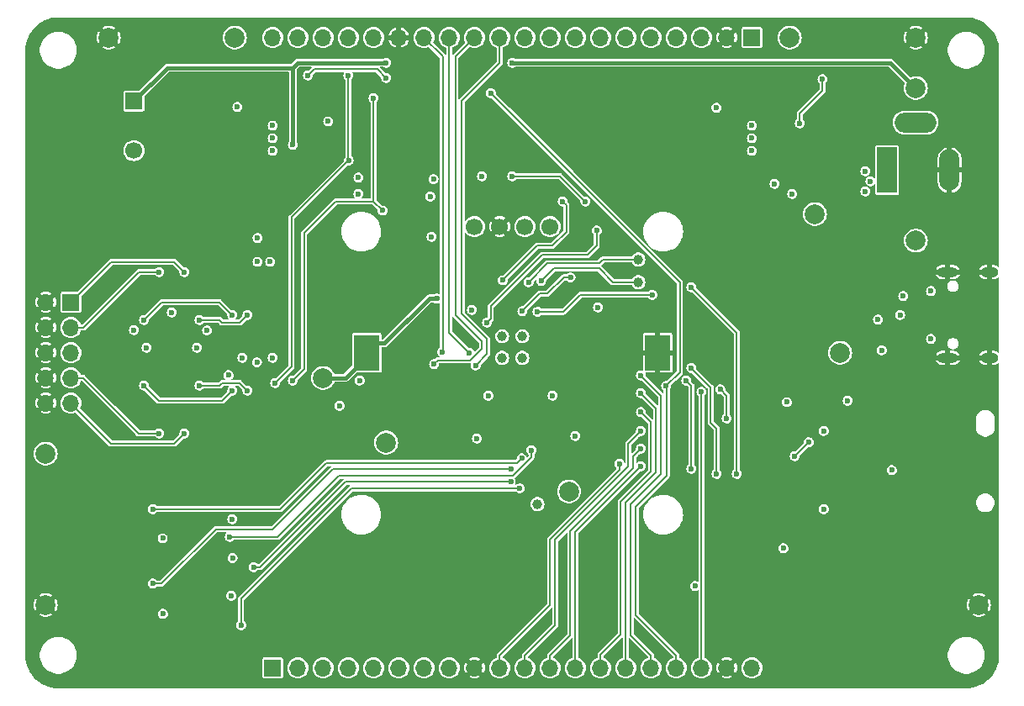
<source format=gbl>
G04 #@! TF.GenerationSoftware,KiCad,Pcbnew,8.0.0*
G04 #@! TF.CreationDate,2024-07-21T16:15:31-03:00*
G04 #@! TF.ProjectId,STM32XP,53544d33-3258-4502-9e6b-696361645f70,00*
G04 #@! TF.SameCoordinates,Original*
G04 #@! TF.FileFunction,Copper,L4,Bot*
G04 #@! TF.FilePolarity,Positive*
%FSLAX46Y46*%
G04 Gerber Fmt 4.6, Leading zero omitted, Abs format (unit mm)*
G04 Created by KiCad (PCBNEW 8.0.0) date 2024-07-21 16:15:31*
%MOMM*%
%LPD*%
G01*
G04 APERTURE LIST*
G04 #@! TA.AperFunction,ComponentPad*
%ADD10C,1.000000*%
G04 #@! TD*
G04 #@! TA.AperFunction,ComponentPad*
%ADD11C,2.000000*%
G04 #@! TD*
G04 #@! TA.AperFunction,ComponentPad*
%ADD12O,2.100000X1.000000*%
G04 #@! TD*
G04 #@! TA.AperFunction,ComponentPad*
%ADD13O,1.800000X1.000000*%
G04 #@! TD*
G04 #@! TA.AperFunction,ComponentPad*
%ADD14R,2.000000X4.600000*%
G04 #@! TD*
G04 #@! TA.AperFunction,ComponentPad*
%ADD15O,2.000000X4.200000*%
G04 #@! TD*
G04 #@! TA.AperFunction,ComponentPad*
%ADD16O,4.200000X2.000000*%
G04 #@! TD*
G04 #@! TA.AperFunction,ComponentPad*
%ADD17R,1.700000X1.700000*%
G04 #@! TD*
G04 #@! TA.AperFunction,ComponentPad*
%ADD18O,1.700000X1.700000*%
G04 #@! TD*
G04 #@! TA.AperFunction,ComponentPad*
%ADD19C,1.700000*%
G04 #@! TD*
G04 #@! TA.AperFunction,SMDPad,CuDef*
%ADD20R,2.600000X3.600000*%
G04 #@! TD*
G04 #@! TA.AperFunction,ViaPad*
%ADD21C,0.600000*%
G04 #@! TD*
G04 #@! TA.AperFunction,Conductor*
%ADD22C,0.200000*%
G04 #@! TD*
G04 #@! TA.AperFunction,Conductor*
%ADD23C,0.400000*%
G04 #@! TD*
G04 APERTURE END LIST*
D10*
G04 #@! TO.P,TP16,1,1*
G04 #@! TO.N,/MCU/PC11*
X162700000Y-92888000D03*
G04 #@! TD*
G04 #@! TO.P,TP21,1,1*
G04 #@! TO.N,/MCU/PB10*
X152540000Y-115240000D03*
G04 #@! TD*
G04 #@! TO.P,TP18,1,1*
G04 #@! TO.N,/MCU/PB5*
X148984000Y-98349000D03*
G04 #@! TD*
G04 #@! TO.P,TP19,1,1*
G04 #@! TO.N,/MCU/PB4*
X151016000Y-100508000D03*
G04 #@! TD*
G04 #@! TO.P,TP20,1,1*
G04 #@! TO.N,/MCU/PC13*
X148984000Y-100508000D03*
G04 #@! TD*
G04 #@! TO.P,TP17,1,1*
G04 #@! TO.N,/MCU/PC12*
X151016000Y-98349000D03*
G04 #@! TD*
G04 #@! TO.P,TP15,1,1*
G04 #@! TO.N,/MCU/PD2*
X162700000Y-90602000D03*
G04 #@! TD*
D11*
G04 #@! TO.P,TP10,1,1*
G04 #@! TO.N,+3.3VA*
X137300000Y-109048750D03*
G04 #@! TD*
G04 #@! TO.P,TP8,1,1*
G04 #@! TO.N,+VBUS*
X183020000Y-100000000D03*
G04 #@! TD*
D12*
G04 #@! TO.P,J4,S1,SHIELD*
G04 #@! TO.N,GND*
X193865000Y-100510000D03*
D13*
X198065000Y-100510000D03*
D12*
X193865000Y-91870000D03*
D13*
X198065000Y-91870000D03*
G04 #@! TD*
D11*
G04 #@! TO.P,TP2,1,1*
G04 #@! TO.N,+5V*
X122060000Y-68250000D03*
G04 #@! TD*
D14*
G04 #@! TO.P,J2,1*
G04 #@! TO.N,+VEXT*
X187740000Y-81600000D03*
D15*
G04 #@! TO.P,J2,2*
G04 #@! TO.N,GND*
X194040000Y-81600000D03*
D16*
G04 #@! TO.P,J2,3*
G04 #@! TO.N,unconnected-(J2-Pad3)*
X190640000Y-76800000D03*
G04 #@! TD*
D17*
G04 #@! TO.P,J1,1,Pin_1*
G04 #@! TO.N,+3.3V*
X174130000Y-68250000D03*
D18*
G04 #@! TO.P,J1,2,Pin_2*
G04 #@! TO.N,GND*
X171590000Y-68250000D03*
G04 #@! TO.P,J1,3,Pin_3*
G04 #@! TO.N,/IO/SWDIO CONN*
X169050000Y-68250000D03*
G04 #@! TO.P,J1,4,Pin_4*
G04 #@! TO.N,/IO/SWCLK CONN*
X166510000Y-68250000D03*
G04 #@! TO.P,J1,5,Pin_5*
G04 #@! TO.N,/IO/SWO CONN*
X163970000Y-68250000D03*
G04 #@! TO.P,J1,6,Pin_6*
G04 #@! TO.N,/IO/NRST CONN*
X161430000Y-68250000D03*
G04 #@! TO.P,J1,7,Pin_7*
G04 #@! TO.N,DEBUG TX*
X158890000Y-68250000D03*
G04 #@! TO.P,J1,8,Pin_8*
G04 #@! TO.N,DEBUG RX*
X156350000Y-68250000D03*
G04 #@! TO.P,J1,9,Pin_9*
G04 #@! TO.N,I2C SDA 3.3V*
X153810000Y-68250000D03*
G04 #@! TO.P,J1,10,Pin_10*
G04 #@! TO.N,I2C SCL 3.3V*
X151270000Y-68250000D03*
G04 #@! TO.P,J1,11,Pin_11*
G04 #@! TO.N,PC3*
X148730000Y-68250000D03*
G04 #@! TO.P,J1,12,Pin_12*
G04 #@! TO.N,PC2*
X146190000Y-68250000D03*
G04 #@! TO.P,J1,13,Pin_13*
G04 #@! TO.N,PC1*
X143650000Y-68250000D03*
G04 #@! TO.P,J1,14,Pin_14*
G04 #@! TO.N,PC0*
X141110000Y-68250000D03*
G04 #@! TO.P,J1,15,Pin_15*
G04 #@! TO.N,GND*
X138570000Y-68250000D03*
G04 #@! TO.P,J1,16,Pin_16*
G04 #@! TO.N,I2C SDA 5V*
X136030000Y-68250000D03*
G04 #@! TO.P,J1,17,Pin_17*
G04 #@! TO.N,I2C SCL 5V*
X133490000Y-68250000D03*
G04 #@! TO.P,J1,18,Pin_18*
G04 #@! TO.N,NEOPIXEL DIN*
X130950000Y-68250000D03*
G04 #@! TO.P,J1,19,Pin_19*
G04 #@! TO.N,NEOPIXEL DOUT*
X128410000Y-68250000D03*
G04 #@! TO.P,J1,20,Pin_20*
G04 #@! TO.N,+5V*
X125870000Y-68250000D03*
G04 #@! TD*
D11*
G04 #@! TO.P,TP3,1,1*
G04 #@! TO.N,+3.3V*
X177940000Y-68250000D03*
G04 #@! TD*
G04 #@! TO.P,TP14,1,1*
G04 #@! TO.N,GND*
X196990000Y-125400000D03*
G04 #@! TD*
G04 #@! TO.P,TP9,1,1*
G04 #@! TO.N,+3VBAT*
X130950000Y-102540000D03*
G04 #@! TD*
G04 #@! TO.P,TP5,1,1*
G04 #@! TO.N,+9V*
X190640000Y-73330000D03*
G04 #@! TD*
G04 #@! TO.P,TP4,1,1*
G04 #@! TO.N,GND*
X190640000Y-68250000D03*
G04 #@! TD*
G04 #@! TO.P,TP6,1,1*
G04 #@! TO.N,+VSEL*
X180480000Y-86030000D03*
G04 #@! TD*
D17*
G04 #@! TO.P,J6,1,Pin_1*
G04 #@! TO.N,PA0*
X125870000Y-131750000D03*
D18*
G04 #@! TO.P,J6,2,Pin_2*
G04 #@! TO.N,PA1*
X128410000Y-131750000D03*
G04 #@! TO.P,J6,3,Pin_3*
G04 #@! TO.N,PA2*
X130950000Y-131750000D03*
G04 #@! TO.P,J6,4,Pin_4*
G04 #@! TO.N,PA3*
X133490000Y-131750000D03*
G04 #@! TO.P,J6,5,Pin_5*
G04 #@! TO.N,PA4*
X136030000Y-131750000D03*
G04 #@! TO.P,J6,6,Pin_6*
G04 #@! TO.N,PA5*
X138570000Y-131750000D03*
G04 #@! TO.P,J6,7,Pin_7*
G04 #@! TO.N,PA6*
X141110000Y-131750000D03*
G04 #@! TO.P,J6,8,Pin_8*
G04 #@! TO.N,PA7*
X143650000Y-131750000D03*
G04 #@! TO.P,J6,9,Pin_9*
G04 #@! TO.N,GND*
X146190000Y-131750000D03*
G04 #@! TO.P,J6,10,Pin_10*
G04 #@! TO.N,SPI MISO*
X148730000Y-131750000D03*
G04 #@! TO.P,J6,11,Pin_11*
G04 #@! TO.N,SPI MOSI*
X151270000Y-131750000D03*
G04 #@! TO.P,J6,12,Pin_12*
G04 #@! TO.N,SPI SCK*
X153810000Y-131750000D03*
G04 #@! TO.P,J6,13,Pin_13*
G04 #@! TO.N,SPI NSS*
X156350000Y-131750000D03*
G04 #@! TO.P,J6,14,Pin_14*
G04 #@! TO.N,PWM RED*
X158890000Y-131750000D03*
G04 #@! TO.P,J6,15,Pin_15*
G04 #@! TO.N,PWM GREEN*
X161430000Y-131750000D03*
G04 #@! TO.P,J6,16,Pin_16*
G04 #@! TO.N,PWM BLUE*
X163970000Y-131750000D03*
G04 #@! TO.P,J6,17,Pin_17*
G04 #@! TO.N,PWM BUZZER*
X166510000Y-131750000D03*
G04 #@! TO.P,J6,18,Pin_18*
G04 #@! TO.N,USB OTG ID*
X169050000Y-131750000D03*
G04 #@! TO.P,J6,19,Pin_19*
G04 #@! TO.N,GND*
X171590000Y-131750000D03*
G04 #@! TO.P,J6,20,Pin_20*
G04 #@! TO.N,+3.3V*
X174130000Y-131750000D03*
G04 #@! TD*
D11*
G04 #@! TO.P,TP12,1,1*
G04 #@! TO.N,+VCORE*
X155715000Y-113970000D03*
G04 #@! TD*
G04 #@! TO.P,TP1,1,1*
G04 #@! TO.N,GND*
X109360000Y-68250000D03*
G04 #@! TD*
G04 #@! TO.P,TP7,1,1*
G04 #@! TO.N,+VEXT*
X190640000Y-88697000D03*
G04 #@! TD*
D19*
G04 #@! TO.P,U4,4,SDA*
G04 #@! TO.N,I2C SDA 3.3V*
X153810000Y-87300000D03*
G04 #@! TO.P,U4,3,SCL*
G04 #@! TO.N,I2C SCL 3.3V*
X151270000Y-87300000D03*
G04 #@! TO.P,U4,2,GND*
G04 #@! TO.N,GND*
X148730000Y-87300000D03*
G04 #@! TO.P,U4,1,VCC*
G04 #@! TO.N,+3.3V*
X146190000Y-87300000D03*
G04 #@! TD*
D11*
G04 #@! TO.P,TP13,1,1*
G04 #@! TO.N,GND*
X103010000Y-125400000D03*
G04 #@! TD*
D17*
G04 #@! TO.P,J3,1,Pin_1*
G04 #@! TO.N,A0*
X105550000Y-94920000D03*
D18*
G04 #@! TO.P,J3,2,Pin_2*
G04 #@! TO.N,GND*
X103010000Y-94920000D03*
G04 #@! TO.P,J3,3,Pin_3*
G04 #@! TO.N,A1*
X105550000Y-97460000D03*
G04 #@! TO.P,J3,4,Pin_4*
G04 #@! TO.N,GND*
X103010000Y-97460000D03*
G04 #@! TO.P,J3,5,Pin_5*
G04 #@! TO.N,+5VA*
X105550000Y-100000000D03*
G04 #@! TO.P,J3,6,Pin_6*
G04 #@! TO.N,GND*
X103010000Y-100000000D03*
G04 #@! TO.P,J3,7,Pin_7*
G04 #@! TO.N,A2*
X105550000Y-102540000D03*
G04 #@! TO.P,J3,8,Pin_8*
G04 #@! TO.N,GND*
X103010000Y-102540000D03*
G04 #@! TO.P,J3,9,Pin_9*
G04 #@! TO.N,A3*
X105550000Y-105080000D03*
G04 #@! TO.P,J3,10,Pin_10*
G04 #@! TO.N,GND*
X103010000Y-105080000D03*
G04 #@! TD*
D11*
G04 #@! TO.P,TP11,1,1*
G04 #@! TO.N,+5VA*
X103010000Y-110160000D03*
G04 #@! TD*
D20*
G04 #@! TO.P,BT1,1,+*
G04 #@! TO.N,+3VBAT*
X135350000Y-100000000D03*
G04 #@! TO.P,BT1,2,-*
G04 #@! TO.N,GND*
X164650000Y-100000000D03*
G04 #@! TD*
D17*
G04 #@! TO.P,LS1,1,1*
G04 #@! TO.N,+9V*
X111900000Y-74640000D03*
D19*
G04 #@! TO.P,LS1,2,2*
G04 #@! TO.N,/INTERFACE/BUZZER DRAIN*
X111900000Y-79640000D03*
G04 #@! TD*
D21*
G04 #@! TO.N,GND*
X142380000Y-71552000D03*
X144920000Y-71552000D03*
X177686000Y-104064000D03*
G04 #@! TO.N,+3.3V*
X177662500Y-104976500D03*
G04 #@! TO.N,GND*
X178575000Y-100000000D03*
X174130000Y-100000000D03*
X174765000Y-105207000D03*
X173368000Y-105207000D03*
X173368000Y-102540000D03*
X149105877Y-95596174D03*
G04 #@! TO.N,/MCU/PC11*
X152909485Y-92749485D03*
G04 #@! TO.N,/MCU/PD2*
X151651000Y-92888000D03*
G04 #@! TO.N,AIN2*
X121806000Y-103810000D03*
X112916000Y-103302000D03*
G04 #@! TO.N,AIN0*
X123330000Y-96190000D03*
X118504000Y-96698000D03*
G04 #@! TO.N,AIN3*
X118504000Y-103302000D03*
X123330000Y-103810000D03*
G04 #@! TO.N,AIN1*
X121806000Y-96190000D03*
X112916000Y-96698000D03*
G04 #@! TO.N,+3.3V*
X121829500Y-120677500D03*
X174130000Y-77115000D03*
X114821000Y-126289000D03*
X174130000Y-78385000D03*
X183782000Y-104826000D03*
X174130000Y-79655000D03*
X121806000Y-116764000D03*
X168415000Y-123495000D03*
X154064000Y-104318000D03*
X145936000Y-95682000D03*
X142062500Y-82497500D03*
X146952000Y-82220000D03*
X146444000Y-108636000D03*
X158636000Y-95428000D03*
X121702500Y-124487500D03*
X181369000Y-115748000D03*
X132601000Y-105334000D03*
X141872000Y-88316000D03*
X147587000Y-104318000D03*
X170560000Y-75312500D03*
X177305000Y-119685000D03*
X134633000Y-102794000D03*
X181369000Y-107874000D03*
X114797500Y-118692500D03*
X141745000Y-84252000D03*
X188227000Y-111811000D03*
X156350000Y-108382000D03*
G04 #@! TO.N,+3VBAT*
X142415000Y-94539000D03*
G04 #@! TO.N,GND*
X186068000Y-102794000D03*
X127902000Y-103810000D03*
X162954000Y-104953000D03*
X158255000Y-92634000D03*
X165240000Y-94285000D03*
X132982000Y-100762000D03*
X183020000Y-133020000D03*
X170701000Y-80442000D03*
X171463000Y-75362000D03*
X107455000Y-126670000D03*
X124600000Y-133020000D03*
X182639000Y-124511000D03*
X185560000Y-84760000D03*
X147460000Y-120002500D03*
X166129000Y-97206000D03*
X165240000Y-130480000D03*
X139840000Y-130480000D03*
X116345000Y-122479000D03*
X150000000Y-118097500D03*
X137300000Y-69520000D03*
X106820000Y-66980000D03*
X126124000Y-102032000D03*
X179337000Y-111303000D03*
X157620000Y-88951000D03*
X141110000Y-107493000D03*
X121552000Y-119685000D03*
X134760000Y-66980000D03*
X129299000Y-77902000D03*
X129680000Y-133020000D03*
X127140000Y-69520000D03*
X107455000Y-120701000D03*
X188227000Y-99746000D03*
X150000000Y-130480000D03*
X101740000Y-102540000D03*
X114757500Y-119685000D03*
X142380000Y-66980000D03*
X139840000Y-69520000D03*
X151016000Y-96952000D03*
X114440000Y-66980000D03*
X152540000Y-69520000D03*
X198260000Y-94920000D03*
X135268000Y-94666000D03*
X124854000Y-77115000D03*
X195212000Y-118034000D03*
X101740000Y-122860000D03*
X126251000Y-114859000D03*
X165494000Y-102413000D03*
X154064000Y-103302000D03*
X115329000Y-129591000D03*
X132093000Y-74346000D03*
X176797000Y-115748000D03*
X142253000Y-89078000D03*
X173495000Y-108382000D03*
X169050000Y-73838000D03*
X137300000Y-79997500D03*
X161557000Y-76251000D03*
X109106000Y-102286000D03*
X162700000Y-130480000D03*
X124854000Y-78385000D03*
X121806000Y-104826000D03*
X129045000Y-122479000D03*
X185560000Y-133020000D03*
X121171000Y-129591000D03*
X141851765Y-100233765D03*
X154826000Y-104826000D03*
X121425000Y-97742500D03*
X116980000Y-90983000D03*
X110249000Y-124511000D03*
X119520000Y-66980000D03*
X129680000Y-66980000D03*
X162700000Y-133020000D03*
X175400000Y-69520000D03*
X160160000Y-77140000D03*
X160160000Y-66980000D03*
X174638000Y-116764000D03*
X160160000Y-130480000D03*
X128410000Y-100952500D03*
X150000000Y-114478000D03*
X152540000Y-120320000D03*
X149619000Y-83490000D03*
X150000000Y-101524000D03*
X144158000Y-105080000D03*
X107455000Y-116510000D03*
X101740000Y-105080000D03*
X198260000Y-74600000D03*
X144920000Y-130480000D03*
X132220000Y-117145000D03*
X163970000Y-69774000D03*
X142697500Y-119685000D03*
X152540000Y-71806000D03*
X177940000Y-133020000D03*
X121679000Y-121590000D03*
X123838000Y-128194000D03*
X157620000Y-133020000D03*
X123330000Y-104826000D03*
X141427500Y-81712000D03*
X186068000Y-118288000D03*
X115710000Y-126670000D03*
X198260000Y-97460000D03*
X178194000Y-119685000D03*
X182639000Y-118669000D03*
X121742500Y-123495000D03*
X101740000Y-97460000D03*
X175146000Y-77115000D03*
X129680000Y-69520000D03*
X144285000Y-114351000D03*
X181115000Y-106096000D03*
X189624000Y-98730000D03*
X147460000Y-133020000D03*
X137300000Y-133020000D03*
X101740000Y-100000000D03*
X149365000Y-85268000D03*
X122822000Y-99492000D03*
X162700000Y-66980000D03*
X134760000Y-133020000D03*
X178194000Y-83109000D03*
X121742500Y-125400000D03*
X176416000Y-119685000D03*
X154572000Y-85776000D03*
X168796000Y-78156000D03*
X189370000Y-93269000D03*
X165748000Y-73838000D03*
X121806000Y-95174000D03*
X126251000Y-124765000D03*
X167272000Y-73838000D03*
X150000000Y-81077000D03*
X150127000Y-71933000D03*
X170320000Y-130480000D03*
X112408000Y-103937000D03*
X180480000Y-115748000D03*
X175273000Y-82728000D03*
X165748000Y-113462000D03*
X138189000Y-89967000D03*
X133490000Y-83807500D03*
X161684000Y-97968000D03*
X133490000Y-82220000D03*
X101740000Y-77140000D03*
X170701000Y-82728000D03*
X155080000Y-119050000D03*
X138062000Y-106858000D03*
X131331000Y-77648000D03*
X175400000Y-66980000D03*
X134506000Y-75489000D03*
X192164000Y-99403003D03*
X166764000Y-91872000D03*
X171590000Y-108382000D03*
X160160000Y-117780000D03*
X153175000Y-104318000D03*
X147460000Y-66980000D03*
X164224000Y-73838000D03*
X126124000Y-116510000D03*
X138887500Y-93650000D03*
X154445000Y-81585000D03*
X150000000Y-120002500D03*
X148095000Y-124447500D03*
X101740000Y-82093000D03*
X187592000Y-104318000D03*
X161557000Y-77902000D03*
X195720000Y-66980000D03*
X139840000Y-85014000D03*
X145428000Y-105080000D03*
X160160000Y-69520000D03*
X124600000Y-66980000D03*
X139840000Y-133020000D03*
X124282500Y-99047500D03*
X126886000Y-79655000D03*
X101740000Y-74600000D03*
X127140000Y-130480000D03*
X101740000Y-130480000D03*
X127140000Y-133020000D03*
X162954000Y-110541000D03*
X119012000Y-96063000D03*
X141872000Y-76251000D03*
X124600000Y-69520000D03*
X146689210Y-104314656D03*
X126886000Y-77115000D03*
X123330000Y-95174000D03*
X165748000Y-69520000D03*
X195720000Y-133020000D03*
X175400000Y-130480000D03*
X101740000Y-107620000D03*
X150000000Y-66980000D03*
X198260000Y-105080000D03*
X142062500Y-117780000D03*
X193180000Y-66980000D03*
X162700000Y-73838000D03*
X132220000Y-133020000D03*
X109106000Y-100000000D03*
X175146000Y-79655000D03*
X188100000Y-133020000D03*
X142380000Y-130480000D03*
X101740000Y-117780000D03*
X198260000Y-72060000D03*
X138570000Y-78727500D03*
X126886000Y-78385000D03*
X157239000Y-78029000D03*
X180480000Y-66980000D03*
X175146000Y-78385000D03*
X180734000Y-80442000D03*
X111900000Y-133020000D03*
X159906000Y-96952000D03*
X154430159Y-96574794D03*
X132220000Y-69520000D03*
X147777500Y-122225000D03*
X147460000Y-101270000D03*
X167272000Y-69520000D03*
X185560000Y-66980000D03*
X123203000Y-75235000D03*
X171209000Y-102540000D03*
X142380000Y-95872500D03*
X144920000Y-73711000D03*
X139840000Y-83490000D03*
X115710000Y-104064000D03*
X164224000Y-78156000D03*
X138570000Y-95936000D03*
X186068000Y-80950000D03*
X113170000Y-110795000D03*
X173114000Y-79655000D03*
X124854000Y-79655000D03*
X169650000Y-108382000D03*
X149195861Y-90953374D03*
X197244000Y-116764000D03*
X168923000Y-92253000D03*
X155080000Y-93904000D03*
X132220000Y-130480000D03*
X157620000Y-69520000D03*
X192164000Y-92989997D03*
X135014000Y-106858000D03*
X147460000Y-130480000D03*
X173749000Y-124511000D03*
X141745000Y-115557500D03*
X138443000Y-101905000D03*
X141364000Y-110414000D03*
X143650000Y-121272500D03*
X144285000Y-117780000D03*
X155080000Y-133020000D03*
X113170000Y-100546003D03*
X179464000Y-73584000D03*
X137300000Y-77775000D03*
X136411000Y-89967000D03*
X153210000Y-96825000D03*
X140856000Y-96952000D03*
X156826250Y-110953750D03*
X198260000Y-120320000D03*
X184620200Y-96190000D03*
X111900000Y-102286000D03*
X167780000Y-94793000D03*
X146952000Y-114351000D03*
X152540000Y-130480000D03*
X133744000Y-108128000D03*
X144920000Y-133020000D03*
X156350000Y-88062000D03*
X170320000Y-133020000D03*
X118250000Y-133020000D03*
X198260000Y-89840000D03*
X157620000Y-71806000D03*
X146952000Y-117780000D03*
X180480000Y-133020000D03*
X139332000Y-108001000D03*
X111900000Y-66980000D03*
X160160000Y-133020000D03*
X198260000Y-84760000D03*
X101740000Y-92380000D03*
X141872000Y-74854000D03*
X187592000Y-119558000D03*
X157620000Y-130480000D03*
X142380000Y-133020000D03*
X124600000Y-130480000D03*
X118250000Y-100546003D03*
X186830000Y-95580400D03*
X132220000Y-66980000D03*
X136538000Y-96698000D03*
X195212000Y-102286000D03*
X150000000Y-133020000D03*
X122441000Y-82601000D03*
X101740000Y-120320000D03*
X145936000Y-90348000D03*
X178829000Y-108382000D03*
X163081000Y-118161000D03*
X127775000Y-124765000D03*
X198260000Y-77140000D03*
X109106000Y-97714000D03*
X101740000Y-89840000D03*
X162954000Y-106858000D03*
X119266000Y-102257500D03*
X162065000Y-88951000D03*
X149746000Y-89713000D03*
X132855000Y-85903000D03*
X101740000Y-112700000D03*
X190640000Y-133020000D03*
X157620000Y-117780000D03*
X172860000Y-130480000D03*
X150000000Y-69520000D03*
X187592000Y-101270000D03*
X173114000Y-78385000D03*
X141872000Y-102921000D03*
X152540000Y-133020000D03*
X101740000Y-71933000D03*
X101740000Y-84760000D03*
X137300000Y-66980000D03*
X198260000Y-112700000D03*
X182766000Y-104826000D03*
X101740000Y-69520000D03*
X179464000Y-69774000D03*
X144285000Y-110414000D03*
X139459000Y-89967000D03*
X198260000Y-130480000D03*
X180480000Y-107874000D03*
X165240000Y-133020000D03*
X123330000Y-90831000D03*
X112535000Y-123495000D03*
X139840000Y-66980000D03*
X165240000Y-66980000D03*
X159906000Y-111303000D03*
X138570000Y-103429000D03*
X167780000Y-66980000D03*
X169812000Y-111303000D03*
X122441000Y-80442000D03*
X126632000Y-90831000D03*
X198260000Y-127940000D03*
X126886000Y-97714000D03*
X116980000Y-66980000D03*
X114757500Y-125400000D03*
X112408000Y-96063000D03*
X166256000Y-111303000D03*
X110249000Y-118669000D03*
X115710000Y-107874000D03*
X177305000Y-111430000D03*
X106820000Y-133020000D03*
X197244000Y-103556000D03*
X134760000Y-69520000D03*
X157620000Y-66980000D03*
X146952000Y-95682000D03*
X119012000Y-103937000D03*
X183020000Y-66980000D03*
X174892000Y-122479000D03*
X173749000Y-118669000D03*
X175400000Y-133020000D03*
X145682000Y-102286000D03*
X158636000Y-96444000D03*
X123330000Y-88164000D03*
X115710000Y-92126000D03*
X173114000Y-77115000D03*
X181369000Y-111176000D03*
X171590000Y-111303000D03*
X197244000Y-119304000D03*
X172860000Y-69520000D03*
X101740000Y-87173000D03*
X125870000Y-99492000D03*
X159525000Y-91364000D03*
X141491000Y-89967000D03*
X146291235Y-99044765D03*
X140856000Y-114478000D03*
X167145000Y-106032500D03*
X101740000Y-79680000D03*
X155080000Y-112192000D03*
X156350000Y-109207500D03*
X155080000Y-66980000D03*
X170574000Y-106096000D03*
X146952000Y-110414000D03*
X145428000Y-108636000D03*
X130950000Y-99238000D03*
X104280000Y-133020000D03*
X137300000Y-130480000D03*
X119139000Y-124511000D03*
X123330000Y-110795000D03*
X188100000Y-66980000D03*
X183020000Y-89840000D03*
X101740000Y-94920000D03*
X196736000Y-101016000D03*
X178194000Y-84887000D03*
X172860000Y-133020000D03*
X152540000Y-66980000D03*
X193180000Y-133020000D03*
X113805000Y-121971000D03*
X185179000Y-113335000D03*
X167780000Y-133020000D03*
X198260000Y-122860000D03*
X142380000Y-92126000D03*
X144920000Y-66980000D03*
X146190000Y-92888000D03*
X162954000Y-103175000D03*
X147968000Y-82220000D03*
X123965000Y-120447000D03*
X172860000Y-66980000D03*
X107455000Y-122479000D03*
X130950000Y-110541000D03*
X136665000Y-114478000D03*
X154445000Y-69520000D03*
X109360000Y-133020000D03*
X167815000Y-112827000D03*
X157239000Y-76124000D03*
X170002500Y-116510000D03*
X116345000Y-120701000D03*
X198260000Y-79680000D03*
X166510000Y-104127500D03*
X198260000Y-110160000D03*
X168097500Y-97777500D03*
X163462000Y-85649000D03*
X126184283Y-119147098D03*
X134760000Y-130480000D03*
X161049000Y-89967000D03*
X179845000Y-72568000D03*
X167856283Y-130479001D03*
X189116000Y-102794000D03*
X101740000Y-127940000D03*
X129045000Y-120701000D03*
X165748000Y-78156000D03*
X101740000Y-115240000D03*
X127140000Y-66980000D03*
X167272000Y-78156000D03*
X198260000Y-87300000D03*
X112916000Y-114859000D03*
X180734000Y-78410000D03*
X170320000Y-69520000D03*
X160795000Y-87681000D03*
X132601000Y-106350000D03*
X142888000Y-101524000D03*
X168415000Y-124384000D03*
X188227000Y-112827000D03*
X162065000Y-86919000D03*
X198260000Y-82220000D03*
X173495000Y-111303000D03*
X115075000Y-117780000D03*
X160160000Y-71679000D03*
X198260000Y-69520000D03*
X129680000Y-130480000D03*
X170320000Y-66980000D03*
X162954000Y-108763000D03*
X121552000Y-126924000D03*
X104280000Y-66980000D03*
X155080000Y-130480000D03*
X189116000Y-118288000D03*
X159525000Y-88189000D03*
X146698000Y-73965000D03*
X150000000Y-124384000D03*
X144285000Y-119685000D03*
X147460000Y-69520000D03*
G04 #@! TO.N,+5VA*
X124346000Y-88432271D03*
X124282500Y-100952500D03*
X125616000Y-90831000D03*
X119266000Y-97742500D03*
X125870000Y-100508000D03*
X115710000Y-95936000D03*
X111900000Y-97714000D03*
X121425000Y-102257500D03*
X122822000Y-100508000D03*
X124346000Y-90831000D03*
X113170000Y-99492000D03*
X118250000Y-99492000D03*
G04 #@! TO.N,A3*
X116980000Y-108128000D03*
G04 #@! TO.N,A0*
X116980000Y-91872000D03*
G04 #@! TO.N,A1*
X114440000Y-91872000D03*
G04 #@! TO.N,A2*
X114440000Y-108128000D03*
G04 #@! TO.N,I2C SDA 5V*
X136942500Y-85672500D03*
X127902000Y-102794000D03*
X136030000Y-74346000D03*
G04 #@! TO.N,I2C SCL 5V*
X133490000Y-72060000D03*
X126124000Y-103048000D03*
X133519080Y-80632500D03*
G04 #@! TO.N,SWO*
X155865265Y-92403265D03*
X151016000Y-95809000D03*
G04 #@! TO.N,NRST*
X158509000Y-87681000D03*
X147460000Y-96952000D03*
G04 #@! TO.N,BUTTON 2*
X170574000Y-112192000D03*
X168034000Y-101524000D03*
G04 #@! TO.N,BUTTON LEFT*
X149850000Y-111747500D03*
X113805000Y-123241000D03*
G04 #@! TO.N,BUTTON UP*
X150952500Y-110636250D03*
X113805000Y-115748000D03*
G04 #@! TO.N,BUTTON CENTER*
X121552000Y-118542000D03*
X151928560Y-109811280D03*
G04 #@! TO.N,BUTTON 1*
X167526000Y-102794000D03*
X168034000Y-111684000D03*
G04 #@! TO.N,BUTTON RIGHT*
X123965000Y-121590000D03*
X149850000Y-113017500D03*
G04 #@! TO.N,BUTTON DOWN*
X122695000Y-127432000D03*
X150762000Y-113652500D03*
G04 #@! TO.N,DEBUG RX*
X155080000Y-84760000D03*
X149047500Y-92697500D03*
G04 #@! TO.N,+5V*
X122314000Y-75235000D03*
X125870000Y-79655000D03*
X125870000Y-78385000D03*
X134506000Y-82347000D03*
X134506000Y-83998000D03*
X125870000Y-77115000D03*
X131458000Y-76695500D03*
G04 #@! TO.N,NEOPIXEL DIN*
X157366000Y-84760000D03*
X150000000Y-82220000D03*
G04 #@! TO.N,SPI NSS*
X178448000Y-110414000D03*
X179852000Y-109010000D03*
X162954000Y-111430000D03*
G04 #@! TO.N,SPI SCK*
X162954000Y-109652000D03*
G04 #@! TO.N,SPI MOSI*
X162954000Y-107874000D03*
G04 #@! TO.N,SPI MISO*
X160795000Y-111176000D03*
G04 #@! TO.N,USB OTG ID*
X169050000Y-103937000D03*
G04 #@! TO.N,+9V*
X150000000Y-70790000D03*
X137300000Y-70790000D03*
X127902000Y-79045000D03*
G04 #@! TO.N,+VBUS*
X189062722Y-96190000D03*
X192164000Y-93790000D03*
X189370000Y-94285000D03*
X192164000Y-98603000D03*
X186830000Y-96647200D03*
X187211000Y-99746000D03*
G04 #@! TO.N,+VSEL*
X185560000Y-81712000D03*
X186068000Y-82728000D03*
X178194000Y-83998000D03*
X176416000Y-82982000D03*
X185560000Y-83744000D03*
G04 #@! TO.N,PWM BUZZER*
X129426000Y-72060000D03*
X147841000Y-73838000D03*
X165494000Y-103340003D03*
X137300000Y-72314000D03*
G04 #@! TO.N,PWM RED*
X162954000Y-105969000D03*
G04 #@! TO.N,PWM GREEN*
X162954000Y-104064000D03*
X171590000Y-106604000D03*
X170955000Y-103683000D03*
G04 #@! TO.N,PWM BLUE*
X162954000Y-102286000D03*
G04 #@! TO.N,SD CARD ~{IN}*
X168034000Y-93396000D03*
X164097000Y-94158000D03*
X172606000Y-112192000D03*
X152540000Y-95872500D03*
G04 #@! TO.N,/POWER/BOOST FB*
X181242000Y-72441000D03*
X178956000Y-76886000D03*
G04 #@! TO.N,PC1*
X145682000Y-100000000D03*
G04 #@! TO.N,PC3*
X146317000Y-101270000D03*
G04 #@! TO.N,PC2*
X142126000Y-101143000D03*
G04 #@! TO.N,PC0*
X142951500Y-99936500D03*
G04 #@! TD*
D22*
G04 #@! TO.N,PC0*
X143015000Y-99873000D02*
X143015000Y-70155000D01*
X142951500Y-99936500D02*
X143015000Y-99873000D01*
X143015000Y-70155000D02*
X141110000Y-68250000D01*
G04 #@! TO.N,/MCU/PC11*
X158763000Y-91491000D02*
X160160000Y-92888000D01*
X154191000Y-91491000D02*
X158763000Y-91491000D01*
X160160000Y-92888000D02*
X162700000Y-92888000D01*
X152932515Y-92749485D02*
X154191000Y-91491000D01*
X152909485Y-92749485D02*
X152932515Y-92749485D01*
G04 #@! TO.N,PC2*
X142507000Y-100762000D02*
X145768529Y-100762000D01*
X142126000Y-101143000D02*
X142507000Y-100762000D01*
X145768529Y-100762000D02*
X146952000Y-99578529D01*
X144285000Y-70155000D02*
X146190000Y-68250000D01*
X146952000Y-99578529D02*
X146952000Y-98857000D01*
X146952000Y-98857000D02*
X144285000Y-96190000D01*
X144285000Y-96190000D02*
X144285000Y-70155000D01*
G04 #@! TO.N,SWO*
X153556000Y-94031000D02*
X155183735Y-92403265D01*
X152794000Y-94031000D02*
X153556000Y-94031000D01*
X155183735Y-92403265D02*
X155865265Y-92403265D01*
X151016000Y-95809000D02*
X152794000Y-94031000D01*
G04 #@! TO.N,NRST*
X147841000Y-95301000D02*
X147841000Y-96571000D01*
X152984500Y-90157500D02*
X147841000Y-95301000D01*
X147841000Y-96571000D02*
X147460000Y-96952000D01*
X157556500Y-90157500D02*
X152984500Y-90157500D01*
X158509000Y-89205000D02*
X157556500Y-90157500D01*
X158509000Y-87681000D02*
X158509000Y-89205000D01*
G04 #@! TO.N,/MCU/PD2*
X153556000Y-90983000D02*
X151651000Y-92888000D01*
X159144000Y-90602000D02*
X158763000Y-90983000D01*
X158763000Y-90983000D02*
X153556000Y-90983000D01*
X162700000Y-90602000D02*
X159144000Y-90602000D01*
G04 #@! TO.N,DEBUG RX*
X152540000Y-89205000D02*
X149047500Y-92697500D01*
X154064000Y-89205000D02*
X152540000Y-89205000D01*
X155461000Y-87808000D02*
X154064000Y-89205000D01*
X155461000Y-85141000D02*
X155461000Y-87808000D01*
X155080000Y-84760000D02*
X155461000Y-85141000D01*
G04 #@! TO.N,BUTTON CENTER*
X132537500Y-112382500D02*
X126378000Y-118542000D01*
X151928560Y-109811280D02*
X151928560Y-110517469D01*
X126378000Y-118542000D02*
X121552000Y-118542000D01*
X150063529Y-112382500D02*
X132537500Y-112382500D01*
X151928560Y-110517469D02*
X150063529Y-112382500D01*
G04 #@! TO.N,BUTTON UP*
X126632000Y-115748000D02*
X113805000Y-115748000D01*
X150476250Y-111112500D02*
X131267500Y-111112500D01*
X150952500Y-110636250D02*
X150476250Y-111112500D01*
X131267500Y-111112500D02*
X126632000Y-115748000D01*
G04 #@! TO.N,AIN2*
X121806000Y-103810000D02*
X120790000Y-104826000D01*
X114440000Y-104826000D02*
X112916000Y-103302000D01*
X120790000Y-104826000D02*
X114440000Y-104826000D01*
G04 #@! TO.N,AIN0*
X118504000Y-96698000D02*
X120536000Y-96698000D01*
X120790000Y-96952000D02*
X122568000Y-96952000D01*
X120536000Y-96698000D02*
X120790000Y-96952000D01*
X122568000Y-96952000D02*
X123330000Y-96190000D01*
G04 #@! TO.N,AIN3*
X120790000Y-103048000D02*
X120536000Y-103302000D01*
X123330000Y-103810000D02*
X122568000Y-103048000D01*
X120536000Y-103302000D02*
X118504000Y-103302000D01*
X122568000Y-103048000D02*
X120790000Y-103048000D01*
G04 #@! TO.N,AIN1*
X121806000Y-96190000D02*
X120536000Y-94920000D01*
X114694000Y-94920000D02*
X112916000Y-96698000D01*
X120536000Y-94920000D02*
X114694000Y-94920000D01*
D23*
G04 #@! TO.N,+3VBAT*
X133172500Y-102540000D02*
X130950000Y-102540000D01*
X135350000Y-100362500D02*
X133172500Y-102540000D01*
X136302500Y-99047500D02*
X135350000Y-100000000D01*
X142415000Y-94539000D02*
X141649750Y-94539000D01*
X141649750Y-94539000D02*
X137141250Y-99047500D01*
X137141250Y-99047500D02*
X136302500Y-99047500D01*
D22*
G04 #@! TO.N,A3*
X115964000Y-109144000D02*
X109614000Y-109144000D01*
X109614000Y-109144000D02*
X105550000Y-105080000D01*
X116980000Y-108128000D02*
X115964000Y-109144000D01*
G04 #@! TO.N,A0*
X116980000Y-91872000D02*
X115964000Y-90856000D01*
X115964000Y-90856000D02*
X109614000Y-90856000D01*
X109614000Y-90856000D02*
X105550000Y-94920000D01*
G04 #@! TO.N,A1*
X112408000Y-91872000D02*
X106820000Y-97460000D01*
X106820000Y-97460000D02*
X105550000Y-97460000D01*
X114440000Y-91872000D02*
X112408000Y-91872000D01*
G04 #@! TO.N,A2*
X106820000Y-102540000D02*
X105550000Y-102540000D01*
X112408000Y-108128000D02*
X106820000Y-102540000D01*
X114440000Y-108128000D02*
X112408000Y-108128000D01*
G04 #@! TO.N,I2C SDA 5V*
X129045000Y-87935000D02*
X129045000Y-101651000D01*
X132220000Y-84760000D02*
X129045000Y-87935000D01*
X136030000Y-74346000D02*
X136030000Y-84760000D01*
X136030000Y-84760000D02*
X132220000Y-84760000D01*
X129045000Y-101651000D02*
X127902000Y-102794000D01*
X136942500Y-85672500D02*
X136030000Y-84760000D01*
G04 #@! TO.N,I2C SCL 5V*
X133519080Y-80632500D02*
X133490000Y-80632500D01*
X127775000Y-86347500D02*
X127775000Y-101397000D01*
X127775000Y-101397000D02*
X126124000Y-103048000D01*
X133519080Y-80632500D02*
X133490000Y-80603420D01*
X133490000Y-80632500D02*
X127775000Y-86347500D01*
X133490000Y-80603420D02*
X133490000Y-72060000D01*
G04 #@! TO.N,BUTTON 2*
X169974000Y-107020000D02*
X169974000Y-103464000D01*
X169974000Y-103464000D02*
X168034000Y-101524000D01*
X170574000Y-112192000D02*
X170574000Y-107620000D01*
X170574000Y-107620000D02*
X169974000Y-107020000D01*
G04 #@! TO.N,BUTTON LEFT*
X114694000Y-123241000D02*
X120155000Y-117780000D01*
X131902500Y-111747500D02*
X149850000Y-111747500D01*
X120155000Y-117780000D02*
X122060000Y-117780000D01*
X125870000Y-117780000D02*
X131902500Y-111747500D01*
X122060000Y-117780000D02*
X125870000Y-117780000D01*
X113805000Y-123241000D02*
X114694000Y-123241000D01*
G04 #@! TO.N,BUTTON 1*
X168034000Y-103302000D02*
X168034000Y-111684000D01*
X167526000Y-102794000D02*
X168034000Y-103302000D01*
G04 #@! TO.N,BUTTON RIGHT*
X133172500Y-113017500D02*
X149850000Y-113017500D01*
X123965000Y-121590000D02*
X124600000Y-121590000D01*
X124600000Y-121590000D02*
X133172500Y-113017500D01*
G04 #@! TO.N,BUTTON DOWN*
X122695000Y-124765000D02*
X133807500Y-113652500D01*
X133807500Y-113652500D02*
X150762000Y-113652500D01*
X122695000Y-127432000D02*
X122695000Y-124765000D01*
G04 #@! TO.N,NEOPIXEL DIN*
X150000000Y-82220000D02*
X154826000Y-82220000D01*
X154826000Y-82220000D02*
X157366000Y-84760000D01*
G04 #@! TO.N,SPI NSS*
X156350000Y-118034000D02*
X156350000Y-131750000D01*
X179852000Y-109010000D02*
X178448000Y-110414000D01*
X162954000Y-111430000D02*
X156350000Y-118034000D01*
G04 #@! TO.N,SPI SCK*
X162954000Y-109652000D02*
X162192000Y-110414000D01*
X155842000Y-117970500D02*
X155842000Y-128448000D01*
X153810000Y-130480000D02*
X153810000Y-131750000D01*
X155842000Y-128448000D02*
X153810000Y-130480000D01*
X162192000Y-110414000D02*
X162192000Y-111620500D01*
X162192000Y-111620500D02*
X155842000Y-117970500D01*
G04 #@! TO.N,SPI MOSI*
X154318000Y-127432000D02*
X151270000Y-130480000D01*
X161684000Y-109144000D02*
X161684000Y-111493500D01*
X162954000Y-107874000D02*
X161684000Y-109144000D01*
X154318000Y-118859500D02*
X154318000Y-127432000D01*
X151270000Y-130480000D02*
X151270000Y-131750000D01*
X161684000Y-111493500D02*
X154318000Y-118859500D01*
G04 #@! TO.N,SPI MISO*
X160795000Y-111811000D02*
X153810000Y-118796000D01*
X148730000Y-130480000D02*
X148730000Y-131750000D01*
X153810000Y-125400000D02*
X148730000Y-130480000D01*
X160795000Y-111176000D02*
X160795000Y-111811000D01*
X153810000Y-118796000D02*
X153810000Y-125400000D01*
G04 #@! TO.N,USB OTG ID*
X169050000Y-103937000D02*
X169050000Y-131750000D01*
D23*
G04 #@! TO.N,+9V*
X128410000Y-70790000D02*
X127902000Y-71298000D01*
X188100000Y-70790000D02*
X190640000Y-73330000D01*
X127902000Y-74346000D02*
X127902000Y-73584000D01*
X137300000Y-70790000D02*
X128410000Y-70790000D01*
X127902000Y-71298000D02*
X115242000Y-71298000D01*
X127902000Y-71298000D02*
X127902000Y-73584000D01*
X115242000Y-71298000D02*
X111900000Y-74640000D01*
X150000000Y-70790000D02*
X188100000Y-70790000D01*
X127902000Y-79045000D02*
X127902000Y-74346000D01*
D22*
G04 #@! TO.N,PWM BUZZER*
X130080000Y-71406000D02*
X129426000Y-72060000D01*
X166891000Y-92888000D02*
X166891000Y-101943003D01*
X162446000Y-126416000D02*
X166510000Y-130480000D01*
X136392000Y-71406000D02*
X130080000Y-71406000D01*
X166510000Y-130480000D02*
X166510000Y-131750000D01*
X166891000Y-101943003D02*
X165494000Y-103340003D01*
X137300000Y-72314000D02*
X136392000Y-71406000D01*
X165557500Y-112382500D02*
X162446000Y-115494000D01*
X147841000Y-73838000D02*
X166891000Y-92888000D01*
X162446000Y-115494000D02*
X162446000Y-126416000D01*
X165494000Y-103340003D02*
X165557500Y-103403503D01*
X165557500Y-103403503D02*
X165557500Y-112382500D01*
G04 #@! TO.N,PWM RED*
X163970000Y-111938000D02*
X160922000Y-114986000D01*
X160922000Y-128404735D02*
X158890000Y-130436735D01*
X163970000Y-106985000D02*
X163970000Y-111938000D01*
X158890000Y-130436735D02*
X158890000Y-131750000D01*
X160922000Y-114986000D02*
X160922000Y-128404735D01*
X162954000Y-105969000D02*
X163970000Y-106985000D01*
G04 #@! TO.N,PWM GREEN*
X164478000Y-112065000D02*
X161430000Y-115113000D01*
X171590000Y-104318000D02*
X171590000Y-106604000D01*
X170955000Y-103683000D02*
X171590000Y-104318000D01*
X164478000Y-105588000D02*
X164478000Y-112065000D01*
X162954000Y-104064000D02*
X164478000Y-105588000D01*
X161430000Y-115113000D02*
X161430000Y-131750000D01*
G04 #@! TO.N,PWM BLUE*
X162954000Y-102286000D02*
X164986000Y-104318000D01*
X163970000Y-130480000D02*
X163970000Y-131750000D01*
X161938000Y-128448000D02*
X163970000Y-130480000D01*
X164986000Y-104318000D02*
X164986000Y-112192000D01*
X161938000Y-115240000D02*
X161938000Y-128448000D01*
X164986000Y-112192000D02*
X161938000Y-115240000D01*
G04 #@! TO.N,SD CARD ~{IN}*
X172606000Y-97968000D02*
X172606000Y-112192000D01*
X156858000Y-94158000D02*
X155143500Y-95872500D01*
X155143500Y-95872500D02*
X152540000Y-95872500D01*
X168034000Y-93396000D02*
X172606000Y-97968000D01*
X164097000Y-94158000D02*
X156858000Y-94158000D01*
G04 #@! TO.N,/POWER/BOOST FB*
X181242000Y-72441000D02*
X181242000Y-73584000D01*
X178956000Y-75870000D02*
X178956000Y-76886000D01*
X181242000Y-73584000D02*
X178956000Y-75870000D01*
G04 #@! TO.N,PC1*
X143650000Y-97968000D02*
X143650000Y-68250000D01*
X145682000Y-100000000D02*
X143650000Y-97968000D01*
G04 #@! TO.N,PC3*
X147460000Y-98603000D02*
X144920000Y-96063000D01*
X146317000Y-101270000D02*
X147460000Y-100127000D01*
X148730000Y-70790000D02*
X148730000Y-68250000D01*
X144920000Y-96063000D02*
X144920000Y-74600000D01*
X144920000Y-74600000D02*
X148730000Y-70790000D01*
X147460000Y-100127000D02*
X147460000Y-98603000D01*
G04 #@! TD*
G04 #@! TA.AperFunction,Conductor*
G04 #@! TO.N,GND*
G36*
X144034148Y-96359851D02*
G01*
X144041937Y-96370002D01*
X144044537Y-96374507D01*
X144044542Y-96374513D01*
X146637148Y-98967119D01*
X146651500Y-99001767D01*
X146651500Y-99433761D01*
X146637148Y-99468409D01*
X146242415Y-99863142D01*
X146207767Y-99877494D01*
X146173119Y-99863142D01*
X146163195Y-99848850D01*
X146157737Y-99836899D01*
X146107377Y-99726627D01*
X146078233Y-99692993D01*
X146013128Y-99617857D01*
X145985188Y-99599901D01*
X145892053Y-99540047D01*
X145892050Y-99540046D01*
X145753965Y-99499500D01*
X145753961Y-99499500D01*
X145626767Y-99499500D01*
X145592119Y-99485148D01*
X143964852Y-97857881D01*
X143950500Y-97823233D01*
X143950500Y-96394499D01*
X143964852Y-96359851D01*
X143999500Y-96345499D01*
X144034148Y-96359851D01*
G37*
G04 #@! TD.AperFunction*
G04 #@! TA.AperFunction,Conductor*
G36*
X195721278Y-66210567D02*
G01*
X196063380Y-66228496D01*
X196068462Y-66229030D01*
X196405555Y-66282420D01*
X196410567Y-66283486D01*
X196740214Y-66371814D01*
X196745086Y-66373397D01*
X197063699Y-66495701D01*
X197068375Y-66497783D01*
X197372462Y-66652723D01*
X197376900Y-66655285D01*
X197663126Y-66841162D01*
X197667263Y-66844168D01*
X197920828Y-67049500D01*
X197932495Y-67058948D01*
X197936306Y-67062380D01*
X198177619Y-67303693D01*
X198181051Y-67307504D01*
X198395826Y-67572729D01*
X198398839Y-67576876D01*
X198423798Y-67615309D01*
X198584712Y-67863096D01*
X198587276Y-67867537D01*
X198742214Y-68171619D01*
X198744300Y-68176305D01*
X198866601Y-68494910D01*
X198868186Y-68499788D01*
X198956512Y-68829429D01*
X198957579Y-68834446D01*
X199010968Y-69171527D01*
X199011504Y-69176627D01*
X199029433Y-69518720D01*
X199029500Y-69521285D01*
X199029500Y-91326254D01*
X199015148Y-91360902D01*
X198980500Y-91375254D01*
X198945852Y-91360902D01*
X198911223Y-91326273D01*
X198796570Y-91249666D01*
X198796571Y-91249666D01*
X198669183Y-91196901D01*
X198669174Y-91196899D01*
X198533947Y-91170000D01*
X198315000Y-91170000D01*
X198315000Y-91570000D01*
X197815000Y-91570000D01*
X197815000Y-91170000D01*
X197596052Y-91170000D01*
X197460825Y-91196899D01*
X197460816Y-91196901D01*
X197333429Y-91249666D01*
X197218776Y-91326273D01*
X197121273Y-91423776D01*
X197044666Y-91538429D01*
X197010878Y-91619999D01*
X197010879Y-91620000D01*
X197498012Y-91620000D01*
X197480795Y-91629940D01*
X197424940Y-91685795D01*
X197385444Y-91754204D01*
X197365000Y-91830504D01*
X197365000Y-91909496D01*
X197385444Y-91985796D01*
X197424940Y-92054205D01*
X197480795Y-92110060D01*
X197498012Y-92120000D01*
X197010879Y-92120000D01*
X197044666Y-92201570D01*
X197121273Y-92316223D01*
X197218776Y-92413726D01*
X197333429Y-92490333D01*
X197333428Y-92490333D01*
X197460816Y-92543098D01*
X197460825Y-92543100D01*
X197596052Y-92569999D01*
X197596056Y-92570000D01*
X197815000Y-92570000D01*
X197815000Y-92170000D01*
X198315000Y-92170000D01*
X198315000Y-92570000D01*
X198533944Y-92570000D01*
X198533947Y-92569999D01*
X198669174Y-92543100D01*
X198669183Y-92543098D01*
X198796570Y-92490333D01*
X198911223Y-92413726D01*
X198945852Y-92379098D01*
X198980500Y-92364746D01*
X199015148Y-92379098D01*
X199029500Y-92413746D01*
X199029500Y-99966254D01*
X199015148Y-100000902D01*
X198980500Y-100015254D01*
X198945852Y-100000902D01*
X198911223Y-99966273D01*
X198796570Y-99889666D01*
X198796571Y-99889666D01*
X198669183Y-99836901D01*
X198669174Y-99836899D01*
X198533947Y-99810000D01*
X198315000Y-99810000D01*
X198315000Y-100210000D01*
X197815000Y-100210000D01*
X197815000Y-99810000D01*
X197596052Y-99810000D01*
X197460825Y-99836899D01*
X197460816Y-99836901D01*
X197333429Y-99889666D01*
X197218776Y-99966273D01*
X197121273Y-100063776D01*
X197044666Y-100178429D01*
X197010878Y-100259999D01*
X197010879Y-100260000D01*
X197498012Y-100260000D01*
X197480795Y-100269940D01*
X197424940Y-100325795D01*
X197385444Y-100394204D01*
X197365000Y-100470504D01*
X197365000Y-100549496D01*
X197385444Y-100625796D01*
X197424940Y-100694205D01*
X197480795Y-100750060D01*
X197498012Y-100760000D01*
X197010879Y-100760000D01*
X197044666Y-100841570D01*
X197121273Y-100956223D01*
X197218776Y-101053726D01*
X197333429Y-101130333D01*
X197333428Y-101130333D01*
X197460816Y-101183098D01*
X197460825Y-101183100D01*
X197596052Y-101209999D01*
X197596056Y-101210000D01*
X197815000Y-101210000D01*
X197815000Y-100810000D01*
X198315000Y-100810000D01*
X198315000Y-101210000D01*
X198533944Y-101210000D01*
X198533947Y-101209999D01*
X198669174Y-101183100D01*
X198669183Y-101183098D01*
X198796570Y-101130333D01*
X198911223Y-101053726D01*
X198945852Y-101019098D01*
X198980500Y-101004746D01*
X199015148Y-101019098D01*
X199029500Y-101053746D01*
X199029500Y-130478714D01*
X199029433Y-130481279D01*
X199011504Y-130823372D01*
X199010968Y-130828472D01*
X198957579Y-131165553D01*
X198956512Y-131170570D01*
X198868186Y-131500211D01*
X198866601Y-131505089D01*
X198744300Y-131823694D01*
X198742214Y-131828380D01*
X198587276Y-132132462D01*
X198584712Y-132136903D01*
X198398841Y-132423120D01*
X198395826Y-132427270D01*
X198181051Y-132692495D01*
X198177619Y-132696306D01*
X197936306Y-132937619D01*
X197932495Y-132941051D01*
X197667270Y-133155826D01*
X197663120Y-133158841D01*
X197376903Y-133344712D01*
X197372462Y-133347276D01*
X197068380Y-133502214D01*
X197063694Y-133504300D01*
X196745089Y-133626601D01*
X196740211Y-133628186D01*
X196410570Y-133716512D01*
X196405553Y-133717579D01*
X196068472Y-133770968D01*
X196063372Y-133771504D01*
X195743938Y-133788245D01*
X195721277Y-133789433D01*
X195718714Y-133789500D01*
X104281286Y-133789500D01*
X104278722Y-133789433D01*
X104253132Y-133788091D01*
X103936627Y-133771504D01*
X103931527Y-133770968D01*
X103594446Y-133717579D01*
X103589429Y-133716512D01*
X103259788Y-133628186D01*
X103254910Y-133626601D01*
X102936305Y-133504300D01*
X102931619Y-133502214D01*
X102627537Y-133347276D01*
X102623096Y-133344712D01*
X102336879Y-133158841D01*
X102332729Y-133155826D01*
X102067504Y-132941051D01*
X102063693Y-132937619D01*
X101822380Y-132696306D01*
X101818948Y-132692495D01*
X101807397Y-132678231D01*
X101760039Y-132619748D01*
X124819500Y-132619748D01*
X124831133Y-132678231D01*
X124840664Y-132692495D01*
X124875447Y-132744552D01*
X124902012Y-132762301D01*
X124941769Y-132788867D01*
X125000252Y-132800500D01*
X125000255Y-132800500D01*
X126739745Y-132800500D01*
X126739748Y-132800500D01*
X126798231Y-132788867D01*
X126864552Y-132744552D01*
X126908867Y-132678231D01*
X126920500Y-132619748D01*
X126920500Y-131750000D01*
X127354417Y-131750000D01*
X127374700Y-131955934D01*
X127374700Y-131955935D01*
X127400855Y-132042158D01*
X127434768Y-132153954D01*
X127532315Y-132336450D01*
X127663590Y-132496410D01*
X127823550Y-132627685D01*
X128006046Y-132725232D01*
X128204066Y-132785300D01*
X128410000Y-132805583D01*
X128615934Y-132785300D01*
X128813954Y-132725232D01*
X128996450Y-132627685D01*
X129156410Y-132496410D01*
X129287685Y-132336450D01*
X129385232Y-132153954D01*
X129445300Y-131955934D01*
X129465583Y-131750000D01*
X129894417Y-131750000D01*
X129914700Y-131955934D01*
X129914700Y-131955935D01*
X129940855Y-132042158D01*
X129974768Y-132153954D01*
X130072315Y-132336450D01*
X130203590Y-132496410D01*
X130363550Y-132627685D01*
X130546046Y-132725232D01*
X130744066Y-132785300D01*
X130950000Y-132805583D01*
X131155934Y-132785300D01*
X131353954Y-132725232D01*
X131536450Y-132627685D01*
X131696410Y-132496410D01*
X131827685Y-132336450D01*
X131925232Y-132153954D01*
X131985300Y-131955934D01*
X132005583Y-131750000D01*
X132434417Y-131750000D01*
X132454700Y-131955934D01*
X132454700Y-131955935D01*
X132480855Y-132042158D01*
X132514768Y-132153954D01*
X132612315Y-132336450D01*
X132743590Y-132496410D01*
X132903550Y-132627685D01*
X133086046Y-132725232D01*
X133284066Y-132785300D01*
X133490000Y-132805583D01*
X133695934Y-132785300D01*
X133893954Y-132725232D01*
X134076450Y-132627685D01*
X134236410Y-132496410D01*
X134367685Y-132336450D01*
X134465232Y-132153954D01*
X134525300Y-131955934D01*
X134545583Y-131750000D01*
X134974417Y-131750000D01*
X134994700Y-131955934D01*
X134994700Y-131955935D01*
X135020855Y-132042158D01*
X135054768Y-132153954D01*
X135152315Y-132336450D01*
X135283590Y-132496410D01*
X135443550Y-132627685D01*
X135626046Y-132725232D01*
X135824066Y-132785300D01*
X136030000Y-132805583D01*
X136235934Y-132785300D01*
X136433954Y-132725232D01*
X136616450Y-132627685D01*
X136776410Y-132496410D01*
X136907685Y-132336450D01*
X137005232Y-132153954D01*
X137065300Y-131955934D01*
X137085583Y-131750000D01*
X137514417Y-131750000D01*
X137534700Y-131955934D01*
X137534700Y-131955935D01*
X137560855Y-132042158D01*
X137594768Y-132153954D01*
X137692315Y-132336450D01*
X137823590Y-132496410D01*
X137983550Y-132627685D01*
X138166046Y-132725232D01*
X138364066Y-132785300D01*
X138570000Y-132805583D01*
X138775934Y-132785300D01*
X138973954Y-132725232D01*
X139156450Y-132627685D01*
X139316410Y-132496410D01*
X139447685Y-132336450D01*
X139545232Y-132153954D01*
X139605300Y-131955934D01*
X139625583Y-131750000D01*
X140054417Y-131750000D01*
X140074700Y-131955934D01*
X140074700Y-131955935D01*
X140100855Y-132042158D01*
X140134768Y-132153954D01*
X140232315Y-132336450D01*
X140363590Y-132496410D01*
X140523550Y-132627685D01*
X140706046Y-132725232D01*
X140904066Y-132785300D01*
X141110000Y-132805583D01*
X141315934Y-132785300D01*
X141513954Y-132725232D01*
X141696450Y-132627685D01*
X141856410Y-132496410D01*
X141987685Y-132336450D01*
X142085232Y-132153954D01*
X142145300Y-131955934D01*
X142165583Y-131750000D01*
X142594417Y-131750000D01*
X142614700Y-131955934D01*
X142614700Y-131955935D01*
X142640855Y-132042158D01*
X142674768Y-132153954D01*
X142772315Y-132336450D01*
X142903590Y-132496410D01*
X143063550Y-132627685D01*
X143246046Y-132725232D01*
X143444066Y-132785300D01*
X143650000Y-132805583D01*
X143855934Y-132785300D01*
X144053954Y-132725232D01*
X144236450Y-132627685D01*
X144396410Y-132496410D01*
X144527685Y-132336450D01*
X144625232Y-132153954D01*
X144685300Y-131955934D01*
X144705583Y-131750000D01*
X145134919Y-131750000D01*
X145155192Y-131955836D01*
X145155192Y-131955837D01*
X145215231Y-132153758D01*
X145215236Y-132153770D01*
X145290975Y-132295469D01*
X145290976Y-132295470D01*
X145707037Y-131879409D01*
X145724075Y-131942993D01*
X145789901Y-132057007D01*
X145882993Y-132150099D01*
X145997007Y-132215925D01*
X146060589Y-132232962D01*
X145644528Y-132649022D01*
X145644529Y-132649023D01*
X145786229Y-132724763D01*
X145786241Y-132724768D01*
X145984163Y-132784807D01*
X146190000Y-132805081D01*
X146395836Y-132784807D01*
X146395837Y-132784807D01*
X146593759Y-132724768D01*
X146593766Y-132724765D01*
X146735469Y-132649022D01*
X146735470Y-132649022D01*
X146319409Y-132232962D01*
X146382993Y-132215925D01*
X146497007Y-132150099D01*
X146590099Y-132057007D01*
X146655925Y-131942993D01*
X146672962Y-131879409D01*
X147089022Y-132295470D01*
X147089022Y-132295469D01*
X147164765Y-132153766D01*
X147164768Y-132153759D01*
X147224807Y-131955837D01*
X147224807Y-131955836D01*
X147245081Y-131750000D01*
X147674417Y-131750000D01*
X147694700Y-131955934D01*
X147694700Y-131955935D01*
X147720855Y-132042158D01*
X147754768Y-132153954D01*
X147852315Y-132336450D01*
X147983590Y-132496410D01*
X148143550Y-132627685D01*
X148326046Y-132725232D01*
X148524066Y-132785300D01*
X148730000Y-132805583D01*
X148935934Y-132785300D01*
X149133954Y-132725232D01*
X149316450Y-132627685D01*
X149476410Y-132496410D01*
X149607685Y-132336450D01*
X149705232Y-132153954D01*
X149765300Y-131955934D01*
X149785583Y-131750000D01*
X149765300Y-131544066D01*
X149705232Y-131346046D01*
X149607685Y-131163550D01*
X149476410Y-131003590D01*
X149316450Y-130872315D01*
X149133954Y-130774768D01*
X149133951Y-130774767D01*
X149065276Y-130753934D01*
X149036286Y-130730142D01*
X149030500Y-130707044D01*
X149030500Y-130624767D01*
X149044852Y-130590119D01*
X153933852Y-125701119D01*
X153968500Y-125686767D01*
X154003148Y-125701119D01*
X154017500Y-125735767D01*
X154017500Y-127287233D01*
X154003148Y-127321881D01*
X151029541Y-130295488D01*
X151029540Y-130295488D01*
X150989979Y-130364008D01*
X150989979Y-130364010D01*
X150969500Y-130440436D01*
X150969500Y-130707044D01*
X150955148Y-130741692D01*
X150934724Y-130753934D01*
X150866048Y-130774767D01*
X150866041Y-130774770D01*
X150683548Y-130872316D01*
X150523590Y-131003590D01*
X150392316Y-131163548D01*
X150294769Y-131346043D01*
X150294768Y-131346045D01*
X150294768Y-131346046D01*
X150294709Y-131346241D01*
X150234700Y-131544064D01*
X150234700Y-131544065D01*
X150214417Y-131749999D01*
X150214417Y-131750000D01*
X150234700Y-131955934D01*
X150234700Y-131955935D01*
X150260855Y-132042158D01*
X150294768Y-132153954D01*
X150392315Y-132336450D01*
X150523590Y-132496410D01*
X150683550Y-132627685D01*
X150866046Y-132725232D01*
X151064066Y-132785300D01*
X151270000Y-132805583D01*
X151475934Y-132785300D01*
X151673954Y-132725232D01*
X151856450Y-132627685D01*
X152016410Y-132496410D01*
X152147685Y-132336450D01*
X152245232Y-132153954D01*
X152305300Y-131955934D01*
X152325583Y-131750000D01*
X152305300Y-131544066D01*
X152245232Y-131346046D01*
X152147685Y-131163550D01*
X152016410Y-131003590D01*
X151856450Y-130872315D01*
X151673954Y-130774768D01*
X151673951Y-130774767D01*
X151605276Y-130753934D01*
X151576286Y-130730142D01*
X151570500Y-130707044D01*
X151570500Y-130624767D01*
X151584852Y-130590119D01*
X154558459Y-127616512D01*
X154558460Y-127616511D01*
X154598021Y-127547989D01*
X154618500Y-127471562D01*
X154618500Y-119004267D01*
X154632852Y-118969619D01*
X155457852Y-118144619D01*
X155492500Y-118130267D01*
X155527148Y-118144619D01*
X155541500Y-118179267D01*
X155541500Y-128303233D01*
X155527148Y-128337881D01*
X153569541Y-130295488D01*
X153569540Y-130295488D01*
X153529979Y-130364008D01*
X153529979Y-130364010D01*
X153509500Y-130440436D01*
X153509500Y-130707044D01*
X153495148Y-130741692D01*
X153474724Y-130753934D01*
X153406048Y-130774767D01*
X153406041Y-130774770D01*
X153223548Y-130872316D01*
X153063590Y-131003590D01*
X152932316Y-131163548D01*
X152834769Y-131346043D01*
X152834768Y-131346045D01*
X152834768Y-131346046D01*
X152834709Y-131346241D01*
X152774700Y-131544064D01*
X152774700Y-131544065D01*
X152754417Y-131749999D01*
X152754417Y-131750000D01*
X152774700Y-131955934D01*
X152774700Y-131955935D01*
X152800855Y-132042158D01*
X152834768Y-132153954D01*
X152932315Y-132336450D01*
X153063590Y-132496410D01*
X153223550Y-132627685D01*
X153406046Y-132725232D01*
X153604066Y-132785300D01*
X153810000Y-132805583D01*
X154015934Y-132785300D01*
X154213954Y-132725232D01*
X154396450Y-132627685D01*
X154556410Y-132496410D01*
X154687685Y-132336450D01*
X154785232Y-132153954D01*
X154845300Y-131955934D01*
X154865583Y-131750000D01*
X154845300Y-131544066D01*
X154785232Y-131346046D01*
X154687685Y-131163550D01*
X154556410Y-131003590D01*
X154396450Y-130872315D01*
X154213954Y-130774768D01*
X154213951Y-130774767D01*
X154145276Y-130753934D01*
X154116286Y-130730142D01*
X154110500Y-130707044D01*
X154110500Y-130624767D01*
X154124852Y-130590119D01*
X155965852Y-128749119D01*
X156000500Y-128734767D01*
X156035148Y-128749119D01*
X156049500Y-128783767D01*
X156049500Y-130707044D01*
X156035148Y-130741692D01*
X156014724Y-130753934D01*
X155946048Y-130774767D01*
X155946041Y-130774770D01*
X155763548Y-130872316D01*
X155603590Y-131003590D01*
X155472316Y-131163548D01*
X155374769Y-131346043D01*
X155374768Y-131346045D01*
X155374768Y-131346046D01*
X155374709Y-131346241D01*
X155314700Y-131544064D01*
X155314700Y-131544065D01*
X155294417Y-131749999D01*
X155294417Y-131750000D01*
X155314700Y-131955934D01*
X155314700Y-131955935D01*
X155340855Y-132042158D01*
X155374768Y-132153954D01*
X155472315Y-132336450D01*
X155603590Y-132496410D01*
X155763550Y-132627685D01*
X155946046Y-132725232D01*
X156144066Y-132785300D01*
X156350000Y-132805583D01*
X156555934Y-132785300D01*
X156753954Y-132725232D01*
X156936450Y-132627685D01*
X157096410Y-132496410D01*
X157227685Y-132336450D01*
X157325232Y-132153954D01*
X157385300Y-131955934D01*
X157405583Y-131750000D01*
X157385300Y-131544066D01*
X157325232Y-131346046D01*
X157227685Y-131163550D01*
X157096410Y-131003590D01*
X156936450Y-130872315D01*
X156753954Y-130774768D01*
X156753951Y-130774767D01*
X156685276Y-130753934D01*
X156656286Y-130730142D01*
X156650500Y-130707044D01*
X156650500Y-118178766D01*
X156664851Y-118144119D01*
X162864118Y-111944851D01*
X162898766Y-111930500D01*
X163025960Y-111930500D01*
X163025961Y-111930500D01*
X163025963Y-111930499D01*
X163025965Y-111930499D01*
X163066404Y-111918625D01*
X163164053Y-111889953D01*
X163285128Y-111812143D01*
X163379377Y-111703373D01*
X163439165Y-111572457D01*
X163439165Y-111572455D01*
X163439166Y-111572454D01*
X163459647Y-111430002D01*
X163459647Y-111429997D01*
X163439166Y-111287545D01*
X163417109Y-111239248D01*
X163379377Y-111156627D01*
X163349480Y-111122124D01*
X163285128Y-111047857D01*
X163262855Y-111033543D01*
X163164053Y-110970047D01*
X163164050Y-110970046D01*
X163025965Y-110929500D01*
X163025961Y-110929500D01*
X162882039Y-110929500D01*
X162882034Y-110929500D01*
X162743949Y-110970046D01*
X162622871Y-111047857D01*
X162578532Y-111099027D01*
X162544995Y-111115814D01*
X162509412Y-111103971D01*
X162492625Y-111070434D01*
X162492500Y-111066939D01*
X162492500Y-110558766D01*
X162506851Y-110524119D01*
X162864118Y-110166851D01*
X162898766Y-110152500D01*
X163025960Y-110152500D01*
X163025961Y-110152500D01*
X163025963Y-110152499D01*
X163025965Y-110152499D01*
X163066404Y-110140625D01*
X163164053Y-110111953D01*
X163285128Y-110034143D01*
X163379377Y-109925373D01*
X163439165Y-109794457D01*
X163439165Y-109794455D01*
X163439166Y-109794454D01*
X163459647Y-109652002D01*
X163459647Y-109651997D01*
X163439166Y-109509545D01*
X163427626Y-109484276D01*
X163379377Y-109378627D01*
X163352634Y-109347764D01*
X163285128Y-109269857D01*
X163282971Y-109268471D01*
X163164053Y-109192047D01*
X163164050Y-109192046D01*
X163025965Y-109151500D01*
X163025961Y-109151500D01*
X162882039Y-109151500D01*
X162882034Y-109151500D01*
X162743949Y-109192046D01*
X162743947Y-109192046D01*
X162743947Y-109192047D01*
X162706722Y-109215969D01*
X162622871Y-109269857D01*
X162528625Y-109378623D01*
X162528624Y-109378625D01*
X162468833Y-109509545D01*
X162448353Y-109651997D01*
X162448353Y-109652001D01*
X162455003Y-109698256D01*
X162445728Y-109734594D01*
X162441150Y-109739877D01*
X162068148Y-110112880D01*
X162033500Y-110127232D01*
X161998852Y-110112880D01*
X161984500Y-110078232D01*
X161984500Y-109288766D01*
X161998851Y-109254119D01*
X162864118Y-108388851D01*
X162898766Y-108374500D01*
X163025960Y-108374500D01*
X163025961Y-108374500D01*
X163025963Y-108374499D01*
X163025965Y-108374499D01*
X163066404Y-108362625D01*
X163164053Y-108333953D01*
X163285128Y-108256143D01*
X163379377Y-108147373D01*
X163439165Y-108016457D01*
X163439165Y-108016455D01*
X163439166Y-108016454D01*
X163459647Y-107874002D01*
X163459647Y-107873997D01*
X163439166Y-107731545D01*
X163410167Y-107668047D01*
X163379377Y-107600627D01*
X163361883Y-107580438D01*
X163285128Y-107491857D01*
X163164053Y-107414047D01*
X163164050Y-107414046D01*
X163025965Y-107373500D01*
X163025961Y-107373500D01*
X162882039Y-107373500D01*
X162882034Y-107373500D01*
X162743949Y-107414046D01*
X162622871Y-107491857D01*
X162528625Y-107600623D01*
X162528624Y-107600625D01*
X162468833Y-107731545D01*
X162448353Y-107873997D01*
X162448353Y-107874001D01*
X162455003Y-107920256D01*
X162445728Y-107956594D01*
X162441150Y-107961877D01*
X161499489Y-108903540D01*
X161443541Y-108959488D01*
X161443540Y-108959488D01*
X161403979Y-109028008D01*
X161403979Y-109028010D01*
X161383500Y-109104436D01*
X161383500Y-111067142D01*
X161369148Y-111101790D01*
X161334500Y-111116142D01*
X161299852Y-111101790D01*
X161285999Y-111074115D01*
X161280166Y-111033545D01*
X161275751Y-111023879D01*
X161220377Y-110902627D01*
X161193874Y-110872041D01*
X161126128Y-110793857D01*
X161005053Y-110716047D01*
X161005050Y-110716046D01*
X160866965Y-110675500D01*
X160866961Y-110675500D01*
X160723039Y-110675500D01*
X160723034Y-110675500D01*
X160584949Y-110716046D01*
X160584947Y-110716046D01*
X160584947Y-110716047D01*
X160547722Y-110739969D01*
X160463871Y-110793857D01*
X160369625Y-110902623D01*
X160369624Y-110902625D01*
X160309833Y-111033545D01*
X160289353Y-111175997D01*
X160289353Y-111176002D01*
X160309833Y-111318454D01*
X160332931Y-111369029D01*
X160369623Y-111449373D01*
X160369624Y-111449374D01*
X160369625Y-111449376D01*
X160417334Y-111504435D01*
X160463872Y-111558143D01*
X160471991Y-111563361D01*
X160493380Y-111594165D01*
X160494500Y-111604582D01*
X160494500Y-111666233D01*
X160480148Y-111700881D01*
X153569541Y-118611488D01*
X153569540Y-118611488D01*
X153529979Y-118680008D01*
X153529979Y-118680010D01*
X153509500Y-118756436D01*
X153509500Y-125255233D01*
X153495148Y-125289881D01*
X148489541Y-130295488D01*
X148489540Y-130295488D01*
X148449979Y-130364008D01*
X148449979Y-130364010D01*
X148429500Y-130440436D01*
X148429500Y-130707044D01*
X148415148Y-130741692D01*
X148394724Y-130753934D01*
X148326048Y-130774767D01*
X148326041Y-130774770D01*
X148143548Y-130872316D01*
X147983590Y-131003590D01*
X147852316Y-131163548D01*
X147754769Y-131346043D01*
X147754768Y-131346045D01*
X147754768Y-131346046D01*
X147754709Y-131346241D01*
X147694700Y-131544064D01*
X147694700Y-131544065D01*
X147674417Y-131749999D01*
X147674417Y-131750000D01*
X147245081Y-131750000D01*
X147245081Y-131749999D01*
X147224807Y-131544163D01*
X147224807Y-131544162D01*
X147164768Y-131346241D01*
X147164763Y-131346229D01*
X147089023Y-131204529D01*
X147089022Y-131204528D01*
X146672962Y-131620589D01*
X146655925Y-131557007D01*
X146590099Y-131442993D01*
X146497007Y-131349901D01*
X146382993Y-131284075D01*
X146319409Y-131267037D01*
X146735470Y-130850976D01*
X146735469Y-130850975D01*
X146593770Y-130775236D01*
X146593758Y-130775231D01*
X146395836Y-130715192D01*
X146190000Y-130694919D01*
X145984163Y-130715192D01*
X145984162Y-130715192D01*
X145786241Y-130775231D01*
X145786229Y-130775236D01*
X145644529Y-130850974D01*
X145644528Y-130850976D01*
X146060590Y-131267037D01*
X145997007Y-131284075D01*
X145882993Y-131349901D01*
X145789901Y-131442993D01*
X145724075Y-131557007D01*
X145707037Y-131620589D01*
X145290976Y-131204528D01*
X145290974Y-131204529D01*
X145215236Y-131346229D01*
X145215231Y-131346241D01*
X145155192Y-131544162D01*
X145155192Y-131544163D01*
X145134919Y-131749999D01*
X145134919Y-131750000D01*
X144705583Y-131750000D01*
X144685300Y-131544066D01*
X144625232Y-131346046D01*
X144527685Y-131163550D01*
X144396410Y-131003590D01*
X144236450Y-130872315D01*
X144053954Y-130774768D01*
X143855934Y-130714700D01*
X143650000Y-130694417D01*
X143444065Y-130714700D01*
X143444064Y-130714700D01*
X143309736Y-130755448D01*
X143246050Y-130774767D01*
X143246043Y-130774769D01*
X143063548Y-130872316D01*
X142903590Y-131003590D01*
X142772316Y-131163548D01*
X142674769Y-131346043D01*
X142674768Y-131346045D01*
X142674768Y-131346046D01*
X142674709Y-131346241D01*
X142614700Y-131544064D01*
X142614700Y-131544065D01*
X142594417Y-131749999D01*
X142594417Y-131750000D01*
X142165583Y-131750000D01*
X142145300Y-131544066D01*
X142085232Y-131346046D01*
X141987685Y-131163550D01*
X141856410Y-131003590D01*
X141696450Y-130872315D01*
X141513954Y-130774768D01*
X141315934Y-130714700D01*
X141110000Y-130694417D01*
X140904065Y-130714700D01*
X140904064Y-130714700D01*
X140769736Y-130755448D01*
X140706050Y-130774767D01*
X140706043Y-130774769D01*
X140523548Y-130872316D01*
X140363590Y-131003590D01*
X140232316Y-131163548D01*
X140134769Y-131346043D01*
X140134768Y-131346045D01*
X140134768Y-131346046D01*
X140134709Y-131346241D01*
X140074700Y-131544064D01*
X140074700Y-131544065D01*
X140054417Y-131749999D01*
X140054417Y-131750000D01*
X139625583Y-131750000D01*
X139605300Y-131544066D01*
X139545232Y-131346046D01*
X139447685Y-131163550D01*
X139316410Y-131003590D01*
X139156450Y-130872315D01*
X138973954Y-130774768D01*
X138775934Y-130714700D01*
X138570000Y-130694417D01*
X138364065Y-130714700D01*
X138364064Y-130714700D01*
X138229736Y-130755448D01*
X138166050Y-130774767D01*
X138166043Y-130774769D01*
X137983548Y-130872316D01*
X137823590Y-131003590D01*
X137692316Y-131163548D01*
X137594769Y-131346043D01*
X137594768Y-131346045D01*
X137594768Y-131346046D01*
X137594709Y-131346241D01*
X137534700Y-131544064D01*
X137534700Y-131544065D01*
X137514417Y-131749999D01*
X137514417Y-131750000D01*
X137085583Y-131750000D01*
X137065300Y-131544066D01*
X137005232Y-131346046D01*
X136907685Y-131163550D01*
X136776410Y-131003590D01*
X136616450Y-130872315D01*
X136433954Y-130774768D01*
X136235934Y-130714700D01*
X136030000Y-130694417D01*
X135824065Y-130714700D01*
X135824064Y-130714700D01*
X135689736Y-130755448D01*
X135626050Y-130774767D01*
X135626043Y-130774769D01*
X135443548Y-130872316D01*
X135283590Y-131003590D01*
X135152316Y-131163548D01*
X135054769Y-131346043D01*
X135054768Y-131346045D01*
X135054768Y-131346046D01*
X135054709Y-131346241D01*
X134994700Y-131544064D01*
X134994700Y-131544065D01*
X134974417Y-131749999D01*
X134974417Y-131750000D01*
X134545583Y-131750000D01*
X134525300Y-131544066D01*
X134465232Y-131346046D01*
X134367685Y-131163550D01*
X134236410Y-131003590D01*
X134076450Y-130872315D01*
X133893954Y-130774768D01*
X133695934Y-130714700D01*
X133490000Y-130694417D01*
X133284065Y-130714700D01*
X133284064Y-130714700D01*
X133149736Y-130755448D01*
X133086050Y-130774767D01*
X133086043Y-130774769D01*
X132903548Y-130872316D01*
X132743590Y-131003590D01*
X132612316Y-131163548D01*
X132514769Y-131346043D01*
X132514768Y-131346045D01*
X132514768Y-131346046D01*
X132514709Y-131346241D01*
X132454700Y-131544064D01*
X132454700Y-131544065D01*
X132434417Y-131749999D01*
X132434417Y-131750000D01*
X132005583Y-131750000D01*
X131985300Y-131544066D01*
X131925232Y-131346046D01*
X131827685Y-131163550D01*
X131696410Y-131003590D01*
X131536450Y-130872315D01*
X131353954Y-130774768D01*
X131155934Y-130714700D01*
X130950000Y-130694417D01*
X130744065Y-130714700D01*
X130744064Y-130714700D01*
X130609736Y-130755448D01*
X130546050Y-130774767D01*
X130546043Y-130774769D01*
X130363548Y-130872316D01*
X130203590Y-131003590D01*
X130072316Y-131163548D01*
X129974769Y-131346043D01*
X129974768Y-131346045D01*
X129974768Y-131346046D01*
X129974709Y-131346241D01*
X129914700Y-131544064D01*
X129914700Y-131544065D01*
X129894417Y-131749999D01*
X129894417Y-131750000D01*
X129465583Y-131750000D01*
X129445300Y-131544066D01*
X129385232Y-131346046D01*
X129287685Y-131163550D01*
X129156410Y-131003590D01*
X128996450Y-130872315D01*
X128813954Y-130774768D01*
X128615934Y-130714700D01*
X128410000Y-130694417D01*
X128204065Y-130714700D01*
X128204064Y-130714700D01*
X128069736Y-130755448D01*
X128006050Y-130774767D01*
X128006043Y-130774769D01*
X127823548Y-130872316D01*
X127663590Y-131003590D01*
X127532316Y-131163548D01*
X127434769Y-131346043D01*
X127434768Y-131346045D01*
X127434768Y-131346046D01*
X127434709Y-131346241D01*
X127374700Y-131544064D01*
X127374700Y-131544065D01*
X127354417Y-131749999D01*
X127354417Y-131750000D01*
X126920500Y-131750000D01*
X126920500Y-130880252D01*
X126908867Y-130821769D01*
X126877462Y-130774769D01*
X126864552Y-130755447D01*
X126824795Y-130728882D01*
X126798231Y-130711133D01*
X126739748Y-130699500D01*
X125000252Y-130699500D01*
X124941769Y-130711133D01*
X124875447Y-130755447D01*
X124831133Y-130821769D01*
X124819500Y-130880252D01*
X124819500Y-132619748D01*
X101760039Y-132619748D01*
X101604168Y-132427263D01*
X101601162Y-132423126D01*
X101415285Y-132136900D01*
X101412723Y-132132462D01*
X101356407Y-132021936D01*
X101257783Y-131828375D01*
X101255699Y-131823694D01*
X101209268Y-131702738D01*
X101133397Y-131505086D01*
X101131813Y-131500211D01*
X101123167Y-131467945D01*
X101043486Y-131170567D01*
X101042420Y-131165553D01*
X101042103Y-131163550D01*
X100989030Y-130828462D01*
X100988496Y-130823380D01*
X100976857Y-130601288D01*
X102429500Y-130601288D01*
X102461162Y-130841789D01*
X102461163Y-130841793D01*
X102461164Y-130841800D01*
X102523944Y-131076095D01*
X102523946Y-131076101D01*
X102616776Y-131300213D01*
X102738062Y-131510286D01*
X102738072Y-131510301D01*
X102885730Y-131702732D01*
X102885740Y-131702744D01*
X103057255Y-131874259D01*
X103057267Y-131874269D01*
X103249698Y-132021927D01*
X103249707Y-132021933D01*
X103249711Y-132021936D01*
X103459788Y-132143224D01*
X103683900Y-132236054D01*
X103683904Y-132236055D01*
X103918199Y-132298835D01*
X103918200Y-132298835D01*
X103918211Y-132298838D01*
X104158712Y-132330500D01*
X104158716Y-132330500D01*
X104401284Y-132330500D01*
X104401288Y-132330500D01*
X104641789Y-132298838D01*
X104876100Y-132236054D01*
X105100212Y-132143224D01*
X105310289Y-132021936D01*
X105502738Y-131874265D01*
X105674265Y-131702738D01*
X105821936Y-131510289D01*
X105943224Y-131300212D01*
X106036054Y-131076100D01*
X106098838Y-130841789D01*
X106130500Y-130601288D01*
X106130500Y-130358712D01*
X106098838Y-130118211D01*
X106036054Y-129883900D01*
X105943224Y-129659788D01*
X105821936Y-129449711D01*
X105821933Y-129449707D01*
X105821927Y-129449698D01*
X105674269Y-129257267D01*
X105674259Y-129257255D01*
X105502744Y-129085740D01*
X105502732Y-129085730D01*
X105310301Y-128938072D01*
X105310286Y-128938062D01*
X105100212Y-128816776D01*
X105100213Y-128816776D01*
X104876101Y-128723946D01*
X104876095Y-128723944D01*
X104641800Y-128661164D01*
X104641793Y-128661163D01*
X104641789Y-128661162D01*
X104401288Y-128629500D01*
X104158712Y-128629500D01*
X103918211Y-128661162D01*
X103918207Y-128661162D01*
X103918199Y-128661164D01*
X103683904Y-128723944D01*
X103683898Y-128723946D01*
X103459786Y-128816776D01*
X103249713Y-128938062D01*
X103249698Y-128938072D01*
X103057267Y-129085730D01*
X103057255Y-129085740D01*
X102885740Y-129257255D01*
X102885730Y-129257267D01*
X102738072Y-129449698D01*
X102738062Y-129449713D01*
X102616776Y-129659786D01*
X102523946Y-129883898D01*
X102523944Y-129883904D01*
X102461164Y-130118199D01*
X102461162Y-130118207D01*
X102461162Y-130118211D01*
X102429500Y-130358712D01*
X102429500Y-130601288D01*
X100976857Y-130601288D01*
X100970567Y-130481278D01*
X100970500Y-130478714D01*
X100970500Y-125400000D01*
X101804859Y-125400000D01*
X101825378Y-125621435D01*
X101825379Y-125621441D01*
X101886239Y-125835347D01*
X101985366Y-126034422D01*
X101985369Y-126034426D01*
X102001138Y-126055308D01*
X102527037Y-125529409D01*
X102544075Y-125592993D01*
X102609901Y-125707007D01*
X102702993Y-125800099D01*
X102817007Y-125865925D01*
X102880590Y-125882962D01*
X102356672Y-126406879D01*
X102356672Y-126406880D01*
X102472825Y-126478799D01*
X102680191Y-126559133D01*
X102898806Y-126600000D01*
X103121194Y-126600000D01*
X103339808Y-126559133D01*
X103547176Y-126478798D01*
X103663326Y-126406880D01*
X103663326Y-126406879D01*
X103545449Y-126289002D01*
X114315353Y-126289002D01*
X114335833Y-126431454D01*
X114367935Y-126501746D01*
X114395623Y-126562373D01*
X114395624Y-126562374D01*
X114395625Y-126562376D01*
X114457229Y-126633471D01*
X114489872Y-126671143D01*
X114610947Y-126748953D01*
X114687785Y-126771514D01*
X114749034Y-126789499D01*
X114749037Y-126789499D01*
X114749039Y-126789500D01*
X114749040Y-126789500D01*
X114892960Y-126789500D01*
X114892961Y-126789500D01*
X114892963Y-126789499D01*
X114892965Y-126789499D01*
X114915795Y-126782795D01*
X115031053Y-126748953D01*
X115152128Y-126671143D01*
X115246377Y-126562373D01*
X115306165Y-126431457D01*
X115306165Y-126431455D01*
X115306166Y-126431454D01*
X115326647Y-126289002D01*
X115326647Y-126288997D01*
X115306166Y-126146545D01*
X115301751Y-126136879D01*
X115246377Y-126015627D01*
X115152128Y-125906857D01*
X115031053Y-125829047D01*
X115031050Y-125829046D01*
X114892965Y-125788500D01*
X114892961Y-125788500D01*
X114749039Y-125788500D01*
X114749034Y-125788500D01*
X114610949Y-125829046D01*
X114489871Y-125906857D01*
X114395625Y-126015623D01*
X114395624Y-126015625D01*
X114335833Y-126146545D01*
X114315353Y-126288997D01*
X114315353Y-126289002D01*
X103545449Y-126289002D01*
X103139409Y-125882962D01*
X103202993Y-125865925D01*
X103317007Y-125800099D01*
X103410099Y-125707007D01*
X103475925Y-125592993D01*
X103492962Y-125529409D01*
X104018861Y-126055308D01*
X104034628Y-126034430D01*
X104034631Y-126034425D01*
X104133760Y-125835347D01*
X104194620Y-125621441D01*
X104194621Y-125621435D01*
X104215140Y-125400000D01*
X104194621Y-125178564D01*
X104194620Y-125178558D01*
X104133760Y-124964652D01*
X104034633Y-124765577D01*
X104034630Y-124765573D01*
X104018860Y-124744690D01*
X103492962Y-125270589D01*
X103475925Y-125207007D01*
X103410099Y-125092993D01*
X103317007Y-124999901D01*
X103202993Y-124934075D01*
X103139407Y-124917037D01*
X103568943Y-124487502D01*
X121196853Y-124487502D01*
X121217333Y-124629954D01*
X121249435Y-124700246D01*
X121277123Y-124760873D01*
X121277124Y-124760874D01*
X121277125Y-124760876D01*
X121371371Y-124869642D01*
X121371372Y-124869643D01*
X121492447Y-124947453D01*
X121569285Y-124970014D01*
X121630534Y-124987999D01*
X121630537Y-124987999D01*
X121630539Y-124988000D01*
X121630540Y-124988000D01*
X121774460Y-124988000D01*
X121774461Y-124988000D01*
X121774463Y-124987999D01*
X121774465Y-124987999D01*
X121797295Y-124981295D01*
X121912553Y-124947453D01*
X122033628Y-124869643D01*
X122127877Y-124760873D01*
X122187665Y-124629957D01*
X122187665Y-124629955D01*
X122187666Y-124629954D01*
X122208147Y-124487502D01*
X122208147Y-124487497D01*
X122187666Y-124345045D01*
X122140088Y-124240866D01*
X122127877Y-124214127D01*
X122033628Y-124105357D01*
X121912553Y-124027547D01*
X121912550Y-124027546D01*
X121774465Y-123987000D01*
X121774461Y-123987000D01*
X121630539Y-123987000D01*
X121630534Y-123987000D01*
X121492449Y-124027546D01*
X121371371Y-124105357D01*
X121277125Y-124214123D01*
X121277124Y-124214125D01*
X121217333Y-124345045D01*
X121196853Y-124487497D01*
X121196853Y-124487502D01*
X103568943Y-124487502D01*
X103663326Y-124393119D01*
X103663326Y-124393118D01*
X103547174Y-124321200D01*
X103339808Y-124240866D01*
X103121194Y-124200000D01*
X102898806Y-124200000D01*
X102680191Y-124240866D01*
X102472825Y-124321200D01*
X102356672Y-124393118D01*
X102356672Y-124393119D01*
X102880590Y-124917037D01*
X102817007Y-124934075D01*
X102702993Y-124999901D01*
X102609901Y-125092993D01*
X102544075Y-125207007D01*
X102527037Y-125270589D01*
X102001138Y-124744690D01*
X101985369Y-124765573D01*
X101985367Y-124765577D01*
X101886239Y-124964652D01*
X101825379Y-125178558D01*
X101825378Y-125178564D01*
X101804859Y-125400000D01*
X100970500Y-125400000D01*
X100970500Y-123241002D01*
X113299353Y-123241002D01*
X113319833Y-123383454D01*
X113351935Y-123453746D01*
X113379623Y-123514373D01*
X113379624Y-123514374D01*
X113379625Y-123514376D01*
X113473871Y-123623142D01*
X113473872Y-123623143D01*
X113594947Y-123700953D01*
X113671785Y-123723514D01*
X113733034Y-123741499D01*
X113733037Y-123741499D01*
X113733039Y-123741500D01*
X113733040Y-123741500D01*
X113876960Y-123741500D01*
X113876961Y-123741500D01*
X113876963Y-123741499D01*
X113876965Y-123741499D01*
X113899795Y-123734795D01*
X114015053Y-123700953D01*
X114136128Y-123623143D01*
X114192218Y-123558412D01*
X114225754Y-123541625D01*
X114229250Y-123541500D01*
X114733564Y-123541500D01*
X114760230Y-123534354D01*
X114809989Y-123521021D01*
X114878511Y-123481460D01*
X114934460Y-123425511D01*
X117682469Y-120677502D01*
X121323853Y-120677502D01*
X121344333Y-120819954D01*
X121376435Y-120890246D01*
X121404123Y-120950873D01*
X121404124Y-120950874D01*
X121404125Y-120950876D01*
X121498371Y-121059642D01*
X121498372Y-121059643D01*
X121619447Y-121137453D01*
X121696285Y-121160014D01*
X121757534Y-121177999D01*
X121757537Y-121177999D01*
X121757539Y-121178000D01*
X121757540Y-121178000D01*
X121901460Y-121178000D01*
X121901461Y-121178000D01*
X121901463Y-121177999D01*
X121901465Y-121177999D01*
X121924295Y-121171295D01*
X122039553Y-121137453D01*
X122160628Y-121059643D01*
X122254877Y-120950873D01*
X122314665Y-120819957D01*
X122314665Y-120819955D01*
X122314666Y-120819954D01*
X122335147Y-120677502D01*
X122335147Y-120677497D01*
X122314666Y-120535045D01*
X122310251Y-120525379D01*
X122254877Y-120404127D01*
X122160628Y-120295357D01*
X122039553Y-120217547D01*
X122039550Y-120217546D01*
X121901465Y-120177000D01*
X121901461Y-120177000D01*
X121757539Y-120177000D01*
X121757534Y-120177000D01*
X121619449Y-120217546D01*
X121498371Y-120295357D01*
X121404125Y-120404123D01*
X121404124Y-120404125D01*
X121344333Y-120535045D01*
X121323853Y-120677497D01*
X121323853Y-120677502D01*
X117682469Y-120677502D01*
X120265119Y-118094852D01*
X120299767Y-118080500D01*
X121182340Y-118080500D01*
X121216988Y-118094852D01*
X121231340Y-118129500D01*
X121219372Y-118161588D01*
X121126625Y-118268623D01*
X121126624Y-118268625D01*
X121066833Y-118399545D01*
X121046353Y-118541997D01*
X121046353Y-118542002D01*
X121066833Y-118684454D01*
X121098935Y-118754746D01*
X121126623Y-118815373D01*
X121126624Y-118815374D01*
X121126625Y-118815376D01*
X121220871Y-118924142D01*
X121220872Y-118924143D01*
X121341947Y-119001953D01*
X121418785Y-119024514D01*
X121480034Y-119042499D01*
X121480037Y-119042499D01*
X121480039Y-119042500D01*
X121480040Y-119042500D01*
X121623960Y-119042500D01*
X121623961Y-119042500D01*
X121623963Y-119042499D01*
X121623965Y-119042499D01*
X121646795Y-119035795D01*
X121762053Y-119001953D01*
X121883128Y-118924143D01*
X121939218Y-118859412D01*
X121972754Y-118842625D01*
X121976250Y-118842500D01*
X126417564Y-118842500D01*
X126445723Y-118834954D01*
X126493989Y-118822021D01*
X126562511Y-118782460D01*
X126618460Y-118726511D01*
X132647619Y-112697352D01*
X132682267Y-112683000D01*
X132968001Y-112683000D01*
X133002649Y-112697352D01*
X133017001Y-112732000D01*
X133002649Y-112766648D01*
X132992503Y-112774434D01*
X132987988Y-112777040D01*
X132987988Y-112777041D01*
X124489881Y-121275148D01*
X124455233Y-121289500D01*
X124389250Y-121289500D01*
X124354602Y-121275148D01*
X124352218Y-121272588D01*
X124296128Y-121207857D01*
X124249669Y-121178000D01*
X124175053Y-121130047D01*
X124175050Y-121130046D01*
X124036965Y-121089500D01*
X124036961Y-121089500D01*
X123893039Y-121089500D01*
X123893034Y-121089500D01*
X123754949Y-121130046D01*
X123633871Y-121207857D01*
X123539625Y-121316623D01*
X123539624Y-121316625D01*
X123479833Y-121447545D01*
X123459353Y-121589997D01*
X123459353Y-121590002D01*
X123479833Y-121732454D01*
X123511935Y-121802746D01*
X123539623Y-121863373D01*
X123539624Y-121863374D01*
X123539625Y-121863376D01*
X123633871Y-121972142D01*
X123633872Y-121972143D01*
X123754947Y-122049953D01*
X123831785Y-122072514D01*
X123893034Y-122090499D01*
X123893037Y-122090499D01*
X123893039Y-122090500D01*
X123893040Y-122090500D01*
X124036960Y-122090500D01*
X124036961Y-122090500D01*
X124036963Y-122090499D01*
X124036965Y-122090499D01*
X124059795Y-122083795D01*
X124175053Y-122049953D01*
X124296128Y-121972143D01*
X124352218Y-121907412D01*
X124385754Y-121890625D01*
X124389250Y-121890500D01*
X124639564Y-121890500D01*
X124666230Y-121883354D01*
X124715989Y-121870021D01*
X124784511Y-121830460D01*
X124840460Y-121774511D01*
X133282619Y-113332352D01*
X133317267Y-113318000D01*
X133603000Y-113318000D01*
X133637648Y-113332352D01*
X133652000Y-113367000D01*
X133637648Y-113401648D01*
X133627500Y-113409435D01*
X133622995Y-113412035D01*
X133622986Y-113412042D01*
X122454541Y-124580488D01*
X122454540Y-124580488D01*
X122414979Y-124649008D01*
X122414979Y-124649010D01*
X122394500Y-124725436D01*
X122394500Y-127003417D01*
X122380148Y-127038065D01*
X122371994Y-127044637D01*
X122363872Y-127049857D01*
X122363868Y-127049860D01*
X122269625Y-127158623D01*
X122269624Y-127158625D01*
X122209833Y-127289545D01*
X122189353Y-127431997D01*
X122189353Y-127432002D01*
X122209833Y-127574454D01*
X122229041Y-127616512D01*
X122269623Y-127705373D01*
X122269624Y-127705374D01*
X122269625Y-127705376D01*
X122363871Y-127814142D01*
X122363872Y-127814143D01*
X122484947Y-127891953D01*
X122561785Y-127914514D01*
X122623034Y-127932499D01*
X122623037Y-127932499D01*
X122623039Y-127932500D01*
X122623040Y-127932500D01*
X122766960Y-127932500D01*
X122766961Y-127932500D01*
X122766963Y-127932499D01*
X122766965Y-127932499D01*
X122789795Y-127925795D01*
X122905053Y-127891953D01*
X123026128Y-127814143D01*
X123120377Y-127705373D01*
X123180165Y-127574457D01*
X123180165Y-127574455D01*
X123180166Y-127574454D01*
X123200647Y-127432002D01*
X123200647Y-127431997D01*
X123180166Y-127289545D01*
X123175751Y-127279879D01*
X123120377Y-127158627D01*
X123026128Y-127049857D01*
X123018006Y-127044637D01*
X122996619Y-127013830D01*
X122995500Y-127003417D01*
X122995500Y-124909767D01*
X123009852Y-124875119D01*
X131584970Y-116300001D01*
X132794390Y-116300001D01*
X132814803Y-116585421D01*
X132814805Y-116585436D01*
X132853649Y-116763997D01*
X132875631Y-116865046D01*
X132939907Y-117037376D01*
X132975635Y-117133166D01*
X133112769Y-117384307D01*
X133112771Y-117384310D01*
X133112774Y-117384315D01*
X133173285Y-117465148D01*
X133284264Y-117613399D01*
X133486600Y-117815735D01*
X133486603Y-117815737D01*
X133486605Y-117815739D01*
X133715685Y-117987226D01*
X133715691Y-117987229D01*
X133715692Y-117987230D01*
X133966833Y-118124364D01*
X133966834Y-118124364D01*
X133966839Y-118124367D01*
X134234954Y-118224369D01*
X134514572Y-118285196D01*
X134728643Y-118300506D01*
X134799998Y-118305610D01*
X134800000Y-118305610D01*
X134800002Y-118305610D01*
X134863428Y-118301073D01*
X135085428Y-118285196D01*
X135365046Y-118224369D01*
X135633161Y-118124367D01*
X135884315Y-117987226D01*
X136113395Y-117815739D01*
X136315739Y-117613395D01*
X136487226Y-117384315D01*
X136624367Y-117133161D01*
X136724369Y-116865046D01*
X136785196Y-116585428D01*
X136805610Y-116300000D01*
X136802999Y-116263500D01*
X136793462Y-116130143D01*
X136785196Y-116014572D01*
X136724369Y-115734954D01*
X136624367Y-115466839D01*
X136605970Y-115433148D01*
X136500503Y-115240000D01*
X151834355Y-115240000D01*
X151854860Y-115408872D01*
X151871755Y-115453423D01*
X151915181Y-115567929D01*
X151915182Y-115567931D01*
X151965359Y-115640624D01*
X152011817Y-115707929D01*
X152139148Y-115820734D01*
X152289775Y-115899790D01*
X152454944Y-115940500D01*
X152625056Y-115940500D01*
X152790225Y-115899790D01*
X152940852Y-115820734D01*
X153068183Y-115707929D01*
X153164818Y-115567930D01*
X153225140Y-115408872D01*
X153245645Y-115240000D01*
X153225140Y-115071128D01*
X153164818Y-114912070D01*
X153135784Y-114870008D01*
X153068183Y-114772071D01*
X152940852Y-114659266D01*
X152940844Y-114659262D01*
X152940843Y-114659261D01*
X152790224Y-114580209D01*
X152625056Y-114539500D01*
X152454944Y-114539500D01*
X152289775Y-114580209D01*
X152139156Y-114659261D01*
X152139151Y-114659264D01*
X152139148Y-114659266D01*
X152139146Y-114659268D01*
X152011816Y-114772071D01*
X151915182Y-114912068D01*
X151915181Y-114912070D01*
X151863158Y-115049247D01*
X151854860Y-115071128D01*
X151834355Y-115240000D01*
X136500503Y-115240000D01*
X136487230Y-115215692D01*
X136487229Y-115215691D01*
X136487226Y-115215685D01*
X136315739Y-114986605D01*
X136315737Y-114986603D01*
X136315735Y-114986600D01*
X136113399Y-114784264D01*
X136097111Y-114772071D01*
X135884315Y-114612774D01*
X135884310Y-114612771D01*
X135884307Y-114612769D01*
X135633166Y-114475635D01*
X135633161Y-114475633D01*
X135365046Y-114375631D01*
X135335431Y-114369188D01*
X135085436Y-114314805D01*
X135085421Y-114314803D01*
X134800002Y-114294390D01*
X134799998Y-114294390D01*
X134514578Y-114314803D01*
X134514563Y-114314805D01*
X134234958Y-114375630D01*
X134234957Y-114375630D01*
X134234954Y-114375631D01*
X134076737Y-114434643D01*
X133966833Y-114475635D01*
X133715692Y-114612769D01*
X133486600Y-114784264D01*
X133284264Y-114986600D01*
X133112769Y-115215692D01*
X132975635Y-115466833D01*
X132972729Y-115474625D01*
X132885712Y-115707928D01*
X132875630Y-115734958D01*
X132814805Y-116014563D01*
X132814803Y-116014578D01*
X132794390Y-116299998D01*
X132794390Y-116300001D01*
X131584970Y-116300001D01*
X133917619Y-113967352D01*
X133952267Y-113953000D01*
X150337750Y-113953000D01*
X150372398Y-113967352D01*
X150374782Y-113969912D01*
X150430871Y-114034642D01*
X150430872Y-114034643D01*
X150551947Y-114112453D01*
X150628785Y-114135014D01*
X150690034Y-114152999D01*
X150690037Y-114152999D01*
X150690039Y-114153000D01*
X150690040Y-114153000D01*
X150833960Y-114153000D01*
X150833961Y-114153000D01*
X150833963Y-114152999D01*
X150833965Y-114152999D01*
X150856795Y-114146295D01*
X150972053Y-114112453D01*
X151093128Y-114034643D01*
X151149141Y-113970000D01*
X154509357Y-113970000D01*
X154529884Y-114191532D01*
X154529885Y-114191538D01*
X154590770Y-114405526D01*
X154590773Y-114405533D01*
X154689940Y-114604686D01*
X154689941Y-114604688D01*
X154689942Y-114604689D01*
X154723461Y-114649075D01*
X154824016Y-114782233D01*
X154824019Y-114782236D01*
X154988433Y-114932120D01*
X154988434Y-114932121D01*
X154988438Y-114932124D01*
X155177599Y-115049247D01*
X155385060Y-115129618D01*
X155603757Y-115170500D01*
X155603759Y-115170500D01*
X155826241Y-115170500D01*
X155826243Y-115170500D01*
X156044940Y-115129618D01*
X156252401Y-115049247D01*
X156441562Y-114932124D01*
X156605981Y-114782236D01*
X156740058Y-114604689D01*
X156839229Y-114405528D01*
X156900115Y-114191536D01*
X156920643Y-113970000D01*
X156900115Y-113748464D01*
X156839229Y-113534472D01*
X156740058Y-113335311D01*
X156632247Y-113192546D01*
X156605983Y-113157766D01*
X156605980Y-113157763D01*
X156441566Y-113007879D01*
X156441563Y-113007877D01*
X156441562Y-113007876D01*
X156252401Y-112890753D01*
X156252398Y-112890752D01*
X156252397Y-112890751D01*
X156148670Y-112850567D01*
X156044940Y-112810382D01*
X155826243Y-112769500D01*
X155603757Y-112769500D01*
X155385060Y-112810382D01*
X155385055Y-112810384D01*
X155177602Y-112890751D01*
X154988433Y-113007879D01*
X154824019Y-113157763D01*
X154824016Y-113157766D01*
X154689943Y-113335309D01*
X154689940Y-113335313D01*
X154590773Y-113534466D01*
X154590770Y-113534473D01*
X154529885Y-113748461D01*
X154529884Y-113748467D01*
X154509357Y-113970000D01*
X151149141Y-113970000D01*
X151187377Y-113925873D01*
X151247165Y-113794957D01*
X151247165Y-113794955D01*
X151247166Y-113794954D01*
X151267647Y-113652502D01*
X151267647Y-113652497D01*
X151247166Y-113510045D01*
X151242751Y-113500379D01*
X151187377Y-113379127D01*
X151163763Y-113351875D01*
X151093128Y-113270357D01*
X150972053Y-113192547D01*
X150972050Y-113192546D01*
X150833965Y-113152000D01*
X150833961Y-113152000D01*
X150690039Y-113152000D01*
X150690034Y-113152000D01*
X150551949Y-113192546D01*
X150430871Y-113270357D01*
X150374782Y-113335088D01*
X150341246Y-113351875D01*
X150337750Y-113352000D01*
X150323707Y-113352000D01*
X150289059Y-113337648D01*
X150274707Y-113303000D01*
X150279135Y-113282644D01*
X150335166Y-113159954D01*
X150355647Y-113017502D01*
X150355647Y-113017497D01*
X150335166Y-112875045D01*
X150290408Y-112777040D01*
X150275377Y-112744127D01*
X150235142Y-112697693D01*
X150223300Y-112662110D01*
X150240087Y-112628574D01*
X150247678Y-112623169D01*
X150247679Y-112623168D01*
X150248040Y-112622960D01*
X150303989Y-112567011D01*
X152169020Y-110701980D01*
X152184308Y-110675500D01*
X152208580Y-110633460D01*
X152208580Y-110633459D01*
X152208581Y-110633458D01*
X152222233Y-110582506D01*
X152229060Y-110557032D01*
X152229060Y-110239862D01*
X152243412Y-110205214D01*
X152251565Y-110198643D01*
X152259688Y-110193423D01*
X152353937Y-110084653D01*
X152413725Y-109953737D01*
X152413725Y-109953735D01*
X152413726Y-109953734D01*
X152434207Y-109811282D01*
X152434207Y-109811277D01*
X152413726Y-109668825D01*
X152406041Y-109651997D01*
X152353937Y-109537907D01*
X152343024Y-109525313D01*
X152259688Y-109429137D01*
X152251726Y-109424020D01*
X152138613Y-109351327D01*
X152138610Y-109351326D01*
X152000525Y-109310780D01*
X152000521Y-109310780D01*
X151856599Y-109310780D01*
X151856594Y-109310780D01*
X151718509Y-109351326D01*
X151597431Y-109429137D01*
X151503185Y-109537903D01*
X151503184Y-109537905D01*
X151443393Y-109668825D01*
X151422913Y-109811277D01*
X151422913Y-109811282D01*
X151443393Y-109953734D01*
X151469487Y-110010870D01*
X151503183Y-110084653D01*
X151503184Y-110084654D01*
X151503185Y-110084656D01*
X151551684Y-110140627D01*
X151597432Y-110193423D01*
X151605551Y-110198641D01*
X151626940Y-110229445D01*
X151628060Y-110239862D01*
X151628060Y-110372701D01*
X151613708Y-110407349D01*
X151515658Y-110505398D01*
X151481010Y-110519750D01*
X151446362Y-110505398D01*
X151436438Y-110491106D01*
X151401225Y-110414002D01*
X151377877Y-110362877D01*
X151350607Y-110331406D01*
X151283628Y-110254107D01*
X151245253Y-110229445D01*
X151162553Y-110176297D01*
X151162550Y-110176296D01*
X151024465Y-110135750D01*
X151024461Y-110135750D01*
X150880539Y-110135750D01*
X150880534Y-110135750D01*
X150742449Y-110176296D01*
X150742447Y-110176296D01*
X150742447Y-110176297D01*
X150715798Y-110193423D01*
X150621371Y-110254107D01*
X150527125Y-110362873D01*
X150527124Y-110362875D01*
X150467333Y-110493795D01*
X150446853Y-110636247D01*
X150446853Y-110636251D01*
X150453503Y-110682506D01*
X150444228Y-110718844D01*
X150439651Y-110724127D01*
X150366130Y-110797648D01*
X150331484Y-110812000D01*
X131227936Y-110812000D01*
X131151510Y-110832479D01*
X131151508Y-110832479D01*
X131082988Y-110872040D01*
X131082988Y-110872041D01*
X126521881Y-115433148D01*
X126487233Y-115447500D01*
X114229250Y-115447500D01*
X114194602Y-115433148D01*
X114192218Y-115430588D01*
X114136128Y-115365857D01*
X114015053Y-115288047D01*
X114015050Y-115288046D01*
X113876965Y-115247500D01*
X113876961Y-115247500D01*
X113733039Y-115247500D01*
X113733034Y-115247500D01*
X113594949Y-115288046D01*
X113594947Y-115288046D01*
X113594947Y-115288047D01*
X113575570Y-115300500D01*
X113473871Y-115365857D01*
X113379625Y-115474623D01*
X113379624Y-115474625D01*
X113319833Y-115605545D01*
X113299353Y-115747997D01*
X113299353Y-115748002D01*
X113319833Y-115890454D01*
X113342689Y-115940500D01*
X113379623Y-116021373D01*
X113379624Y-116021374D01*
X113379625Y-116021376D01*
X113473871Y-116130142D01*
X113473872Y-116130143D01*
X113594947Y-116207953D01*
X113671785Y-116230514D01*
X113733034Y-116248499D01*
X113733037Y-116248499D01*
X113733039Y-116248500D01*
X113733040Y-116248500D01*
X113876960Y-116248500D01*
X113876961Y-116248500D01*
X113876963Y-116248499D01*
X113876965Y-116248499D01*
X113899795Y-116241795D01*
X114015053Y-116207953D01*
X114136128Y-116130143D01*
X114192218Y-116065412D01*
X114225754Y-116048625D01*
X114229250Y-116048500D01*
X126671564Y-116048500D01*
X126698230Y-116041354D01*
X126747989Y-116028021D01*
X126816511Y-115988460D01*
X126872460Y-115932511D01*
X131377619Y-111427352D01*
X131412267Y-111413000D01*
X131698000Y-111413000D01*
X131732648Y-111427352D01*
X131747000Y-111462000D01*
X131732648Y-111496648D01*
X131722500Y-111504435D01*
X131717995Y-111507035D01*
X131717986Y-111507042D01*
X125759881Y-117465148D01*
X125725233Y-117479500D01*
X120115436Y-117479500D01*
X120039010Y-117499979D01*
X120039008Y-117499979D01*
X119970488Y-117539540D01*
X119970488Y-117539541D01*
X114583881Y-122926148D01*
X114549233Y-122940500D01*
X114229250Y-122940500D01*
X114194602Y-122926148D01*
X114192218Y-122923588D01*
X114136128Y-122858857D01*
X114015053Y-122781047D01*
X114015050Y-122781046D01*
X113876965Y-122740500D01*
X113876961Y-122740500D01*
X113733039Y-122740500D01*
X113733034Y-122740500D01*
X113594949Y-122781046D01*
X113473871Y-122858857D01*
X113379625Y-122967623D01*
X113379624Y-122967625D01*
X113319833Y-123098545D01*
X113299353Y-123240997D01*
X113299353Y-123241002D01*
X100970500Y-123241002D01*
X100970500Y-118692502D01*
X114291853Y-118692502D01*
X114312333Y-118834954D01*
X114323503Y-118859412D01*
X114372123Y-118965873D01*
X114372124Y-118965874D01*
X114372125Y-118965876D01*
X114403386Y-119001953D01*
X114466372Y-119074643D01*
X114587447Y-119152453D01*
X114664285Y-119175014D01*
X114725534Y-119192999D01*
X114725537Y-119192999D01*
X114725539Y-119193000D01*
X114725540Y-119193000D01*
X114869460Y-119193000D01*
X114869461Y-119193000D01*
X114869463Y-119192999D01*
X114869465Y-119192999D01*
X114898410Y-119184500D01*
X115007553Y-119152453D01*
X115128628Y-119074643D01*
X115222877Y-118965873D01*
X115282665Y-118834957D01*
X115282665Y-118834955D01*
X115282666Y-118834954D01*
X115303147Y-118692502D01*
X115303147Y-118692497D01*
X115282666Y-118550045D01*
X115278251Y-118540379D01*
X115222877Y-118419127D01*
X115205909Y-118399545D01*
X115128628Y-118310357D01*
X115007553Y-118232547D01*
X115007550Y-118232546D01*
X114869465Y-118192000D01*
X114869461Y-118192000D01*
X114725539Y-118192000D01*
X114725534Y-118192000D01*
X114587449Y-118232546D01*
X114466371Y-118310357D01*
X114372125Y-118419123D01*
X114372124Y-118419125D01*
X114312333Y-118550045D01*
X114291853Y-118692497D01*
X114291853Y-118692502D01*
X100970500Y-118692502D01*
X100970500Y-116764002D01*
X121300353Y-116764002D01*
X121320833Y-116906454D01*
X121352935Y-116976746D01*
X121380623Y-117037373D01*
X121380624Y-117037374D01*
X121380625Y-117037376D01*
X121461797Y-117131054D01*
X121474872Y-117146143D01*
X121595947Y-117223953D01*
X121672785Y-117246514D01*
X121734034Y-117264499D01*
X121734037Y-117264499D01*
X121734039Y-117264500D01*
X121734040Y-117264500D01*
X121877960Y-117264500D01*
X121877961Y-117264500D01*
X121877963Y-117264499D01*
X121877965Y-117264499D01*
X121900795Y-117257795D01*
X122016053Y-117223953D01*
X122137128Y-117146143D01*
X122231377Y-117037373D01*
X122291165Y-116906457D01*
X122291165Y-116906455D01*
X122291166Y-116906454D01*
X122311647Y-116764002D01*
X122311647Y-116763997D01*
X122291166Y-116621545D01*
X122274675Y-116585436D01*
X122231377Y-116490627D01*
X122137128Y-116381857D01*
X122016053Y-116304047D01*
X122016050Y-116304046D01*
X121877965Y-116263500D01*
X121877961Y-116263500D01*
X121734039Y-116263500D01*
X121734034Y-116263500D01*
X121595949Y-116304046D01*
X121474871Y-116381857D01*
X121380625Y-116490623D01*
X121380624Y-116490625D01*
X121320833Y-116621545D01*
X121300353Y-116763997D01*
X121300353Y-116764002D01*
X100970500Y-116764002D01*
X100970500Y-110160000D01*
X101804357Y-110160000D01*
X101824884Y-110381532D01*
X101824885Y-110381538D01*
X101885770Y-110595526D01*
X101885773Y-110595533D01*
X101984940Y-110794686D01*
X101984943Y-110794690D01*
X102119016Y-110972233D01*
X102119019Y-110972236D01*
X102283433Y-111122120D01*
X102283434Y-111122121D01*
X102283438Y-111122124D01*
X102472599Y-111239247D01*
X102680060Y-111319618D01*
X102898757Y-111360500D01*
X102898759Y-111360500D01*
X103121241Y-111360500D01*
X103121243Y-111360500D01*
X103339940Y-111319618D01*
X103547401Y-111239247D01*
X103736562Y-111122124D01*
X103900981Y-110972236D01*
X104035058Y-110794689D01*
X104134229Y-110595528D01*
X104195115Y-110381536D01*
X104215643Y-110160000D01*
X104195115Y-109938464D01*
X104134229Y-109724472D01*
X104035058Y-109525311D01*
X103962431Y-109429137D01*
X103900983Y-109347766D01*
X103900980Y-109347763D01*
X103736566Y-109197879D01*
X103736563Y-109197877D01*
X103736562Y-109197876D01*
X103547401Y-109080753D01*
X103547398Y-109080752D01*
X103547397Y-109080751D01*
X103443670Y-109040567D01*
X103339940Y-109000382D01*
X103121243Y-108959500D01*
X102898757Y-108959500D01*
X102680060Y-109000382D01*
X102680055Y-109000384D01*
X102472602Y-109080751D01*
X102283433Y-109197879D01*
X102119019Y-109347763D01*
X102119016Y-109347766D01*
X101984943Y-109525309D01*
X101984940Y-109525313D01*
X101885773Y-109724466D01*
X101885770Y-109724473D01*
X101824885Y-109938461D01*
X101824884Y-109938467D01*
X101804357Y-110160000D01*
X100970500Y-110160000D01*
X100970500Y-105080000D01*
X101954919Y-105080000D01*
X101975192Y-105285836D01*
X101975192Y-105285837D01*
X102035231Y-105483758D01*
X102035236Y-105483770D01*
X102110975Y-105625469D01*
X102110976Y-105625470D01*
X102527037Y-105209409D01*
X102544075Y-105272993D01*
X102609901Y-105387007D01*
X102702993Y-105480099D01*
X102817007Y-105545925D01*
X102880589Y-105562962D01*
X102464528Y-105979022D01*
X102464529Y-105979023D01*
X102606229Y-106054763D01*
X102606241Y-106054768D01*
X102804163Y-106114807D01*
X103010000Y-106135081D01*
X103215836Y-106114807D01*
X103215837Y-106114807D01*
X103413759Y-106054768D01*
X103413766Y-106054765D01*
X103555469Y-105979022D01*
X103555470Y-105979022D01*
X103139409Y-105562962D01*
X103202993Y-105545925D01*
X103317007Y-105480099D01*
X103410099Y-105387007D01*
X103475925Y-105272993D01*
X103492962Y-105209409D01*
X103909022Y-105625470D01*
X103909022Y-105625469D01*
X103984765Y-105483766D01*
X103984768Y-105483759D01*
X104044807Y-105285837D01*
X104044807Y-105285836D01*
X104065081Y-105080000D01*
X104494417Y-105080000D01*
X104514700Y-105285934D01*
X104514700Y-105285935D01*
X104529280Y-105334000D01*
X104574768Y-105483954D01*
X104672315Y-105666450D01*
X104803590Y-105826410D01*
X104963550Y-105957685D01*
X105146046Y-106055232D01*
X105344066Y-106115300D01*
X105550000Y-106135583D01*
X105755934Y-106115300D01*
X105953954Y-106055232D01*
X106017248Y-106021399D01*
X106054570Y-106017724D01*
X106074995Y-106029966D01*
X109373540Y-109328511D01*
X109429489Y-109384460D01*
X109498011Y-109424021D01*
X109533478Y-109433524D01*
X109574436Y-109444500D01*
X109574438Y-109444500D01*
X116003564Y-109444500D01*
X116030230Y-109437354D01*
X116079989Y-109424021D01*
X116148511Y-109384460D01*
X116204460Y-109328511D01*
X116484220Y-109048750D01*
X136094357Y-109048750D01*
X136114884Y-109270282D01*
X136114885Y-109270288D01*
X136175770Y-109484276D01*
X136175773Y-109484283D01*
X136274940Y-109683436D01*
X136274943Y-109683440D01*
X136409016Y-109860983D01*
X136409019Y-109860986D01*
X136573433Y-110010870D01*
X136573434Y-110010871D01*
X136573438Y-110010874D01*
X136762599Y-110127997D01*
X136970060Y-110208368D01*
X137188757Y-110249250D01*
X137188759Y-110249250D01*
X137411241Y-110249250D01*
X137411243Y-110249250D01*
X137629940Y-110208368D01*
X137837401Y-110127997D01*
X138026562Y-110010874D01*
X138190981Y-109860986D01*
X138325058Y-109683439D01*
X138424229Y-109484278D01*
X138485115Y-109270286D01*
X138505643Y-109048750D01*
X138485115Y-108827214D01*
X138430710Y-108636002D01*
X145938353Y-108636002D01*
X145958833Y-108778454D01*
X145981100Y-108827211D01*
X146018623Y-108909373D01*
X146018624Y-108909374D01*
X146018625Y-108909376D01*
X146105816Y-109010000D01*
X146112872Y-109018143D01*
X146233947Y-109095953D01*
X146310785Y-109118514D01*
X146372034Y-109136499D01*
X146372037Y-109136499D01*
X146372039Y-109136500D01*
X146372040Y-109136500D01*
X146515960Y-109136500D01*
X146515961Y-109136500D01*
X146515963Y-109136499D01*
X146515965Y-109136499D01*
X146538795Y-109129795D01*
X146654053Y-109095953D01*
X146775128Y-109018143D01*
X146869377Y-108909373D01*
X146929165Y-108778457D01*
X146929165Y-108778455D01*
X146929166Y-108778454D01*
X146949647Y-108636002D01*
X146949647Y-108635997D01*
X146929166Y-108493545D01*
X146924751Y-108483879D01*
X146878225Y-108382002D01*
X155844353Y-108382002D01*
X155864833Y-108524454D01*
X155893833Y-108587953D01*
X155924623Y-108655373D01*
X155924624Y-108655374D01*
X155924625Y-108655376D01*
X155995029Y-108736627D01*
X156018872Y-108764143D01*
X156139947Y-108841953D01*
X156216785Y-108864514D01*
X156278034Y-108882499D01*
X156278037Y-108882499D01*
X156278039Y-108882500D01*
X156278040Y-108882500D01*
X156421960Y-108882500D01*
X156421961Y-108882500D01*
X156421963Y-108882499D01*
X156421965Y-108882499D01*
X156444795Y-108875795D01*
X156560053Y-108841953D01*
X156681128Y-108764143D01*
X156775377Y-108655373D01*
X156835165Y-108524457D01*
X156835165Y-108524455D01*
X156835166Y-108524454D01*
X156855647Y-108382002D01*
X156855647Y-108381997D01*
X156835166Y-108239545D01*
X156821944Y-108210594D01*
X156775377Y-108108627D01*
X156756313Y-108086626D01*
X156681128Y-107999857D01*
X156633896Y-107969503D01*
X156560053Y-107922047D01*
X156560050Y-107922046D01*
X156421965Y-107881500D01*
X156421961Y-107881500D01*
X156278039Y-107881500D01*
X156278034Y-107881500D01*
X156139949Y-107922046D01*
X156018871Y-107999857D01*
X155924625Y-108108623D01*
X155924624Y-108108625D01*
X155864833Y-108239545D01*
X155844353Y-108381997D01*
X155844353Y-108382002D01*
X146878225Y-108382002D01*
X146869377Y-108362627D01*
X146860449Y-108352324D01*
X146775128Y-108253857D01*
X146752855Y-108239543D01*
X146654053Y-108176047D01*
X146654050Y-108176046D01*
X146515965Y-108135500D01*
X146515961Y-108135500D01*
X146372039Y-108135500D01*
X146372034Y-108135500D01*
X146233949Y-108176046D01*
X146112871Y-108253857D01*
X146018625Y-108362623D01*
X146018624Y-108362625D01*
X145958833Y-108493545D01*
X145938353Y-108635997D01*
X145938353Y-108636002D01*
X138430710Y-108636002D01*
X138424229Y-108613222D01*
X138325058Y-108414061D01*
X138216614Y-108270457D01*
X138190983Y-108236516D01*
X138190980Y-108236513D01*
X138026566Y-108086629D01*
X138026563Y-108086627D01*
X138026562Y-108086626D01*
X137837401Y-107969503D01*
X137837398Y-107969502D01*
X137837397Y-107969501D01*
X137714903Y-107922047D01*
X137629940Y-107889132D01*
X137411243Y-107848250D01*
X137188757Y-107848250D01*
X136970060Y-107889132D01*
X136970055Y-107889134D01*
X136762602Y-107969501D01*
X136573433Y-108086629D01*
X136409019Y-108236513D01*
X136409016Y-108236516D01*
X136274943Y-108414059D01*
X136274940Y-108414063D01*
X136175773Y-108613216D01*
X136175770Y-108613223D01*
X136114885Y-108827211D01*
X136114884Y-108827217D01*
X136094357Y-109048750D01*
X116484220Y-109048750D01*
X116890118Y-108642851D01*
X116924766Y-108628500D01*
X117051960Y-108628500D01*
X117051961Y-108628500D01*
X117051963Y-108628499D01*
X117051965Y-108628499D01*
X117103990Y-108613223D01*
X117190053Y-108587953D01*
X117311128Y-108510143D01*
X117405377Y-108401373D01*
X117465165Y-108270457D01*
X117465165Y-108270455D01*
X117465166Y-108270454D01*
X117485647Y-108128002D01*
X117485647Y-108127997D01*
X117465166Y-107985545D01*
X117453605Y-107960231D01*
X117405377Y-107854627D01*
X117399851Y-107848250D01*
X117311128Y-107745857D01*
X117286639Y-107730119D01*
X117190053Y-107668047D01*
X117190050Y-107668046D01*
X117051965Y-107627500D01*
X117051961Y-107627500D01*
X116908039Y-107627500D01*
X116908034Y-107627500D01*
X116769949Y-107668046D01*
X116648871Y-107745857D01*
X116554625Y-107854623D01*
X116554624Y-107854625D01*
X116494833Y-107985545D01*
X116474353Y-108127997D01*
X116474353Y-108128001D01*
X116481003Y-108174256D01*
X116471728Y-108210594D01*
X116467150Y-108215877D01*
X115853881Y-108829148D01*
X115819233Y-108843500D01*
X109758767Y-108843500D01*
X109724119Y-108829148D01*
X106499966Y-105604995D01*
X106485614Y-105570347D01*
X106491400Y-105547248D01*
X106511819Y-105509047D01*
X106525232Y-105483954D01*
X106585300Y-105285934D01*
X106605583Y-105080000D01*
X106585300Y-104874066D01*
X106525232Y-104676046D01*
X106427685Y-104493550D01*
X106296410Y-104333590D01*
X106136450Y-104202315D01*
X105977267Y-104117229D01*
X105953956Y-104104769D01*
X105953955Y-104104768D01*
X105953954Y-104104768D01*
X105755934Y-104044700D01*
X105550000Y-104024417D01*
X105344065Y-104044700D01*
X105344064Y-104044700D01*
X105146043Y-104104769D01*
X104963548Y-104202316D01*
X104803590Y-104333590D01*
X104672316Y-104493548D01*
X104574769Y-104676043D01*
X104574768Y-104676045D01*
X104574768Y-104676046D01*
X104574709Y-104676241D01*
X104514700Y-104874064D01*
X104514700Y-104874065D01*
X104494417Y-105079999D01*
X104494417Y-105080000D01*
X104065081Y-105080000D01*
X104065081Y-105079999D01*
X104044807Y-104874163D01*
X104044807Y-104874162D01*
X103984768Y-104676241D01*
X103984763Y-104676229D01*
X103909023Y-104534529D01*
X103909022Y-104534528D01*
X103492962Y-104950589D01*
X103475925Y-104887007D01*
X103410099Y-104772993D01*
X103317007Y-104679901D01*
X103202993Y-104614075D01*
X103139409Y-104597037D01*
X103555470Y-104180976D01*
X103555469Y-104180975D01*
X103413770Y-104105236D01*
X103413758Y-104105231D01*
X103215836Y-104045192D01*
X103010000Y-104024919D01*
X102804163Y-104045192D01*
X102804162Y-104045192D01*
X102606241Y-104105231D01*
X102606229Y-104105236D01*
X102464529Y-104180974D01*
X102464528Y-104180976D01*
X102880590Y-104597037D01*
X102817007Y-104614075D01*
X102702993Y-104679901D01*
X102609901Y-104772993D01*
X102544075Y-104887007D01*
X102527037Y-104950589D01*
X102110976Y-104534528D01*
X102110974Y-104534529D01*
X102035236Y-104676229D01*
X102035231Y-104676241D01*
X101975192Y-104874162D01*
X101975192Y-104874163D01*
X101954919Y-105079999D01*
X101954919Y-105080000D01*
X100970500Y-105080000D01*
X100970500Y-102540000D01*
X101954919Y-102540000D01*
X101975192Y-102745836D01*
X101975192Y-102745837D01*
X102035231Y-102943758D01*
X102035236Y-102943770D01*
X102110975Y-103085469D01*
X102110976Y-103085470D01*
X102527037Y-102669409D01*
X102544075Y-102732993D01*
X102609901Y-102847007D01*
X102702993Y-102940099D01*
X102817007Y-103005925D01*
X102880589Y-103022962D01*
X102464528Y-103439022D01*
X102464529Y-103439023D01*
X102606229Y-103514763D01*
X102606241Y-103514768D01*
X102804163Y-103574807D01*
X103010000Y-103595081D01*
X103215836Y-103574807D01*
X103215837Y-103574807D01*
X103413759Y-103514768D01*
X103413766Y-103514765D01*
X103555469Y-103439022D01*
X103555470Y-103439022D01*
X103139409Y-103022962D01*
X103202993Y-103005925D01*
X103317007Y-102940099D01*
X103410099Y-102847007D01*
X103475925Y-102732993D01*
X103492962Y-102669409D01*
X103909022Y-103085470D01*
X103909022Y-103085469D01*
X103984765Y-102943766D01*
X103984768Y-102943759D01*
X104044807Y-102745837D01*
X104044807Y-102745836D01*
X104065081Y-102540000D01*
X104494417Y-102540000D01*
X104514700Y-102745934D01*
X104514700Y-102745935D01*
X104533387Y-102807537D01*
X104574712Y-102943770D01*
X104574769Y-102943956D01*
X104586234Y-102965406D01*
X104672315Y-103126450D01*
X104803590Y-103286410D01*
X104963550Y-103417685D01*
X105146046Y-103515232D01*
X105344066Y-103575300D01*
X105550000Y-103595583D01*
X105755934Y-103575300D01*
X105953954Y-103515232D01*
X106136450Y-103417685D01*
X106296410Y-103286410D01*
X106427685Y-103126450D01*
X106525232Y-102943954D01*
X106546065Y-102875276D01*
X106569857Y-102846286D01*
X106592955Y-102840500D01*
X106675233Y-102840500D01*
X106709881Y-102854852D01*
X112167540Y-108312511D01*
X112223489Y-108368460D01*
X112292011Y-108408021D01*
X112314560Y-108414063D01*
X112368436Y-108428500D01*
X112368438Y-108428500D01*
X114015750Y-108428500D01*
X114050398Y-108442852D01*
X114052782Y-108445412D01*
X114108872Y-108510143D01*
X114229947Y-108587953D01*
X114306785Y-108610514D01*
X114368034Y-108628499D01*
X114368037Y-108628499D01*
X114368039Y-108628500D01*
X114368040Y-108628500D01*
X114511960Y-108628500D01*
X114511961Y-108628500D01*
X114511963Y-108628499D01*
X114511965Y-108628499D01*
X114563990Y-108613223D01*
X114650053Y-108587953D01*
X114771128Y-108510143D01*
X114865377Y-108401373D01*
X114925165Y-108270457D01*
X114925165Y-108270455D01*
X114925166Y-108270454D01*
X114945647Y-108128002D01*
X114945647Y-108127997D01*
X114925166Y-107985545D01*
X114913605Y-107960231D01*
X114865377Y-107854627D01*
X114859851Y-107848250D01*
X114771128Y-107745857D01*
X114746639Y-107730119D01*
X114650053Y-107668047D01*
X114650050Y-107668046D01*
X114511965Y-107627500D01*
X114511961Y-107627500D01*
X114368039Y-107627500D01*
X114368034Y-107627500D01*
X114229949Y-107668046D01*
X114108871Y-107745857D01*
X114052782Y-107810588D01*
X114019246Y-107827375D01*
X114015750Y-107827500D01*
X112552767Y-107827500D01*
X112518119Y-107813148D01*
X110038973Y-105334002D01*
X132095353Y-105334002D01*
X132115833Y-105476454D01*
X132147560Y-105545925D01*
X132175623Y-105607373D01*
X132175624Y-105607374D01*
X132175625Y-105607376D01*
X132226813Y-105666450D01*
X132269872Y-105716143D01*
X132390947Y-105793953D01*
X132467785Y-105816514D01*
X132529034Y-105834499D01*
X132529037Y-105834499D01*
X132529039Y-105834500D01*
X132529040Y-105834500D01*
X132672960Y-105834500D01*
X132672961Y-105834500D01*
X132672963Y-105834499D01*
X132672965Y-105834499D01*
X132695795Y-105827795D01*
X132811053Y-105793953D01*
X132932128Y-105716143D01*
X133026377Y-105607373D01*
X133086165Y-105476457D01*
X133086165Y-105476455D01*
X133086166Y-105476454D01*
X133106647Y-105334002D01*
X133106647Y-105333997D01*
X133086166Y-105191545D01*
X133081751Y-105181879D01*
X133026377Y-105060627D01*
X132932128Y-104951857D01*
X132811053Y-104874047D01*
X132811050Y-104874046D01*
X132672965Y-104833500D01*
X132672961Y-104833500D01*
X132529039Y-104833500D01*
X132529034Y-104833500D01*
X132390949Y-104874046D01*
X132390947Y-104874046D01*
X132390947Y-104874047D01*
X132390768Y-104874162D01*
X132269871Y-104951857D01*
X132175625Y-105060623D01*
X132175624Y-105060625D01*
X132115833Y-105191545D01*
X132095353Y-105333997D01*
X132095353Y-105334002D01*
X110038973Y-105334002D01*
X108006973Y-103302002D01*
X112410353Y-103302002D01*
X112430833Y-103444454D01*
X112457169Y-103502120D01*
X112490623Y-103575373D01*
X112490624Y-103575374D01*
X112490625Y-103575376D01*
X112583883Y-103683002D01*
X112584872Y-103684143D01*
X112705947Y-103761953D01*
X112782785Y-103784514D01*
X112844034Y-103802499D01*
X112844037Y-103802499D01*
X112844039Y-103802500D01*
X112844040Y-103802500D01*
X112971233Y-103802500D01*
X113005881Y-103816852D01*
X114199540Y-105010511D01*
X114255489Y-105066460D01*
X114324011Y-105106021D01*
X114359478Y-105115524D01*
X114400436Y-105126500D01*
X114400438Y-105126500D01*
X120829564Y-105126500D01*
X120857723Y-105118954D01*
X120905989Y-105106021D01*
X120974511Y-105066460D01*
X121030460Y-105010511D01*
X121716118Y-104324851D01*
X121732654Y-104318002D01*
X147081353Y-104318002D01*
X147101833Y-104460454D01*
X147108933Y-104476000D01*
X147161623Y-104591373D01*
X147161624Y-104591374D01*
X147161625Y-104591376D01*
X147235161Y-104676241D01*
X147255872Y-104700143D01*
X147376947Y-104777953D01*
X147453785Y-104800514D01*
X147515034Y-104818499D01*
X147515037Y-104818499D01*
X147515039Y-104818500D01*
X147515040Y-104818500D01*
X147658960Y-104818500D01*
X147658961Y-104818500D01*
X147658963Y-104818499D01*
X147658965Y-104818499D01*
X147681795Y-104811795D01*
X147797053Y-104777953D01*
X147918128Y-104700143D01*
X148012377Y-104591373D01*
X148072165Y-104460457D01*
X148072165Y-104460455D01*
X148072166Y-104460454D01*
X148092647Y-104318002D01*
X153558353Y-104318002D01*
X153578833Y-104460454D01*
X153585933Y-104476000D01*
X153638623Y-104591373D01*
X153638624Y-104591374D01*
X153638625Y-104591376D01*
X153712161Y-104676241D01*
X153732872Y-104700143D01*
X153853947Y-104777953D01*
X153930785Y-104800514D01*
X153992034Y-104818499D01*
X153992037Y-104818499D01*
X153992039Y-104818500D01*
X153992040Y-104818500D01*
X154135960Y-104818500D01*
X154135961Y-104818500D01*
X154135963Y-104818499D01*
X154135965Y-104818499D01*
X154158795Y-104811795D01*
X154274053Y-104777953D01*
X154395128Y-104700143D01*
X154489377Y-104591373D01*
X154549165Y-104460457D01*
X154549165Y-104460455D01*
X154549166Y-104460454D01*
X154569647Y-104318002D01*
X154569647Y-104317997D01*
X154549166Y-104175545D01*
X154534281Y-104142953D01*
X154489377Y-104044627D01*
X154395128Y-103935857D01*
X154274053Y-103858047D01*
X154274050Y-103858046D01*
X154135965Y-103817500D01*
X154135961Y-103817500D01*
X153992039Y-103817500D01*
X153992034Y-103817500D01*
X153853949Y-103858046D01*
X153732871Y-103935857D01*
X153638625Y-104044623D01*
X153638624Y-104044625D01*
X153578833Y-104175545D01*
X153558353Y-104317997D01*
X153558353Y-104318002D01*
X148092647Y-104318002D01*
X148092647Y-104317997D01*
X148072166Y-104175545D01*
X148057281Y-104142953D01*
X148012377Y-104044627D01*
X147918128Y-103935857D01*
X147797053Y-103858047D01*
X147797050Y-103858046D01*
X147658965Y-103817500D01*
X147658961Y-103817500D01*
X147515039Y-103817500D01*
X147515034Y-103817500D01*
X147376949Y-103858046D01*
X147255871Y-103935857D01*
X147161625Y-104044623D01*
X147161624Y-104044625D01*
X147101833Y-104175545D01*
X147081353Y-104317997D01*
X147081353Y-104318002D01*
X121732654Y-104318002D01*
X121750766Y-104310500D01*
X121877960Y-104310500D01*
X121877961Y-104310500D01*
X121877963Y-104310499D01*
X121877965Y-104310499D01*
X121900795Y-104303795D01*
X122016053Y-104269953D01*
X122137128Y-104192143D01*
X122231377Y-104083373D01*
X122291165Y-103952457D01*
X122291165Y-103952455D01*
X122291166Y-103952454D01*
X122311647Y-103810002D01*
X122311647Y-103809997D01*
X122291166Y-103667545D01*
X122269109Y-103619248D01*
X122231377Y-103536627D01*
X122212838Y-103515232D01*
X122138628Y-103429588D01*
X122126785Y-103394004D01*
X122143572Y-103360468D01*
X122175660Y-103348500D01*
X122423233Y-103348500D01*
X122457881Y-103362852D01*
X122817150Y-103722121D01*
X122831502Y-103756769D01*
X122831003Y-103763742D01*
X122824353Y-103809998D01*
X122824353Y-103810002D01*
X122844833Y-103952454D01*
X122876935Y-104022746D01*
X122904623Y-104083373D01*
X122904624Y-104083374D01*
X122904625Y-104083376D01*
X122998871Y-104192142D01*
X122998872Y-104192143D01*
X123119947Y-104269953D01*
X123196785Y-104292514D01*
X123258034Y-104310499D01*
X123258037Y-104310499D01*
X123258039Y-104310500D01*
X123258040Y-104310500D01*
X123401960Y-104310500D01*
X123401961Y-104310500D01*
X123401963Y-104310499D01*
X123401965Y-104310499D01*
X123424795Y-104303795D01*
X123540053Y-104269953D01*
X123661128Y-104192143D01*
X123755377Y-104083373D01*
X123815165Y-103952457D01*
X123815165Y-103952455D01*
X123815166Y-103952454D01*
X123835647Y-103810002D01*
X123835647Y-103809997D01*
X123815166Y-103667545D01*
X123793109Y-103619248D01*
X123755377Y-103536627D01*
X123736838Y-103515232D01*
X123661128Y-103427857D01*
X123636639Y-103412119D01*
X123540053Y-103350047D01*
X123540050Y-103350046D01*
X123401965Y-103309500D01*
X123401961Y-103309500D01*
X123274767Y-103309500D01*
X123240119Y-103295148D01*
X122752513Y-102807542D01*
X122752507Y-102807537D01*
X122729053Y-102793997D01*
X122716068Y-102786500D01*
X122683989Y-102767979D01*
X122683988Y-102767978D01*
X122683987Y-102767978D01*
X122607564Y-102747500D01*
X122607562Y-102747500D01*
X121755178Y-102747500D01*
X121720530Y-102733148D01*
X121706178Y-102698500D01*
X121720530Y-102663852D01*
X121728687Y-102657278D01*
X121756128Y-102639643D01*
X121850377Y-102530873D01*
X121910165Y-102399957D01*
X121910165Y-102399955D01*
X121910166Y-102399954D01*
X121930647Y-102257502D01*
X121930647Y-102257497D01*
X121910166Y-102115045D01*
X121889300Y-102069356D01*
X121850377Y-101984127D01*
X121850226Y-101983953D01*
X121756128Y-101875357D01*
X121694126Y-101835511D01*
X121635053Y-101797547D01*
X121634464Y-101797374D01*
X121496965Y-101757000D01*
X121496961Y-101757000D01*
X121353039Y-101757000D01*
X121353034Y-101757000D01*
X121214949Y-101797546D01*
X121214947Y-101797546D01*
X121214947Y-101797547D01*
X121177722Y-101821469D01*
X121093871Y-101875357D01*
X120999625Y-101984123D01*
X120999624Y-101984125D01*
X120939833Y-102115045D01*
X120919353Y-102257497D01*
X120919353Y-102257502D01*
X120939833Y-102399954D01*
X120971935Y-102470246D01*
X120999623Y-102530873D01*
X120999624Y-102530874D01*
X120999625Y-102530876D01*
X121093871Y-102639642D01*
X121093872Y-102639643D01*
X121112389Y-102651543D01*
X121121313Y-102657278D01*
X121142702Y-102688084D01*
X121136044Y-102724991D01*
X121105238Y-102746380D01*
X121094822Y-102747500D01*
X120750436Y-102747500D01*
X120674012Y-102767978D01*
X120662503Y-102774623D01*
X120641932Y-102786500D01*
X120632821Y-102791760D01*
X120605492Y-102807537D01*
X120605486Y-102807542D01*
X120425881Y-102987148D01*
X120391233Y-103001500D01*
X118928250Y-103001500D01*
X118893602Y-102987148D01*
X118891218Y-102984588D01*
X118835128Y-102919857D01*
X118794198Y-102893553D01*
X118714053Y-102842047D01*
X118714050Y-102842046D01*
X118575965Y-102801500D01*
X118575961Y-102801500D01*
X118432039Y-102801500D01*
X118432034Y-102801500D01*
X118293949Y-102842046D01*
X118172871Y-102919857D01*
X118078625Y-103028623D01*
X118078624Y-103028625D01*
X118018833Y-103159545D01*
X117998353Y-103301997D01*
X117998353Y-103302002D01*
X118018833Y-103444454D01*
X118045169Y-103502120D01*
X118078623Y-103575373D01*
X118078624Y-103575374D01*
X118078625Y-103575376D01*
X118171883Y-103683002D01*
X118172872Y-103684143D01*
X118293947Y-103761953D01*
X118370785Y-103784514D01*
X118432034Y-103802499D01*
X118432037Y-103802499D01*
X118432039Y-103802500D01*
X118432040Y-103802500D01*
X118575960Y-103802500D01*
X118575961Y-103802500D01*
X118575963Y-103802499D01*
X118575965Y-103802499D01*
X118598795Y-103795795D01*
X118714053Y-103761953D01*
X118835128Y-103684143D01*
X118891218Y-103619412D01*
X118924754Y-103602625D01*
X118928250Y-103602500D01*
X120575564Y-103602500D01*
X120603249Y-103595081D01*
X120651989Y-103582021D01*
X120720511Y-103542460D01*
X120776460Y-103486511D01*
X120900119Y-103362852D01*
X120934767Y-103348500D01*
X121436340Y-103348500D01*
X121470988Y-103362852D01*
X121485340Y-103397500D01*
X121473372Y-103429588D01*
X121380625Y-103536623D01*
X121380624Y-103536625D01*
X121320833Y-103667545D01*
X121300353Y-103809997D01*
X121300353Y-103810001D01*
X121307003Y-103856256D01*
X121297728Y-103892594D01*
X121293150Y-103897877D01*
X120679881Y-104511148D01*
X120645233Y-104525500D01*
X114584767Y-104525500D01*
X114550119Y-104511148D01*
X113428848Y-103389877D01*
X113414496Y-103355229D01*
X113414993Y-103348270D01*
X113421647Y-103302000D01*
X113420569Y-103294499D01*
X113401166Y-103159545D01*
X113381959Y-103117488D01*
X113341377Y-103028627D01*
X113303217Y-102984588D01*
X113247128Y-102919857D01*
X113206198Y-102893553D01*
X113126053Y-102842047D01*
X113126050Y-102842046D01*
X112987965Y-102801500D01*
X112987961Y-102801500D01*
X112844039Y-102801500D01*
X112844034Y-102801500D01*
X112705949Y-102842046D01*
X112584871Y-102919857D01*
X112490625Y-103028623D01*
X112490624Y-103028625D01*
X112430833Y-103159545D01*
X112410353Y-103301997D01*
X112410353Y-103302002D01*
X108006973Y-103302002D01*
X107004511Y-102299540D01*
X106981059Y-102286000D01*
X106935990Y-102259979D01*
X106859564Y-102239500D01*
X106859562Y-102239500D01*
X106592955Y-102239500D01*
X106558307Y-102225148D01*
X106546065Y-102204724D01*
X106540521Y-102186447D01*
X106525232Y-102136046D01*
X106427685Y-101953550D01*
X106296410Y-101793590D01*
X106136450Y-101662315D01*
X105977267Y-101577229D01*
X105953956Y-101564769D01*
X105953955Y-101564768D01*
X105953954Y-101564768D01*
X105755934Y-101504700D01*
X105550000Y-101484417D01*
X105344065Y-101504700D01*
X105344064Y-101504700D01*
X105146043Y-101564769D01*
X104963548Y-101662316D01*
X104803590Y-101793590D01*
X104672316Y-101953548D01*
X104574769Y-102136043D01*
X104574768Y-102136045D01*
X104574768Y-102136046D01*
X104574709Y-102136241D01*
X104514700Y-102334064D01*
X104514700Y-102334065D01*
X104494417Y-102539999D01*
X104494417Y-102540000D01*
X104065081Y-102540000D01*
X104065081Y-102539999D01*
X104044807Y-102334163D01*
X104044807Y-102334162D01*
X103984768Y-102136241D01*
X103984763Y-102136229D01*
X103909023Y-101994529D01*
X103909022Y-101994528D01*
X103492962Y-102410589D01*
X103475925Y-102347007D01*
X103410099Y-102232993D01*
X103317007Y-102139901D01*
X103202993Y-102074075D01*
X103139409Y-102057037D01*
X103555470Y-101640976D01*
X103555469Y-101640975D01*
X103413770Y-101565236D01*
X103413758Y-101565231D01*
X103215836Y-101505192D01*
X103010000Y-101484919D01*
X102804163Y-101505192D01*
X102804162Y-101505192D01*
X102606241Y-101565231D01*
X102606229Y-101565236D01*
X102464529Y-101640974D01*
X102464528Y-101640976D01*
X102880590Y-102057037D01*
X102817007Y-102074075D01*
X102702993Y-102139901D01*
X102609901Y-102232993D01*
X102544075Y-102347007D01*
X102527037Y-102410589D01*
X102110976Y-101994528D01*
X102110974Y-101994529D01*
X102035236Y-102136229D01*
X102035231Y-102136241D01*
X101975192Y-102334162D01*
X101975192Y-102334163D01*
X101954919Y-102539999D01*
X101954919Y-102540000D01*
X100970500Y-102540000D01*
X100970500Y-100000000D01*
X101954919Y-100000000D01*
X101975192Y-100205836D01*
X101975192Y-100205837D01*
X102035231Y-100403758D01*
X102035236Y-100403770D01*
X102110975Y-100545469D01*
X102110976Y-100545470D01*
X102527037Y-100129409D01*
X102544075Y-100192993D01*
X102609901Y-100307007D01*
X102702993Y-100400099D01*
X102817007Y-100465925D01*
X102880589Y-100482962D01*
X102464528Y-100899022D01*
X102464529Y-100899023D01*
X102606229Y-100974763D01*
X102606241Y-100974768D01*
X102804163Y-101034807D01*
X103010000Y-101055081D01*
X103215836Y-101034807D01*
X103215837Y-101034807D01*
X103413759Y-100974768D01*
X103413766Y-100974765D01*
X103555469Y-100899022D01*
X103555470Y-100899022D01*
X103139409Y-100482962D01*
X103202993Y-100465925D01*
X103317007Y-100400099D01*
X103410099Y-100307007D01*
X103475925Y-100192993D01*
X103492962Y-100129409D01*
X103909022Y-100545470D01*
X103909022Y-100545469D01*
X103984765Y-100403766D01*
X103984768Y-100403759D01*
X104044807Y-100205837D01*
X104044807Y-100205836D01*
X104065081Y-100000000D01*
X104494417Y-100000000D01*
X104514700Y-100205934D01*
X104514700Y-100205935D01*
X104534116Y-100269940D01*
X104574768Y-100403954D01*
X104672315Y-100586450D01*
X104803590Y-100746410D01*
X104963550Y-100877685D01*
X105146046Y-100975232D01*
X105344066Y-101035300D01*
X105550000Y-101055583D01*
X105755934Y-101035300D01*
X105953954Y-100975232D01*
X106136450Y-100877685D01*
X106296410Y-100746410D01*
X106427685Y-100586450D01*
X106469617Y-100508002D01*
X122316353Y-100508002D01*
X122336833Y-100650454D01*
X122356814Y-100694205D01*
X122396623Y-100781373D01*
X122396624Y-100781374D01*
X122396625Y-100781376D01*
X122473091Y-100869623D01*
X122490872Y-100890143D01*
X122611947Y-100967953D01*
X122688785Y-100990514D01*
X122750034Y-101008499D01*
X122750037Y-101008499D01*
X122750039Y-101008500D01*
X122750040Y-101008500D01*
X122893960Y-101008500D01*
X122893961Y-101008500D01*
X122893963Y-101008499D01*
X122893965Y-101008499D01*
X122916795Y-101001795D01*
X123032053Y-100967953D01*
X123056095Y-100952502D01*
X123776853Y-100952502D01*
X123797333Y-101094954D01*
X123826864Y-101159615D01*
X123857123Y-101225873D01*
X123857124Y-101225874D01*
X123857125Y-101225876D01*
X123908752Y-101285457D01*
X123951372Y-101334643D01*
X124072447Y-101412453D01*
X124149285Y-101435014D01*
X124210534Y-101452999D01*
X124210537Y-101452999D01*
X124210539Y-101453000D01*
X124210540Y-101453000D01*
X124354460Y-101453000D01*
X124354461Y-101453000D01*
X124354463Y-101452999D01*
X124354465Y-101452999D01*
X124377295Y-101446295D01*
X124492553Y-101412453D01*
X124613628Y-101334643D01*
X124707877Y-101225873D01*
X124767665Y-101094957D01*
X124767665Y-101094955D01*
X124767666Y-101094954D01*
X124788147Y-100952502D01*
X124788147Y-100952497D01*
X124767666Y-100810045D01*
X124738604Y-100746409D01*
X124707877Y-100679127D01*
X124705923Y-100676872D01*
X124613628Y-100570357D01*
X124516602Y-100508002D01*
X125364353Y-100508002D01*
X125384833Y-100650454D01*
X125404814Y-100694205D01*
X125444623Y-100781373D01*
X125444624Y-100781374D01*
X125444625Y-100781376D01*
X125521091Y-100869623D01*
X125538872Y-100890143D01*
X125659947Y-100967953D01*
X125736785Y-100990514D01*
X125798034Y-101008499D01*
X125798037Y-101008499D01*
X125798039Y-101008500D01*
X125798040Y-101008500D01*
X125941960Y-101008500D01*
X125941961Y-101008500D01*
X125941963Y-101008499D01*
X125941965Y-101008499D01*
X125964795Y-101001795D01*
X126080053Y-100967953D01*
X126201128Y-100890143D01*
X126295377Y-100781373D01*
X126355165Y-100650457D01*
X126355165Y-100650455D01*
X126355166Y-100650454D01*
X126375647Y-100508002D01*
X126375647Y-100507997D01*
X126355166Y-100365545D01*
X126349689Y-100353553D01*
X126295377Y-100234627D01*
X126291752Y-100230444D01*
X126201128Y-100125857D01*
X126080053Y-100048047D01*
X126080050Y-100048046D01*
X125941965Y-100007500D01*
X125941961Y-100007500D01*
X125798039Y-100007500D01*
X125798034Y-100007500D01*
X125659949Y-100048046D01*
X125538871Y-100125857D01*
X125444625Y-100234623D01*
X125444624Y-100234625D01*
X125384833Y-100365545D01*
X125364353Y-100507997D01*
X125364353Y-100508002D01*
X124516602Y-100508002D01*
X124492553Y-100492547D01*
X124492550Y-100492546D01*
X124354465Y-100452000D01*
X124354461Y-100452000D01*
X124210539Y-100452000D01*
X124210534Y-100452000D01*
X124072449Y-100492546D01*
X124072447Y-100492546D01*
X124072447Y-100492547D01*
X124035222Y-100516469D01*
X123951371Y-100570357D01*
X123857125Y-100679123D01*
X123857124Y-100679125D01*
X123797333Y-100810045D01*
X123776853Y-100952497D01*
X123776853Y-100952502D01*
X123056095Y-100952502D01*
X123153128Y-100890143D01*
X123247377Y-100781373D01*
X123307165Y-100650457D01*
X123307165Y-100650455D01*
X123307166Y-100650454D01*
X123327647Y-100508002D01*
X123327647Y-100507997D01*
X123307166Y-100365545D01*
X123301689Y-100353553D01*
X123247377Y-100234627D01*
X123243752Y-100230444D01*
X123153128Y-100125857D01*
X123032053Y-100048047D01*
X123032050Y-100048046D01*
X122893965Y-100007500D01*
X122893961Y-100007500D01*
X122750039Y-100007500D01*
X122750034Y-100007500D01*
X122611949Y-100048046D01*
X122490871Y-100125857D01*
X122396625Y-100234623D01*
X122396624Y-100234625D01*
X122336833Y-100365545D01*
X122316353Y-100507997D01*
X122316353Y-100508002D01*
X106469617Y-100508002D01*
X106525232Y-100403954D01*
X106585300Y-100205934D01*
X106605583Y-100000000D01*
X106585300Y-99794066D01*
X106525232Y-99596046D01*
X106469619Y-99492002D01*
X112664353Y-99492002D01*
X112684833Y-99634454D01*
X112697928Y-99663127D01*
X112744623Y-99765373D01*
X112744624Y-99765374D01*
X112744625Y-99765376D01*
X112831205Y-99865295D01*
X112838872Y-99874143D01*
X112959947Y-99951953D01*
X113036785Y-99974514D01*
X113098034Y-99992499D01*
X113098037Y-99992499D01*
X113098039Y-99992500D01*
X113098040Y-99992500D01*
X113241960Y-99992500D01*
X113241961Y-99992500D01*
X113241963Y-99992499D01*
X113241965Y-99992499D01*
X113276931Y-99982232D01*
X113380053Y-99951953D01*
X113501128Y-99874143D01*
X113595377Y-99765373D01*
X113655165Y-99634457D01*
X113655165Y-99634455D01*
X113655166Y-99634454D01*
X113675647Y-99492002D01*
X117744353Y-99492002D01*
X117764833Y-99634454D01*
X117777928Y-99663127D01*
X117824623Y-99765373D01*
X117824624Y-99765374D01*
X117824625Y-99765376D01*
X117911205Y-99865295D01*
X117918872Y-99874143D01*
X118039947Y-99951953D01*
X118116785Y-99974514D01*
X118178034Y-99992499D01*
X118178037Y-99992499D01*
X118178039Y-99992500D01*
X118178040Y-99992500D01*
X118321960Y-99992500D01*
X118321961Y-99992500D01*
X118321963Y-99992499D01*
X118321965Y-99992499D01*
X118356931Y-99982232D01*
X118460053Y-99951953D01*
X118581128Y-99874143D01*
X118675377Y-99765373D01*
X118735165Y-99634457D01*
X118735165Y-99634455D01*
X118735166Y-99634454D01*
X118755647Y-99492002D01*
X118755647Y-99491997D01*
X118735166Y-99349545D01*
X118706167Y-99286047D01*
X118675377Y-99218627D01*
X118648634Y-99187764D01*
X118581128Y-99109857D01*
X118567306Y-99100974D01*
X118460053Y-99032047D01*
X118460050Y-99032046D01*
X118321965Y-98991500D01*
X118321961Y-98991500D01*
X118178039Y-98991500D01*
X118178034Y-98991500D01*
X118039949Y-99032046D01*
X118039947Y-99032046D01*
X118039947Y-99032047D01*
X118012790Y-99049500D01*
X117918871Y-99109857D01*
X117824625Y-99218623D01*
X117824624Y-99218625D01*
X117764833Y-99349545D01*
X117744353Y-99491997D01*
X117744353Y-99492002D01*
X113675647Y-99492002D01*
X113675647Y-99491997D01*
X113655166Y-99349545D01*
X113626167Y-99286047D01*
X113595377Y-99218627D01*
X113568634Y-99187764D01*
X113501128Y-99109857D01*
X113487306Y-99100974D01*
X113380053Y-99032047D01*
X113380050Y-99032046D01*
X113241965Y-98991500D01*
X113241961Y-98991500D01*
X113098039Y-98991500D01*
X113098034Y-98991500D01*
X112959949Y-99032046D01*
X112959947Y-99032046D01*
X112959947Y-99032047D01*
X112932790Y-99049500D01*
X112838871Y-99109857D01*
X112744625Y-99218623D01*
X112744624Y-99218625D01*
X112684833Y-99349545D01*
X112664353Y-99491997D01*
X112664353Y-99492002D01*
X106469619Y-99492002D01*
X106427685Y-99413550D01*
X106296410Y-99253590D01*
X106136450Y-99122315D01*
X105953954Y-99024768D01*
X105755934Y-98964700D01*
X105550000Y-98944417D01*
X105344065Y-98964700D01*
X105344064Y-98964700D01*
X105146043Y-99024769D01*
X104963548Y-99122316D01*
X104803590Y-99253590D01*
X104672316Y-99413548D01*
X104574769Y-99596043D01*
X104574768Y-99596045D01*
X104574768Y-99596046D01*
X104574709Y-99596241D01*
X104514700Y-99794064D01*
X104514700Y-99794065D01*
X104494417Y-99999999D01*
X104494417Y-100000000D01*
X104065081Y-100000000D01*
X104065081Y-99999999D01*
X104044807Y-99794163D01*
X104044807Y-99794162D01*
X103984768Y-99596241D01*
X103984763Y-99596229D01*
X103909023Y-99454529D01*
X103909022Y-99454528D01*
X103492962Y-99870589D01*
X103475925Y-99807007D01*
X103410099Y-99692993D01*
X103317007Y-99599901D01*
X103202993Y-99534075D01*
X103139409Y-99517037D01*
X103555470Y-99100976D01*
X103555469Y-99100975D01*
X103413770Y-99025236D01*
X103413758Y-99025231D01*
X103215836Y-98965192D01*
X103010000Y-98944919D01*
X102804163Y-98965192D01*
X102804162Y-98965192D01*
X102606241Y-99025231D01*
X102606229Y-99025236D01*
X102464529Y-99100974D01*
X102464528Y-99100976D01*
X102880590Y-99517037D01*
X102817007Y-99534075D01*
X102702993Y-99599901D01*
X102609901Y-99692993D01*
X102544075Y-99807007D01*
X102527037Y-99870589D01*
X102110976Y-99454528D01*
X102110974Y-99454529D01*
X102035236Y-99596229D01*
X102035231Y-99596241D01*
X101975192Y-99794162D01*
X101975192Y-99794163D01*
X101954919Y-99999999D01*
X101954919Y-100000000D01*
X100970500Y-100000000D01*
X100970500Y-97460000D01*
X101954919Y-97460000D01*
X101975192Y-97665836D01*
X101975192Y-97665837D01*
X102035231Y-97863758D01*
X102035236Y-97863770D01*
X102110975Y-98005469D01*
X102110976Y-98005470D01*
X102527037Y-97589409D01*
X102544075Y-97652993D01*
X102609901Y-97767007D01*
X102702993Y-97860099D01*
X102817007Y-97925925D01*
X102880589Y-97942962D01*
X102464528Y-98359022D01*
X102464529Y-98359023D01*
X102606229Y-98434763D01*
X102606241Y-98434768D01*
X102804163Y-98494807D01*
X103010000Y-98515081D01*
X103215836Y-98494807D01*
X103215837Y-98494807D01*
X103413759Y-98434768D01*
X103413766Y-98434765D01*
X103555469Y-98359022D01*
X103555470Y-98359022D01*
X103139409Y-97942962D01*
X103202993Y-97925925D01*
X103317007Y-97860099D01*
X103410099Y-97767007D01*
X103475925Y-97652993D01*
X103492962Y-97589409D01*
X103909022Y-98005470D01*
X103909022Y-98005469D01*
X103984765Y-97863766D01*
X103984768Y-97863759D01*
X104044807Y-97665837D01*
X104044807Y-97665836D01*
X104065081Y-97460000D01*
X104494417Y-97460000D01*
X104514700Y-97665934D01*
X104514700Y-97665935D01*
X104529280Y-97714000D01*
X104574768Y-97863954D01*
X104672315Y-98046450D01*
X104803590Y-98206410D01*
X104963550Y-98337685D01*
X105146046Y-98435232D01*
X105344066Y-98495300D01*
X105550000Y-98515583D01*
X105755934Y-98495300D01*
X105953954Y-98435232D01*
X106136450Y-98337685D01*
X106296410Y-98206410D01*
X106427685Y-98046450D01*
X106525232Y-97863954D01*
X106546065Y-97795276D01*
X106569857Y-97766286D01*
X106592955Y-97760500D01*
X106859564Y-97760500D01*
X106886230Y-97753354D01*
X106935989Y-97740021D01*
X106981055Y-97714002D01*
X111394353Y-97714002D01*
X111414833Y-97856454D01*
X111446560Y-97925925D01*
X111474623Y-97987373D01*
X111474624Y-97987374D01*
X111474625Y-97987376D01*
X111565690Y-98092471D01*
X111568872Y-98096143D01*
X111689947Y-98173953D01*
X111766785Y-98196514D01*
X111828034Y-98214499D01*
X111828037Y-98214499D01*
X111828039Y-98214500D01*
X111828040Y-98214500D01*
X111971960Y-98214500D01*
X111971961Y-98214500D01*
X111971963Y-98214499D01*
X111971965Y-98214499D01*
X111999517Y-98206409D01*
X112110053Y-98173953D01*
X112231128Y-98096143D01*
X112325377Y-97987373D01*
X112385165Y-97856457D01*
X112385165Y-97856455D01*
X112385166Y-97856454D01*
X112401549Y-97742502D01*
X118760353Y-97742502D01*
X118780833Y-97884954D01*
X118800691Y-97928436D01*
X118840623Y-98015873D01*
X118840624Y-98015874D01*
X118840625Y-98015876D01*
X118894559Y-98078119D01*
X118934872Y-98124643D01*
X119055947Y-98202453D01*
X119118626Y-98220857D01*
X119194034Y-98242999D01*
X119194037Y-98242999D01*
X119194039Y-98243000D01*
X119194040Y-98243000D01*
X119337960Y-98243000D01*
X119337961Y-98243000D01*
X119337963Y-98242999D01*
X119337965Y-98242999D01*
X119360795Y-98236295D01*
X119476053Y-98202453D01*
X119597128Y-98124643D01*
X119691377Y-98015873D01*
X119751165Y-97884957D01*
X119751165Y-97884955D01*
X119751166Y-97884954D01*
X119771647Y-97742502D01*
X119771647Y-97742497D01*
X119751166Y-97600045D01*
X119738149Y-97571543D01*
X119691377Y-97469127D01*
X119683468Y-97460000D01*
X119597128Y-97360357D01*
X119556338Y-97334143D01*
X119476053Y-97282547D01*
X119476050Y-97282546D01*
X119337965Y-97242000D01*
X119337961Y-97242000D01*
X119194039Y-97242000D01*
X119194034Y-97242000D01*
X119055949Y-97282546D01*
X118934871Y-97360357D01*
X118840625Y-97469123D01*
X118840624Y-97469125D01*
X118780833Y-97600045D01*
X118760353Y-97742497D01*
X118760353Y-97742502D01*
X112401549Y-97742502D01*
X112405647Y-97714002D01*
X112405647Y-97713997D01*
X112385166Y-97571545D01*
X112380751Y-97561879D01*
X112325377Y-97440627D01*
X112231128Y-97331857D01*
X112110053Y-97254047D01*
X112110050Y-97254046D01*
X111971965Y-97213500D01*
X111971961Y-97213500D01*
X111828039Y-97213500D01*
X111828034Y-97213500D01*
X111689949Y-97254046D01*
X111689947Y-97254046D01*
X111689947Y-97254047D01*
X111689768Y-97254162D01*
X111568871Y-97331857D01*
X111474625Y-97440623D01*
X111474624Y-97440625D01*
X111414833Y-97571545D01*
X111394353Y-97713997D01*
X111394353Y-97714002D01*
X106981055Y-97714002D01*
X107004511Y-97700460D01*
X107060460Y-97644511D01*
X108006969Y-96698002D01*
X112410353Y-96698002D01*
X112430833Y-96840454D01*
X112445947Y-96873548D01*
X112490623Y-96971373D01*
X112490624Y-96971374D01*
X112490625Y-96971376D01*
X112564161Y-97056241D01*
X112584872Y-97080143D01*
X112705947Y-97157953D01*
X112782785Y-97180514D01*
X112844034Y-97198499D01*
X112844037Y-97198499D01*
X112844039Y-97198500D01*
X112844040Y-97198500D01*
X112987960Y-97198500D01*
X112987961Y-97198500D01*
X112987963Y-97198499D01*
X112987965Y-97198499D01*
X113010795Y-97191795D01*
X113126053Y-97157953D01*
X113247128Y-97080143D01*
X113341377Y-96971373D01*
X113401165Y-96840457D01*
X113401165Y-96840455D01*
X113401166Y-96840454D01*
X113421647Y-96698001D01*
X113421647Y-96698000D01*
X113421647Y-96697997D01*
X113414995Y-96651741D01*
X113424269Y-96615406D01*
X113428841Y-96610128D01*
X114102968Y-95936002D01*
X115204353Y-95936002D01*
X115224833Y-96078454D01*
X115240592Y-96112960D01*
X115284623Y-96209373D01*
X115284624Y-96209374D01*
X115284625Y-96209376D01*
X115371382Y-96309499D01*
X115378872Y-96318143D01*
X115499947Y-96395953D01*
X115574958Y-96417978D01*
X115638034Y-96436499D01*
X115638037Y-96436499D01*
X115638039Y-96436500D01*
X115638040Y-96436500D01*
X115781960Y-96436500D01*
X115781961Y-96436500D01*
X115781963Y-96436499D01*
X115781965Y-96436499D01*
X115820473Y-96425192D01*
X115920053Y-96395953D01*
X116041128Y-96318143D01*
X116135377Y-96209373D01*
X116195165Y-96078457D01*
X116195165Y-96078455D01*
X116195166Y-96078454D01*
X116215647Y-95936002D01*
X116215647Y-95935997D01*
X116195166Y-95793545D01*
X116166167Y-95730047D01*
X116135377Y-95662627D01*
X116080354Y-95599127D01*
X116041128Y-95553857D01*
X116018855Y-95539543D01*
X115920053Y-95476047D01*
X115920050Y-95476046D01*
X115781965Y-95435500D01*
X115781961Y-95435500D01*
X115638039Y-95435500D01*
X115638034Y-95435500D01*
X115499949Y-95476046D01*
X115378871Y-95553857D01*
X115284625Y-95662623D01*
X115284624Y-95662625D01*
X115224833Y-95793545D01*
X115204353Y-95935997D01*
X115204353Y-95936002D01*
X114102968Y-95936002D01*
X114804119Y-95234852D01*
X114838767Y-95220500D01*
X120391233Y-95220500D01*
X120425881Y-95234852D01*
X121293150Y-96102121D01*
X121307502Y-96136769D01*
X121307003Y-96143742D01*
X121300353Y-96189998D01*
X121300353Y-96190002D01*
X121320833Y-96332454D01*
X121342816Y-96380588D01*
X121380623Y-96463373D01*
X121380624Y-96463374D01*
X121380625Y-96463376D01*
X121473372Y-96570412D01*
X121485215Y-96605996D01*
X121468428Y-96639532D01*
X121436340Y-96651500D01*
X120934767Y-96651500D01*
X120900119Y-96637148D01*
X120720513Y-96457542D01*
X120720507Y-96457537D01*
X120685190Y-96437148D01*
X120684068Y-96436500D01*
X120651989Y-96417979D01*
X120651988Y-96417978D01*
X120651987Y-96417978D01*
X120575564Y-96397500D01*
X120575562Y-96397500D01*
X118928250Y-96397500D01*
X118893602Y-96383148D01*
X118891218Y-96380588D01*
X118835128Y-96315857D01*
X118819773Y-96305989D01*
X118714053Y-96238047D01*
X118714050Y-96238046D01*
X118575965Y-96197500D01*
X118575961Y-96197500D01*
X118432039Y-96197500D01*
X118432034Y-96197500D01*
X118293949Y-96238046D01*
X118172871Y-96315857D01*
X118078625Y-96424623D01*
X118078624Y-96424625D01*
X118018833Y-96555545D01*
X117998353Y-96697997D01*
X117998353Y-96698002D01*
X118018833Y-96840454D01*
X118033947Y-96873548D01*
X118078623Y-96971373D01*
X118078624Y-96971374D01*
X118078625Y-96971376D01*
X118152161Y-97056241D01*
X118172872Y-97080143D01*
X118293947Y-97157953D01*
X118370785Y-97180514D01*
X118432034Y-97198499D01*
X118432037Y-97198499D01*
X118432039Y-97198500D01*
X118432040Y-97198500D01*
X118575960Y-97198500D01*
X118575961Y-97198500D01*
X118575963Y-97198499D01*
X118575965Y-97198499D01*
X118598795Y-97191795D01*
X118714053Y-97157953D01*
X118835128Y-97080143D01*
X118891218Y-97015412D01*
X118924754Y-96998625D01*
X118928250Y-96998500D01*
X120391233Y-96998500D01*
X120425881Y-97012852D01*
X120549540Y-97136511D01*
X120605489Y-97192460D01*
X120674011Y-97232021D01*
X120709478Y-97241524D01*
X120750436Y-97252500D01*
X120750438Y-97252500D01*
X122607564Y-97252500D01*
X122634230Y-97245354D01*
X122683989Y-97232021D01*
X122752511Y-97192460D01*
X122808460Y-97136511D01*
X123240118Y-96704851D01*
X123274766Y-96690500D01*
X123401960Y-96690500D01*
X123401961Y-96690500D01*
X123401963Y-96690499D01*
X123401965Y-96690499D01*
X123442404Y-96678625D01*
X123540053Y-96649953D01*
X123661128Y-96572143D01*
X123755377Y-96463373D01*
X123815165Y-96332457D01*
X123815165Y-96332455D01*
X123815166Y-96332454D01*
X123835647Y-96190002D01*
X123835647Y-96189997D01*
X123815166Y-96047545D01*
X123779980Y-95970500D01*
X123755377Y-95916627D01*
X123736436Y-95894768D01*
X123661128Y-95807857D01*
X123638855Y-95793543D01*
X123540053Y-95730047D01*
X123540050Y-95730046D01*
X123401965Y-95689500D01*
X123401961Y-95689500D01*
X123258039Y-95689500D01*
X123258034Y-95689500D01*
X123119949Y-95730046D01*
X123119947Y-95730046D01*
X123119947Y-95730047D01*
X123082722Y-95753969D01*
X122998871Y-95807857D01*
X122904625Y-95916623D01*
X122904624Y-95916625D01*
X122844833Y-96047545D01*
X122824353Y-96189997D01*
X122824353Y-96190001D01*
X122831003Y-96236256D01*
X122821728Y-96272594D01*
X122817150Y-96277877D01*
X122457881Y-96637148D01*
X122423233Y-96651500D01*
X122175660Y-96651500D01*
X122141012Y-96637148D01*
X122126660Y-96602500D01*
X122138628Y-96570412D01*
X122206532Y-96492046D01*
X122231377Y-96463373D01*
X122291165Y-96332457D01*
X122291165Y-96332455D01*
X122291166Y-96332454D01*
X122311647Y-96190002D01*
X122311647Y-96189997D01*
X122291166Y-96047545D01*
X122255980Y-95970500D01*
X122231377Y-95916627D01*
X122212436Y-95894768D01*
X122137128Y-95807857D01*
X122114855Y-95793543D01*
X122016053Y-95730047D01*
X122016050Y-95730046D01*
X121877965Y-95689500D01*
X121877961Y-95689500D01*
X121750767Y-95689500D01*
X121716119Y-95675148D01*
X120720513Y-94679542D01*
X120720507Y-94679537D01*
X120710953Y-94674022D01*
X120705106Y-94670646D01*
X120699037Y-94667142D01*
X120651990Y-94639979D01*
X120575564Y-94619500D01*
X120575562Y-94619500D01*
X114733562Y-94619500D01*
X114654438Y-94619500D01*
X114654435Y-94619500D01*
X114578013Y-94639977D01*
X114578010Y-94639978D01*
X114509488Y-94679540D01*
X113005880Y-96183148D01*
X112971232Y-96197500D01*
X112844034Y-96197500D01*
X112705949Y-96238046D01*
X112584871Y-96315857D01*
X112490625Y-96424623D01*
X112490624Y-96424625D01*
X112430833Y-96555545D01*
X112410353Y-96697997D01*
X112410353Y-96698002D01*
X108006969Y-96698002D01*
X112518119Y-92186852D01*
X112552767Y-92172500D01*
X114015750Y-92172500D01*
X114050398Y-92186852D01*
X114052782Y-92189412D01*
X114104707Y-92249336D01*
X114108872Y-92254143D01*
X114229947Y-92331953D01*
X114306785Y-92354514D01*
X114368034Y-92372499D01*
X114368037Y-92372499D01*
X114368039Y-92372500D01*
X114368040Y-92372500D01*
X114511960Y-92372500D01*
X114511961Y-92372500D01*
X114511963Y-92372499D01*
X114511965Y-92372499D01*
X114538369Y-92364746D01*
X114650053Y-92331953D01*
X114771128Y-92254143D01*
X114865377Y-92145373D01*
X114925165Y-92014457D01*
X114925165Y-92014455D01*
X114925166Y-92014454D01*
X114945647Y-91872002D01*
X114945647Y-91871997D01*
X114925166Y-91729545D01*
X114920751Y-91719879D01*
X114865377Y-91598627D01*
X114858286Y-91590444D01*
X114771128Y-91489857D01*
X114650053Y-91412047D01*
X114650050Y-91412046D01*
X114511965Y-91371500D01*
X114511961Y-91371500D01*
X114368039Y-91371500D01*
X114368034Y-91371500D01*
X114229949Y-91412046D01*
X114229947Y-91412046D01*
X114229947Y-91412047D01*
X114192722Y-91435969D01*
X114108871Y-91489857D01*
X114052782Y-91554588D01*
X114019246Y-91571375D01*
X114015750Y-91571500D01*
X112368436Y-91571500D01*
X112292012Y-91591978D01*
X112281025Y-91598321D01*
X112266015Y-91606988D01*
X112255383Y-91613126D01*
X112223492Y-91631537D01*
X112223486Y-91631542D01*
X106709881Y-97145148D01*
X106675233Y-97159500D01*
X106592955Y-97159500D01*
X106558307Y-97145148D01*
X106546065Y-97124724D01*
X106540521Y-97106447D01*
X106525232Y-97056046D01*
X106427685Y-96873550D01*
X106296410Y-96713590D01*
X106136450Y-96582315D01*
X105953954Y-96484768D01*
X105755934Y-96424700D01*
X105550000Y-96404417D01*
X105344065Y-96424700D01*
X105344064Y-96424700D01*
X105146043Y-96484769D01*
X104963548Y-96582316D01*
X104803590Y-96713590D01*
X104672316Y-96873548D01*
X104574769Y-97056043D01*
X104574768Y-97056045D01*
X104574768Y-97056046D01*
X104574709Y-97056241D01*
X104514700Y-97254064D01*
X104514700Y-97254065D01*
X104494417Y-97459999D01*
X104494417Y-97460000D01*
X104065081Y-97460000D01*
X104065081Y-97459999D01*
X104044807Y-97254163D01*
X104044807Y-97254162D01*
X103984768Y-97056241D01*
X103984763Y-97056229D01*
X103909023Y-96914529D01*
X103909022Y-96914528D01*
X103492962Y-97330589D01*
X103475925Y-97267007D01*
X103410099Y-97152993D01*
X103317007Y-97059901D01*
X103202993Y-96994075D01*
X103139409Y-96977037D01*
X103555470Y-96560976D01*
X103555469Y-96560975D01*
X103413770Y-96485236D01*
X103413758Y-96485231D01*
X103215836Y-96425192D01*
X103010000Y-96404919D01*
X102804163Y-96425192D01*
X102804162Y-96425192D01*
X102606241Y-96485231D01*
X102606229Y-96485236D01*
X102464529Y-96560974D01*
X102464528Y-96560976D01*
X102880590Y-96977037D01*
X102817007Y-96994075D01*
X102702993Y-97059901D01*
X102609901Y-97152993D01*
X102544075Y-97267007D01*
X102527037Y-97330589D01*
X102110976Y-96914528D01*
X102110974Y-96914529D01*
X102035236Y-97056229D01*
X102035231Y-97056241D01*
X101975192Y-97254162D01*
X101975192Y-97254163D01*
X101954919Y-97459999D01*
X101954919Y-97460000D01*
X100970500Y-97460000D01*
X100970500Y-94920000D01*
X101954919Y-94920000D01*
X101975192Y-95125836D01*
X101975192Y-95125837D01*
X102035231Y-95323758D01*
X102035236Y-95323770D01*
X102110975Y-95465469D01*
X102110976Y-95465470D01*
X102527037Y-95049409D01*
X102544075Y-95112993D01*
X102609901Y-95227007D01*
X102702993Y-95320099D01*
X102817007Y-95385925D01*
X102880589Y-95402962D01*
X102464528Y-95819022D01*
X102464529Y-95819023D01*
X102606229Y-95894763D01*
X102606241Y-95894768D01*
X102804163Y-95954807D01*
X103010000Y-95975081D01*
X103215836Y-95954807D01*
X103215837Y-95954807D01*
X103413759Y-95894768D01*
X103413766Y-95894765D01*
X103555469Y-95819022D01*
X103555470Y-95819022D01*
X103526196Y-95789748D01*
X104499500Y-95789748D01*
X104511133Y-95848231D01*
X104527347Y-95872497D01*
X104555447Y-95914552D01*
X104576321Y-95928499D01*
X104621769Y-95958867D01*
X104680252Y-95970500D01*
X104680255Y-95970500D01*
X106419745Y-95970500D01*
X106419748Y-95970500D01*
X106478231Y-95958867D01*
X106544552Y-95914552D01*
X106588867Y-95848231D01*
X106600500Y-95789748D01*
X106600500Y-94314767D01*
X106614852Y-94280119D01*
X109724119Y-91170852D01*
X109758767Y-91156500D01*
X115819233Y-91156500D01*
X115853881Y-91170852D01*
X116467150Y-91784121D01*
X116481502Y-91818769D01*
X116481003Y-91825742D01*
X116474353Y-91871998D01*
X116474353Y-91872002D01*
X116494833Y-92014454D01*
X116526935Y-92084746D01*
X116554623Y-92145373D01*
X116554624Y-92145374D01*
X116554625Y-92145376D01*
X116644707Y-92249336D01*
X116648872Y-92254143D01*
X116769947Y-92331953D01*
X116846785Y-92354514D01*
X116908034Y-92372499D01*
X116908037Y-92372499D01*
X116908039Y-92372500D01*
X116908040Y-92372500D01*
X117051960Y-92372500D01*
X117051961Y-92372500D01*
X117051963Y-92372499D01*
X117051965Y-92372499D01*
X117078369Y-92364746D01*
X117190053Y-92331953D01*
X117311128Y-92254143D01*
X117405377Y-92145373D01*
X117465165Y-92014457D01*
X117465165Y-92014455D01*
X117465166Y-92014454D01*
X117485647Y-91872002D01*
X117485647Y-91871997D01*
X117465166Y-91729545D01*
X117460751Y-91719879D01*
X117405377Y-91598627D01*
X117398286Y-91590444D01*
X117311128Y-91489857D01*
X117190053Y-91412047D01*
X117190050Y-91412046D01*
X117051965Y-91371500D01*
X117051961Y-91371500D01*
X116924767Y-91371500D01*
X116890119Y-91357148D01*
X116363973Y-90831002D01*
X123840353Y-90831002D01*
X123860833Y-90973454D01*
X123892935Y-91043746D01*
X123920623Y-91104373D01*
X123920624Y-91104374D01*
X123920625Y-91104376D01*
X124014871Y-91213142D01*
X124014872Y-91213143D01*
X124135947Y-91290953D01*
X124212785Y-91313514D01*
X124274034Y-91331499D01*
X124274037Y-91331499D01*
X124274039Y-91331500D01*
X124274040Y-91331500D01*
X124417960Y-91331500D01*
X124417961Y-91331500D01*
X124417963Y-91331499D01*
X124417965Y-91331499D01*
X124440795Y-91324795D01*
X124556053Y-91290953D01*
X124677128Y-91213143D01*
X124771377Y-91104373D01*
X124831165Y-90973457D01*
X124831165Y-90973455D01*
X124831166Y-90973454D01*
X124851647Y-90831002D01*
X125110353Y-90831002D01*
X125130833Y-90973454D01*
X125162935Y-91043746D01*
X125190623Y-91104373D01*
X125190624Y-91104374D01*
X125190625Y-91104376D01*
X125284871Y-91213142D01*
X125284872Y-91213143D01*
X125405947Y-91290953D01*
X125482785Y-91313514D01*
X125544034Y-91331499D01*
X125544037Y-91331499D01*
X125544039Y-91331500D01*
X125544040Y-91331500D01*
X125687960Y-91331500D01*
X125687961Y-91331500D01*
X125687963Y-91331499D01*
X125687965Y-91331499D01*
X125710795Y-91324795D01*
X125826053Y-91290953D01*
X125947128Y-91213143D01*
X126041377Y-91104373D01*
X126101165Y-90973457D01*
X126101165Y-90973455D01*
X126101166Y-90973454D01*
X126121647Y-90831002D01*
X126121647Y-90830997D01*
X126101166Y-90688545D01*
X126091851Y-90668148D01*
X126041377Y-90557627D01*
X125947128Y-90448857D01*
X125826053Y-90371047D01*
X125826050Y-90371046D01*
X125687965Y-90330500D01*
X125687961Y-90330500D01*
X125544039Y-90330500D01*
X125544034Y-90330500D01*
X125405949Y-90371046D01*
X125284871Y-90448857D01*
X125190625Y-90557623D01*
X125190624Y-90557625D01*
X125130833Y-90688545D01*
X125110353Y-90830997D01*
X125110353Y-90831002D01*
X124851647Y-90831002D01*
X124851647Y-90830997D01*
X124831166Y-90688545D01*
X124821851Y-90668148D01*
X124771377Y-90557627D01*
X124677128Y-90448857D01*
X124556053Y-90371047D01*
X124556050Y-90371046D01*
X124417965Y-90330500D01*
X124417961Y-90330500D01*
X124274039Y-90330500D01*
X124274034Y-90330500D01*
X124135949Y-90371046D01*
X124014871Y-90448857D01*
X123920625Y-90557623D01*
X123920624Y-90557625D01*
X123860833Y-90688545D01*
X123840353Y-90830997D01*
X123840353Y-90831002D01*
X116363973Y-90831002D01*
X116148511Y-90615540D01*
X116125059Y-90602000D01*
X116079990Y-90575979D01*
X116003564Y-90555500D01*
X116003562Y-90555500D01*
X109574438Y-90555500D01*
X109574436Y-90555500D01*
X109498010Y-90575979D01*
X109498008Y-90575979D01*
X109452941Y-90602000D01*
X109429488Y-90615540D01*
X109429488Y-90615541D01*
X106189881Y-93855148D01*
X106155233Y-93869500D01*
X104680252Y-93869500D01*
X104621769Y-93881133D01*
X104555447Y-93925447D01*
X104511133Y-93991769D01*
X104499500Y-94050252D01*
X104499500Y-95789748D01*
X103526196Y-95789748D01*
X103139409Y-95402962D01*
X103202993Y-95385925D01*
X103317007Y-95320099D01*
X103410099Y-95227007D01*
X103475925Y-95112993D01*
X103492962Y-95049409D01*
X103909022Y-95465470D01*
X103909022Y-95465469D01*
X103984765Y-95323766D01*
X103984768Y-95323759D01*
X104044807Y-95125837D01*
X104044807Y-95125836D01*
X104065081Y-94920000D01*
X104065081Y-94919999D01*
X104044807Y-94714163D01*
X104044807Y-94714162D01*
X103984768Y-94516241D01*
X103984763Y-94516229D01*
X103909023Y-94374529D01*
X103909022Y-94374528D01*
X103492962Y-94790589D01*
X103475925Y-94727007D01*
X103410099Y-94612993D01*
X103317007Y-94519901D01*
X103202993Y-94454075D01*
X103139409Y-94437037D01*
X103555470Y-94020976D01*
X103555469Y-94020975D01*
X103413770Y-93945236D01*
X103413758Y-93945231D01*
X103215836Y-93885192D01*
X103010000Y-93864919D01*
X102804163Y-93885192D01*
X102804162Y-93885192D01*
X102606241Y-93945231D01*
X102606229Y-93945236D01*
X102464529Y-94020974D01*
X102464528Y-94020976D01*
X102880590Y-94437037D01*
X102817007Y-94454075D01*
X102702993Y-94519901D01*
X102609901Y-94612993D01*
X102544075Y-94727007D01*
X102527037Y-94790589D01*
X102110976Y-94374528D01*
X102110974Y-94374529D01*
X102035236Y-94516229D01*
X102035231Y-94516241D01*
X101975192Y-94714162D01*
X101975192Y-94714163D01*
X101954919Y-94919999D01*
X101954919Y-94920000D01*
X100970500Y-94920000D01*
X100970500Y-88432273D01*
X123840353Y-88432273D01*
X123860833Y-88574725D01*
X123887521Y-88633161D01*
X123920623Y-88705644D01*
X123920624Y-88705645D01*
X123920625Y-88705647D01*
X123985308Y-88780295D01*
X124014872Y-88814414D01*
X124135947Y-88892224D01*
X124212785Y-88914785D01*
X124274034Y-88932770D01*
X124274037Y-88932770D01*
X124274039Y-88932771D01*
X124274040Y-88932771D01*
X124417960Y-88932771D01*
X124417961Y-88932771D01*
X124417963Y-88932770D01*
X124417965Y-88932770D01*
X124444498Y-88924979D01*
X124556053Y-88892224D01*
X124677128Y-88814414D01*
X124771377Y-88705644D01*
X124831165Y-88574728D01*
X124831165Y-88574726D01*
X124831166Y-88574725D01*
X124851647Y-88432273D01*
X124851647Y-88432268D01*
X124831166Y-88289816D01*
X124818219Y-88261466D01*
X124771377Y-88158898D01*
X124719618Y-88099165D01*
X124677128Y-88050128D01*
X124665450Y-88042623D01*
X124556053Y-87972318D01*
X124556050Y-87972317D01*
X124417965Y-87931771D01*
X124417961Y-87931771D01*
X124274039Y-87931771D01*
X124274034Y-87931771D01*
X124135949Y-87972317D01*
X124014871Y-88050128D01*
X123920625Y-88158894D01*
X123920624Y-88158896D01*
X123860833Y-88289816D01*
X123840353Y-88432268D01*
X123840353Y-88432273D01*
X100970500Y-88432273D01*
X100970500Y-79640000D01*
X110844417Y-79640000D01*
X110864700Y-79845934D01*
X110864700Y-79845935D01*
X110889707Y-79928373D01*
X110924768Y-80043954D01*
X111022315Y-80226450D01*
X111153590Y-80386410D01*
X111313550Y-80517685D01*
X111496046Y-80615232D01*
X111694066Y-80675300D01*
X111900000Y-80695583D01*
X112105934Y-80675300D01*
X112303954Y-80615232D01*
X112486450Y-80517685D01*
X112646410Y-80386410D01*
X112777685Y-80226450D01*
X112875232Y-80043954D01*
X112935300Y-79845934D01*
X112954105Y-79655002D01*
X125364353Y-79655002D01*
X125384833Y-79797454D01*
X125406974Y-79845934D01*
X125444623Y-79928373D01*
X125444624Y-79928374D01*
X125444625Y-79928376D01*
X125538871Y-80037142D01*
X125538872Y-80037143D01*
X125659947Y-80114953D01*
X125736785Y-80137514D01*
X125798034Y-80155499D01*
X125798037Y-80155499D01*
X125798039Y-80155500D01*
X125798040Y-80155500D01*
X125941960Y-80155500D01*
X125941961Y-80155500D01*
X125941963Y-80155499D01*
X125941965Y-80155499D01*
X125964795Y-80148795D01*
X126080053Y-80114953D01*
X126201128Y-80037143D01*
X126295377Y-79928373D01*
X126355165Y-79797457D01*
X126355165Y-79797455D01*
X126355166Y-79797454D01*
X126375647Y-79655002D01*
X126375647Y-79654997D01*
X126355166Y-79512545D01*
X126319325Y-79434066D01*
X126295377Y-79381627D01*
X126245994Y-79324636D01*
X126201128Y-79272857D01*
X126080053Y-79195047D01*
X126080050Y-79195046D01*
X125941965Y-79154500D01*
X125941961Y-79154500D01*
X125798039Y-79154500D01*
X125798034Y-79154500D01*
X125659949Y-79195046D01*
X125538871Y-79272857D01*
X125444625Y-79381623D01*
X125444624Y-79381625D01*
X125384833Y-79512545D01*
X125364353Y-79654997D01*
X125364353Y-79655002D01*
X112954105Y-79655002D01*
X112955583Y-79640000D01*
X112935300Y-79434066D01*
X112875232Y-79236046D01*
X112777685Y-79053550D01*
X112646410Y-78893590D01*
X112486450Y-78762315D01*
X112303954Y-78664768D01*
X112105934Y-78604700D01*
X111900000Y-78584417D01*
X111694065Y-78604700D01*
X111694064Y-78604700D01*
X111496043Y-78664769D01*
X111313548Y-78762316D01*
X111153590Y-78893590D01*
X111022316Y-79053548D01*
X110924769Y-79236043D01*
X110864700Y-79434064D01*
X110864700Y-79434065D01*
X110844417Y-79639999D01*
X110844417Y-79640000D01*
X100970500Y-79640000D01*
X100970500Y-78385002D01*
X125364353Y-78385002D01*
X125384833Y-78527454D01*
X125410848Y-78584417D01*
X125444623Y-78658373D01*
X125444624Y-78658374D01*
X125444625Y-78658376D01*
X125534689Y-78762316D01*
X125538872Y-78767143D01*
X125659947Y-78844953D01*
X125736785Y-78867514D01*
X125798034Y-78885499D01*
X125798037Y-78885499D01*
X125798039Y-78885500D01*
X125798040Y-78885500D01*
X125941960Y-78885500D01*
X125941961Y-78885500D01*
X125941963Y-78885499D01*
X125941965Y-78885499D01*
X125964795Y-78878795D01*
X126080053Y-78844953D01*
X126201128Y-78767143D01*
X126295377Y-78658373D01*
X126355165Y-78527457D01*
X126355165Y-78527455D01*
X126355166Y-78527454D01*
X126375647Y-78385002D01*
X126375647Y-78384997D01*
X126355166Y-78242545D01*
X126350751Y-78232879D01*
X126295377Y-78111627D01*
X126201128Y-78002857D01*
X126080053Y-77925047D01*
X126080050Y-77925046D01*
X125941965Y-77884500D01*
X125941961Y-77884500D01*
X125798039Y-77884500D01*
X125798034Y-77884500D01*
X125659949Y-77925046D01*
X125538871Y-78002857D01*
X125444625Y-78111623D01*
X125444624Y-78111625D01*
X125384833Y-78242545D01*
X125364353Y-78384997D01*
X125364353Y-78385002D01*
X100970500Y-78385002D01*
X100970500Y-77115002D01*
X125364353Y-77115002D01*
X125384833Y-77257454D01*
X125389715Y-77268143D01*
X125444623Y-77388373D01*
X125444624Y-77388374D01*
X125444625Y-77388376D01*
X125538871Y-77497142D01*
X125538872Y-77497143D01*
X125659947Y-77574953D01*
X125736785Y-77597514D01*
X125798034Y-77615499D01*
X125798037Y-77615499D01*
X125798039Y-77615500D01*
X125798040Y-77615500D01*
X125941960Y-77615500D01*
X125941961Y-77615500D01*
X125941963Y-77615499D01*
X125941965Y-77615499D01*
X125964795Y-77608795D01*
X126080053Y-77574953D01*
X126201128Y-77497143D01*
X126295377Y-77388373D01*
X126355165Y-77257457D01*
X126355165Y-77257455D01*
X126355166Y-77257454D01*
X126375647Y-77115002D01*
X126375647Y-77114997D01*
X126355166Y-76972545D01*
X126350751Y-76962879D01*
X126295377Y-76841627D01*
X126292194Y-76837954D01*
X126201128Y-76732857D01*
X126142999Y-76695500D01*
X126080053Y-76655047D01*
X126080050Y-76655046D01*
X125941965Y-76614500D01*
X125941961Y-76614500D01*
X125798039Y-76614500D01*
X125798034Y-76614500D01*
X125659949Y-76655046D01*
X125538871Y-76732857D01*
X125444625Y-76841623D01*
X125444624Y-76841625D01*
X125384833Y-76972545D01*
X125364353Y-77114997D01*
X125364353Y-77115002D01*
X100970500Y-77115002D01*
X100970500Y-75509748D01*
X110849500Y-75509748D01*
X110861133Y-75568231D01*
X110872921Y-75585873D01*
X110905447Y-75634552D01*
X110932012Y-75652301D01*
X110971769Y-75678867D01*
X111030252Y-75690500D01*
X111030255Y-75690500D01*
X112769745Y-75690500D01*
X112769748Y-75690500D01*
X112828231Y-75678867D01*
X112894552Y-75634552D01*
X112938867Y-75568231D01*
X112950500Y-75509748D01*
X112950500Y-75235002D01*
X121808353Y-75235002D01*
X121828833Y-75377454D01*
X121860935Y-75447746D01*
X121888623Y-75508373D01*
X121888624Y-75508374D01*
X121888625Y-75508376D01*
X121955777Y-75585874D01*
X121982872Y-75617143D01*
X122103947Y-75694953D01*
X122180785Y-75717514D01*
X122242034Y-75735499D01*
X122242037Y-75735499D01*
X122242039Y-75735500D01*
X122242040Y-75735500D01*
X122385960Y-75735500D01*
X122385961Y-75735500D01*
X122385963Y-75735499D01*
X122385965Y-75735499D01*
X122408795Y-75728795D01*
X122524053Y-75694953D01*
X122645128Y-75617143D01*
X122739377Y-75508373D01*
X122799165Y-75377457D01*
X122799165Y-75377455D01*
X122799166Y-75377454D01*
X122819647Y-75235002D01*
X122819647Y-75234997D01*
X122799166Y-75092545D01*
X122774770Y-75039127D01*
X122739377Y-74961627D01*
X122645128Y-74852857D01*
X122524053Y-74775047D01*
X122524050Y-74775046D01*
X122385965Y-74734500D01*
X122385961Y-74734500D01*
X122242039Y-74734500D01*
X122242034Y-74734500D01*
X122103949Y-74775046D01*
X121982871Y-74852857D01*
X121888625Y-74961623D01*
X121888624Y-74961625D01*
X121828833Y-75092545D01*
X121808353Y-75234997D01*
X121808353Y-75235002D01*
X112950500Y-75235002D01*
X112950500Y-74176188D01*
X112964852Y-74141540D01*
X115393540Y-71712852D01*
X115428188Y-71698500D01*
X127452500Y-71698500D01*
X127487148Y-71712852D01*
X127501500Y-71747500D01*
X127501500Y-78724641D01*
X127489532Y-78756728D01*
X127476626Y-78771622D01*
X127476623Y-78771626D01*
X127416833Y-78902545D01*
X127396353Y-79044997D01*
X127396353Y-79045002D01*
X127416833Y-79187454D01*
X127420301Y-79195047D01*
X127476623Y-79318373D01*
X127476624Y-79318374D01*
X127476625Y-79318376D01*
X127531432Y-79381627D01*
X127570872Y-79427143D01*
X127691947Y-79504953D01*
X127768785Y-79527514D01*
X127830034Y-79545499D01*
X127830037Y-79545499D01*
X127830039Y-79545500D01*
X127830040Y-79545500D01*
X127973960Y-79545500D01*
X127973961Y-79545500D01*
X127973963Y-79545499D01*
X127973965Y-79545499D01*
X127996795Y-79538795D01*
X128112053Y-79504953D01*
X128233128Y-79427143D01*
X128327377Y-79318373D01*
X128387165Y-79187457D01*
X128387165Y-79187455D01*
X128387166Y-79187454D01*
X128407647Y-79045002D01*
X128407647Y-79044997D01*
X128387166Y-78902545D01*
X128360864Y-78844953D01*
X128327377Y-78771627D01*
X128323491Y-78767142D01*
X128314468Y-78756728D01*
X128302500Y-78724641D01*
X128302500Y-76695502D01*
X130952353Y-76695502D01*
X130972833Y-76837954D01*
X130998648Y-76894480D01*
X131032623Y-76968873D01*
X131032624Y-76968874D01*
X131032625Y-76968876D01*
X131084252Y-77028457D01*
X131126872Y-77077643D01*
X131247947Y-77155453D01*
X131324785Y-77178014D01*
X131386034Y-77195999D01*
X131386037Y-77195999D01*
X131386039Y-77196000D01*
X131386040Y-77196000D01*
X131529960Y-77196000D01*
X131529961Y-77196000D01*
X131529963Y-77195999D01*
X131529965Y-77195999D01*
X131552795Y-77189295D01*
X131668053Y-77155453D01*
X131789128Y-77077643D01*
X131883377Y-76968873D01*
X131943165Y-76837957D01*
X131943165Y-76837955D01*
X131943166Y-76837954D01*
X131963647Y-76695502D01*
X131963647Y-76695497D01*
X131943166Y-76553045D01*
X131927564Y-76518882D01*
X131883377Y-76422127D01*
X131811491Y-76339166D01*
X131789128Y-76313357D01*
X131668053Y-76235547D01*
X131668050Y-76235546D01*
X131529965Y-76195000D01*
X131529961Y-76195000D01*
X131386039Y-76195000D01*
X131386034Y-76195000D01*
X131247949Y-76235546D01*
X131126871Y-76313357D01*
X131032625Y-76422123D01*
X131032624Y-76422125D01*
X130972833Y-76553045D01*
X130952353Y-76695497D01*
X130952353Y-76695502D01*
X128302500Y-76695502D01*
X128302500Y-71484189D01*
X128316852Y-71449541D01*
X128561541Y-71204852D01*
X128596189Y-71190500D01*
X129752233Y-71190500D01*
X129786881Y-71204852D01*
X129801233Y-71239500D01*
X129786881Y-71274148D01*
X129515880Y-71545148D01*
X129481232Y-71559500D01*
X129354034Y-71559500D01*
X129215949Y-71600046D01*
X129094871Y-71677857D01*
X129000625Y-71786623D01*
X129000624Y-71786625D01*
X128940833Y-71917545D01*
X128920353Y-72059997D01*
X128920353Y-72060002D01*
X128940833Y-72202454D01*
X128962890Y-72250751D01*
X129000623Y-72333373D01*
X129000624Y-72333374D01*
X129000625Y-72333376D01*
X129093883Y-72441002D01*
X129094872Y-72442143D01*
X129215947Y-72519953D01*
X129292785Y-72542514D01*
X129354034Y-72560499D01*
X129354037Y-72560499D01*
X129354039Y-72560500D01*
X129354040Y-72560500D01*
X129497960Y-72560500D01*
X129497961Y-72560500D01*
X129497963Y-72560499D01*
X129497965Y-72560499D01*
X129520795Y-72553795D01*
X129636053Y-72519953D01*
X129757128Y-72442143D01*
X129851377Y-72333373D01*
X129911165Y-72202457D01*
X129911165Y-72202455D01*
X129911166Y-72202454D01*
X129931647Y-72060001D01*
X129931647Y-72060000D01*
X129928861Y-72040625D01*
X129924995Y-72013741D01*
X129934269Y-71977406D01*
X129938841Y-71972128D01*
X130190119Y-71720852D01*
X130224767Y-71706500D01*
X133026758Y-71706500D01*
X133061406Y-71720852D01*
X133075758Y-71755500D01*
X133065493Y-71783015D01*
X133066520Y-71783675D01*
X133064624Y-71786625D01*
X133004833Y-71917545D01*
X132984353Y-72059997D01*
X132984353Y-72060002D01*
X133004833Y-72202454D01*
X133026890Y-72250751D01*
X133064623Y-72333373D01*
X133064624Y-72333374D01*
X133064625Y-72333376D01*
X133157883Y-72441002D01*
X133158872Y-72442143D01*
X133166991Y-72447361D01*
X133188380Y-72478165D01*
X133189500Y-72488582D01*
X133189500Y-80230294D01*
X133177532Y-80262382D01*
X133093705Y-80359123D01*
X133093704Y-80359125D01*
X133033913Y-80490045D01*
X133013433Y-80632496D01*
X133013433Y-80632497D01*
X133013433Y-80632500D01*
X133016428Y-80653333D01*
X133007151Y-80689671D01*
X133002574Y-80694953D01*
X127590489Y-86107040D01*
X127534541Y-86162988D01*
X127534540Y-86162988D01*
X127494979Y-86231508D01*
X127494979Y-86231510D01*
X127474500Y-86307936D01*
X127474500Y-101252232D01*
X127460148Y-101286880D01*
X126213880Y-102533148D01*
X126179232Y-102547500D01*
X126052034Y-102547500D01*
X125913949Y-102588046D01*
X125792871Y-102665857D01*
X125698625Y-102774623D01*
X125698624Y-102774625D01*
X125638833Y-102905545D01*
X125618353Y-103047997D01*
X125618353Y-103048002D01*
X125638833Y-103190454D01*
X125666998Y-103252124D01*
X125698623Y-103321373D01*
X125698624Y-103321374D01*
X125698625Y-103321376D01*
X125789690Y-103426471D01*
X125792872Y-103430143D01*
X125913947Y-103507953D01*
X125990785Y-103530514D01*
X126052034Y-103548499D01*
X126052037Y-103548499D01*
X126052039Y-103548500D01*
X126052040Y-103548500D01*
X126195960Y-103548500D01*
X126195961Y-103548500D01*
X126195963Y-103548499D01*
X126195965Y-103548499D01*
X126218795Y-103541795D01*
X126334053Y-103507953D01*
X126455128Y-103430143D01*
X126549377Y-103321373D01*
X126609165Y-103190457D01*
X126609165Y-103190455D01*
X126609166Y-103190454D01*
X126629647Y-103048001D01*
X126629647Y-103048000D01*
X126626861Y-103028625D01*
X126622995Y-103001741D01*
X126632269Y-102965406D01*
X126636841Y-102960128D01*
X126802967Y-102794002D01*
X127396353Y-102794002D01*
X127416833Y-102936454D01*
X127435563Y-102977465D01*
X127476623Y-103067373D01*
X127476624Y-103067374D01*
X127476625Y-103067376D01*
X127569612Y-103174689D01*
X127570872Y-103176143D01*
X127691947Y-103253953D01*
X127744787Y-103269468D01*
X127830034Y-103294499D01*
X127830037Y-103294499D01*
X127830039Y-103294500D01*
X127830040Y-103294500D01*
X127973960Y-103294500D01*
X127973961Y-103294500D01*
X127973963Y-103294499D01*
X127973965Y-103294499D01*
X128025084Y-103279489D01*
X128112053Y-103253953D01*
X128233128Y-103176143D01*
X128327377Y-103067373D01*
X128387165Y-102936457D01*
X128387165Y-102936455D01*
X128387166Y-102936454D01*
X128407647Y-102794001D01*
X128407647Y-102794000D01*
X128406569Y-102786501D01*
X128400995Y-102747741D01*
X128410269Y-102711406D01*
X128414841Y-102706128D01*
X128580969Y-102540000D01*
X129744357Y-102540000D01*
X129764884Y-102761532D01*
X129764885Y-102761538D01*
X129825770Y-102975526D01*
X129825773Y-102975533D01*
X129924940Y-103174686D01*
X129924941Y-103174688D01*
X129924942Y-103174689D01*
X129942203Y-103197546D01*
X130059016Y-103352233D01*
X130059019Y-103352236D01*
X130223433Y-103502120D01*
X130223434Y-103502121D01*
X130223438Y-103502124D01*
X130412599Y-103619247D01*
X130620060Y-103699618D01*
X130838757Y-103740500D01*
X130838759Y-103740500D01*
X131061241Y-103740500D01*
X131061243Y-103740500D01*
X131279940Y-103699618D01*
X131487401Y-103619247D01*
X131676562Y-103502124D01*
X131840981Y-103352236D01*
X131975058Y-103174689D01*
X132074229Y-102975528D01*
X132074230Y-102975522D01*
X132075049Y-102973413D01*
X132075920Y-102973750D01*
X132097360Y-102946690D01*
X132121199Y-102940500D01*
X133225230Y-102940500D01*
X133225230Y-102940499D01*
X133327088Y-102913207D01*
X133418413Y-102860480D01*
X133484891Y-102794002D01*
X134127353Y-102794002D01*
X134147833Y-102936454D01*
X134166563Y-102977465D01*
X134207623Y-103067373D01*
X134207624Y-103067374D01*
X134207625Y-103067376D01*
X134300612Y-103174689D01*
X134301872Y-103176143D01*
X134422947Y-103253953D01*
X134475787Y-103269468D01*
X134561034Y-103294499D01*
X134561037Y-103294499D01*
X134561039Y-103294500D01*
X134561040Y-103294500D01*
X134704960Y-103294500D01*
X134704961Y-103294500D01*
X134704963Y-103294499D01*
X134704965Y-103294499D01*
X134756084Y-103279489D01*
X134843053Y-103253953D01*
X134964128Y-103176143D01*
X135058377Y-103067373D01*
X135118165Y-102936457D01*
X135118165Y-102936455D01*
X135118166Y-102936454D01*
X135138647Y-102794002D01*
X135138647Y-102793997D01*
X135118166Y-102651545D01*
X135112730Y-102639642D01*
X135058377Y-102520627D01*
X134964128Y-102411857D01*
X134843053Y-102334047D01*
X134836947Y-102332254D01*
X134704965Y-102293500D01*
X134704961Y-102293500D01*
X134561039Y-102293500D01*
X134561034Y-102293500D01*
X134422949Y-102334046D01*
X134422947Y-102334046D01*
X134422947Y-102334047D01*
X134422768Y-102334162D01*
X134301871Y-102411857D01*
X134207625Y-102520623D01*
X134207624Y-102520625D01*
X134147833Y-102651545D01*
X134127353Y-102793997D01*
X134127353Y-102794002D01*
X133484891Y-102794002D01*
X134264041Y-102014852D01*
X134298689Y-102000500D01*
X136669745Y-102000500D01*
X136669748Y-102000500D01*
X136728231Y-101988867D01*
X136794552Y-101944552D01*
X136838867Y-101878231D01*
X136850500Y-101819748D01*
X136850500Y-99497000D01*
X136864852Y-99462352D01*
X136899500Y-99448000D01*
X137193980Y-99448000D01*
X137193980Y-99447999D01*
X137295838Y-99420707D01*
X137387163Y-99367980D01*
X141801291Y-94953852D01*
X141835939Y-94939500D01*
X142098049Y-94939500D01*
X142124540Y-94947279D01*
X142204947Y-94998953D01*
X142287996Y-95023338D01*
X142343034Y-95039499D01*
X142343037Y-95039499D01*
X142343039Y-95039500D01*
X142343040Y-95039500D01*
X142486960Y-95039500D01*
X142486961Y-95039500D01*
X142486963Y-95039499D01*
X142486965Y-95039499D01*
X142518596Y-95030211D01*
X142625053Y-94998953D01*
X142639009Y-94989983D01*
X142675915Y-94983325D01*
X142706721Y-95004713D01*
X142714500Y-95031205D01*
X142714500Y-99467108D01*
X142700148Y-99501756D01*
X142691991Y-99508329D01*
X142620374Y-99554353D01*
X142620372Y-99554355D01*
X142526125Y-99663123D01*
X142526124Y-99663125D01*
X142466333Y-99794045D01*
X142445853Y-99936497D01*
X142445853Y-99936502D01*
X142466333Y-100078954D01*
X142487754Y-100125857D01*
X142526123Y-100209873D01*
X142526124Y-100209874D01*
X142526125Y-100209876D01*
X142604651Y-100300500D01*
X142620372Y-100318643D01*
X142674693Y-100353553D01*
X142702274Y-100371278D01*
X142723663Y-100402084D01*
X142717005Y-100438991D01*
X142686199Y-100460380D01*
X142675783Y-100461500D01*
X142467436Y-100461500D01*
X142391012Y-100481978D01*
X142383276Y-100486444D01*
X142372707Y-100492547D01*
X142360152Y-100499795D01*
X142322492Y-100521537D01*
X142322486Y-100521542D01*
X142215880Y-100628148D01*
X142181232Y-100642500D01*
X142054034Y-100642500D01*
X141915949Y-100683046D01*
X141915947Y-100683046D01*
X141915947Y-100683047D01*
X141898585Y-100694205D01*
X141794871Y-100760857D01*
X141700625Y-100869623D01*
X141700624Y-100869625D01*
X141640833Y-101000545D01*
X141620353Y-101142997D01*
X141620353Y-101143002D01*
X141640833Y-101285454D01*
X141663297Y-101334642D01*
X141700623Y-101416373D01*
X141700624Y-101416374D01*
X141700625Y-101416376D01*
X141793883Y-101524002D01*
X141794872Y-101525143D01*
X141915947Y-101602953D01*
X141992785Y-101625514D01*
X142054034Y-101643499D01*
X142054037Y-101643499D01*
X142054039Y-101643500D01*
X142054040Y-101643500D01*
X142197960Y-101643500D01*
X142197961Y-101643500D01*
X142197963Y-101643499D01*
X142197965Y-101643499D01*
X142220795Y-101636795D01*
X142336053Y-101602953D01*
X142457128Y-101525143D01*
X142551377Y-101416373D01*
X142611165Y-101285457D01*
X142611165Y-101285455D01*
X142611166Y-101285454D01*
X142631647Y-101143001D01*
X142631647Y-101142997D01*
X142628121Y-101118473D01*
X142637396Y-101082135D01*
X142669649Y-101062999D01*
X142676622Y-101062500D01*
X145785477Y-101062500D01*
X145820125Y-101076852D01*
X145834477Y-101111500D01*
X145832491Y-101125308D01*
X145831833Y-101127545D01*
X145811353Y-101269997D01*
X145811353Y-101270002D01*
X145831833Y-101412454D01*
X145853890Y-101460751D01*
X145891623Y-101543373D01*
X145891624Y-101543374D01*
X145891625Y-101543376D01*
X145976194Y-101640974D01*
X145985872Y-101652143D01*
X146106947Y-101729953D01*
X146183785Y-101752514D01*
X146245034Y-101770499D01*
X146245037Y-101770499D01*
X146245039Y-101770500D01*
X146245040Y-101770500D01*
X146388960Y-101770500D01*
X146388961Y-101770500D01*
X146388963Y-101770499D01*
X146388965Y-101770499D01*
X146434938Y-101757000D01*
X146527053Y-101729953D01*
X146648128Y-101652143D01*
X146742377Y-101543373D01*
X146802165Y-101412457D01*
X146802165Y-101412455D01*
X146802166Y-101412454D01*
X146822647Y-101270001D01*
X146822647Y-101270000D01*
X146819861Y-101250625D01*
X146815995Y-101223741D01*
X146825269Y-101187406D01*
X146829841Y-101182128D01*
X147503971Y-100508000D01*
X148278355Y-100508000D01*
X148298860Y-100676872D01*
X148315406Y-100720500D01*
X148359181Y-100835929D01*
X148359182Y-100835931D01*
X148455336Y-100975232D01*
X148455817Y-100975929D01*
X148583148Y-101088734D01*
X148733775Y-101167790D01*
X148898944Y-101208500D01*
X149069056Y-101208500D01*
X149234225Y-101167790D01*
X149384852Y-101088734D01*
X149512183Y-100975929D01*
X149608818Y-100835930D01*
X149669140Y-100676872D01*
X149689645Y-100508000D01*
X150310355Y-100508000D01*
X150330860Y-100676872D01*
X150347406Y-100720500D01*
X150391181Y-100835929D01*
X150391182Y-100835931D01*
X150487336Y-100975232D01*
X150487817Y-100975929D01*
X150615148Y-101088734D01*
X150765775Y-101167790D01*
X150930944Y-101208500D01*
X151101056Y-101208500D01*
X151266225Y-101167790D01*
X151416852Y-101088734D01*
X151544183Y-100975929D01*
X151640818Y-100835930D01*
X151701140Y-100676872D01*
X151721645Y-100508000D01*
X151701140Y-100339128D01*
X151640818Y-100180070D01*
X151639685Y-100178429D01*
X151544183Y-100040071D01*
X151520821Y-100019374D01*
X151416852Y-99927266D01*
X151416844Y-99927262D01*
X151416843Y-99927261D01*
X151266224Y-99848209D01*
X151101056Y-99807500D01*
X150930944Y-99807500D01*
X150765775Y-99848209D01*
X150615156Y-99927261D01*
X150615151Y-99927264D01*
X150615148Y-99927266D01*
X150604728Y-99936497D01*
X150487816Y-100040071D01*
X150391182Y-100180068D01*
X150391181Y-100180070D01*
X150341333Y-100311513D01*
X150330860Y-100339128D01*
X150310355Y-100508000D01*
X149689645Y-100508000D01*
X149669140Y-100339128D01*
X149608818Y-100180070D01*
X149607685Y-100178429D01*
X149512183Y-100040071D01*
X149488821Y-100019374D01*
X149384852Y-99927266D01*
X149384844Y-99927262D01*
X149384843Y-99927261D01*
X149234224Y-99848209D01*
X149069056Y-99807500D01*
X148898944Y-99807500D01*
X148733775Y-99848209D01*
X148583156Y-99927261D01*
X148583151Y-99927264D01*
X148583148Y-99927266D01*
X148572728Y-99936497D01*
X148455816Y-100040071D01*
X148359182Y-100180068D01*
X148359181Y-100180070D01*
X148309333Y-100311513D01*
X148298860Y-100339128D01*
X148278355Y-100508000D01*
X147503971Y-100508000D01*
X147700460Y-100311511D01*
X147706817Y-100300500D01*
X147740021Y-100242989D01*
X147753673Y-100192037D01*
X147760500Y-100166563D01*
X147760500Y-99750000D01*
X163150000Y-99750000D01*
X164400000Y-99750000D01*
X164400000Y-98000000D01*
X164900000Y-98000000D01*
X164900000Y-99750000D01*
X166150000Y-99750000D01*
X166150000Y-98180305D01*
X166138395Y-98121963D01*
X166094192Y-98055807D01*
X166028036Y-98011604D01*
X165969695Y-98000000D01*
X164900000Y-98000000D01*
X164400000Y-98000000D01*
X163330305Y-98000000D01*
X163271963Y-98011604D01*
X163205807Y-98055807D01*
X163161604Y-98121963D01*
X163150000Y-98180305D01*
X163150000Y-99750000D01*
X147760500Y-99750000D01*
X147760500Y-98563436D01*
X147744707Y-98504500D01*
X147740021Y-98487011D01*
X147740020Y-98487009D01*
X147740020Y-98487008D01*
X147714939Y-98443568D01*
X147700460Y-98418489D01*
X147644511Y-98362540D01*
X147630971Y-98349000D01*
X148278355Y-98349000D01*
X148298860Y-98517872D01*
X148298861Y-98517874D01*
X148359181Y-98676929D01*
X148359182Y-98676931D01*
X148455816Y-98816928D01*
X148455817Y-98816929D01*
X148583148Y-98929734D01*
X148733775Y-99008790D01*
X148898944Y-99049500D01*
X149069056Y-99049500D01*
X149234225Y-99008790D01*
X149384852Y-98929734D01*
X149512183Y-98816929D01*
X149608818Y-98676930D01*
X149669140Y-98517872D01*
X149689645Y-98349000D01*
X150310355Y-98349000D01*
X150330860Y-98517872D01*
X150330861Y-98517874D01*
X150391181Y-98676929D01*
X150391182Y-98676931D01*
X150487816Y-98816928D01*
X150487817Y-98816929D01*
X150615148Y-98929734D01*
X150765775Y-99008790D01*
X150930944Y-99049500D01*
X151101056Y-99049500D01*
X151266225Y-99008790D01*
X151416852Y-98929734D01*
X151544183Y-98816929D01*
X151640818Y-98676930D01*
X151701140Y-98517872D01*
X151721645Y-98349000D01*
X151701140Y-98180128D01*
X151640818Y-98021070D01*
X151637231Y-98015874D01*
X151544183Y-97881071D01*
X151524654Y-97863770D01*
X151416852Y-97768266D01*
X151416844Y-97768262D01*
X151416843Y-97768261D01*
X151266224Y-97689209D01*
X151101056Y-97648500D01*
X150930944Y-97648500D01*
X150765775Y-97689209D01*
X150615156Y-97768261D01*
X150615151Y-97768264D01*
X150615148Y-97768266D01*
X150615146Y-97768268D01*
X150487816Y-97881071D01*
X150391182Y-98021068D01*
X150391181Y-98021070D01*
X150333202Y-98173953D01*
X150330860Y-98180128D01*
X150310355Y-98349000D01*
X149689645Y-98349000D01*
X149669140Y-98180128D01*
X149608818Y-98021070D01*
X149605231Y-98015874D01*
X149512183Y-97881071D01*
X149492654Y-97863770D01*
X149384852Y-97768266D01*
X149384844Y-97768262D01*
X149384843Y-97768261D01*
X149234224Y-97689209D01*
X149069056Y-97648500D01*
X148898944Y-97648500D01*
X148733775Y-97689209D01*
X148583156Y-97768261D01*
X148583151Y-97768264D01*
X148583148Y-97768266D01*
X148583146Y-97768268D01*
X148455816Y-97881071D01*
X148359182Y-98021068D01*
X148359181Y-98021070D01*
X148301202Y-98173953D01*
X148298860Y-98180128D01*
X148278355Y-98349000D01*
X147630971Y-98349000D01*
X146233973Y-96952002D01*
X146954353Y-96952002D01*
X146974833Y-97094454D01*
X147001568Y-97152993D01*
X147034623Y-97225373D01*
X147034624Y-97225374D01*
X147034625Y-97225376D01*
X147084163Y-97282546D01*
X147128872Y-97334143D01*
X147249947Y-97411953D01*
X147326785Y-97434514D01*
X147388034Y-97452499D01*
X147388037Y-97452499D01*
X147388039Y-97452500D01*
X147388040Y-97452500D01*
X147531960Y-97452500D01*
X147531961Y-97452500D01*
X147531963Y-97452499D01*
X147531965Y-97452499D01*
X147572404Y-97440625D01*
X147670053Y-97411953D01*
X147791128Y-97334143D01*
X147885377Y-97225373D01*
X147945165Y-97094457D01*
X147945165Y-97094455D01*
X147945166Y-97094454D01*
X147965647Y-96952001D01*
X147965647Y-96952000D01*
X147965647Y-96951997D01*
X147958995Y-96905741D01*
X147968269Y-96869406D01*
X147972834Y-96864135D01*
X148081460Y-96755511D01*
X148091823Y-96737562D01*
X148121021Y-96686989D01*
X148141500Y-96610562D01*
X148141500Y-95809002D01*
X150510353Y-95809002D01*
X150530833Y-95951454D01*
X150559833Y-96014954D01*
X150590623Y-96082373D01*
X150590624Y-96082374D01*
X150590625Y-96082376D01*
X150683882Y-96190001D01*
X150684872Y-96191143D01*
X150805947Y-96268953D01*
X150882785Y-96291514D01*
X150944034Y-96309499D01*
X150944037Y-96309499D01*
X150944039Y-96309500D01*
X150944040Y-96309500D01*
X151087960Y-96309500D01*
X151087961Y-96309500D01*
X151087963Y-96309499D01*
X151087965Y-96309499D01*
X151110795Y-96302795D01*
X151226053Y-96268953D01*
X151347128Y-96191143D01*
X151441377Y-96082373D01*
X151501165Y-95951457D01*
X151501165Y-95951455D01*
X151501166Y-95951454D01*
X151512517Y-95872502D01*
X152034353Y-95872502D01*
X152054833Y-96014954D01*
X152077297Y-96064142D01*
X152114623Y-96145873D01*
X152114624Y-96145874D01*
X152114625Y-96145876D01*
X152208871Y-96254642D01*
X152208872Y-96254643D01*
X152329947Y-96332453D01*
X152406785Y-96355014D01*
X152468034Y-96372999D01*
X152468037Y-96372999D01*
X152468039Y-96373000D01*
X152468040Y-96373000D01*
X152611960Y-96373000D01*
X152611961Y-96373000D01*
X152611963Y-96372999D01*
X152611965Y-96372999D01*
X152644315Y-96363500D01*
X152750053Y-96332453D01*
X152871128Y-96254643D01*
X152927141Y-96190001D01*
X152927218Y-96189912D01*
X152960754Y-96173125D01*
X152964250Y-96173000D01*
X155183064Y-96173000D01*
X155209730Y-96165854D01*
X155259489Y-96152521D01*
X155328011Y-96112960D01*
X155383960Y-96057011D01*
X156012969Y-95428002D01*
X158130353Y-95428002D01*
X158150833Y-95570454D01*
X158163926Y-95599123D01*
X158210623Y-95701373D01*
X158210624Y-95701374D01*
X158210625Y-95701376D01*
X158303882Y-95809001D01*
X158304872Y-95810143D01*
X158425947Y-95887953D01*
X158502785Y-95910514D01*
X158564034Y-95928499D01*
X158564037Y-95928499D01*
X158564039Y-95928500D01*
X158564040Y-95928500D01*
X158707960Y-95928500D01*
X158707961Y-95928500D01*
X158707963Y-95928499D01*
X158707965Y-95928499D01*
X158730795Y-95921795D01*
X158846053Y-95887953D01*
X158967128Y-95810143D01*
X159061377Y-95701373D01*
X159121165Y-95570457D01*
X159121165Y-95570455D01*
X159121166Y-95570454D01*
X159141647Y-95428002D01*
X159141647Y-95427997D01*
X159121166Y-95285545D01*
X159110156Y-95261438D01*
X159061377Y-95154627D01*
X159028330Y-95116489D01*
X158967128Y-95045857D01*
X158944329Y-95031205D01*
X158846053Y-94968047D01*
X158846050Y-94968046D01*
X158707965Y-94927500D01*
X158707961Y-94927500D01*
X158564039Y-94927500D01*
X158564034Y-94927500D01*
X158425949Y-94968046D01*
X158304871Y-95045857D01*
X158210625Y-95154623D01*
X158210624Y-95154625D01*
X158150833Y-95285545D01*
X158130353Y-95427997D01*
X158130353Y-95428002D01*
X156012969Y-95428002D01*
X156968119Y-94472852D01*
X157002767Y-94458500D01*
X163672750Y-94458500D01*
X163707398Y-94472852D01*
X163709782Y-94475412D01*
X163765872Y-94540143D01*
X163886947Y-94617953D01*
X163961955Y-94639977D01*
X164025034Y-94658499D01*
X164025037Y-94658499D01*
X164025039Y-94658500D01*
X164025040Y-94658500D01*
X164168960Y-94658500D01*
X164168961Y-94658500D01*
X164168963Y-94658499D01*
X164168965Y-94658499D01*
X164191795Y-94651795D01*
X164307053Y-94617953D01*
X164428128Y-94540143D01*
X164522377Y-94431373D01*
X164582165Y-94300457D01*
X164582165Y-94300455D01*
X164582166Y-94300454D01*
X164602647Y-94158002D01*
X164602647Y-94157997D01*
X164582166Y-94015545D01*
X164571308Y-93991769D01*
X164522377Y-93884627D01*
X164519349Y-93881133D01*
X164428128Y-93775857D01*
X164404255Y-93760515D01*
X164307053Y-93698047D01*
X164307050Y-93698046D01*
X164168965Y-93657500D01*
X164168961Y-93657500D01*
X164025039Y-93657500D01*
X164025034Y-93657500D01*
X163886949Y-93698046D01*
X163765871Y-93775857D01*
X163709782Y-93840588D01*
X163676246Y-93857375D01*
X163672750Y-93857500D01*
X156818436Y-93857500D01*
X156742012Y-93877978D01*
X156742008Y-93877979D01*
X156698921Y-93902857D01*
X156692563Y-93906527D01*
X156673492Y-93917537D01*
X156673486Y-93917542D01*
X155033381Y-95557648D01*
X154998733Y-95572000D01*
X152964250Y-95572000D01*
X152929602Y-95557648D01*
X152927218Y-95555088D01*
X152871128Y-95490357D01*
X152848861Y-95476047D01*
X152750053Y-95412547D01*
X152736696Y-95408625D01*
X152611965Y-95372000D01*
X152611961Y-95372000D01*
X152468039Y-95372000D01*
X152468034Y-95372000D01*
X152329949Y-95412546D01*
X152329947Y-95412546D01*
X152329947Y-95412547D01*
X152294231Y-95435500D01*
X152208871Y-95490357D01*
X152114625Y-95599123D01*
X152114624Y-95599125D01*
X152054833Y-95730045D01*
X152034353Y-95872497D01*
X152034353Y-95872502D01*
X151512517Y-95872502D01*
X151521647Y-95809001D01*
X151521647Y-95809000D01*
X151521483Y-95807857D01*
X151514995Y-95762741D01*
X151524269Y-95726406D01*
X151528841Y-95721128D01*
X152904119Y-94345852D01*
X152938767Y-94331500D01*
X153595564Y-94331500D01*
X153622230Y-94324354D01*
X153671989Y-94311021D01*
X153740511Y-94271460D01*
X153796460Y-94215511D01*
X155293854Y-92718117D01*
X155328502Y-92703765D01*
X155441015Y-92703765D01*
X155475663Y-92718117D01*
X155478047Y-92720677D01*
X155522528Y-92772011D01*
X155534137Y-92785408D01*
X155655212Y-92863218D01*
X155732050Y-92885779D01*
X155793299Y-92903764D01*
X155793302Y-92903764D01*
X155793304Y-92903765D01*
X155793305Y-92903765D01*
X155937225Y-92903765D01*
X155937226Y-92903765D01*
X155937228Y-92903764D01*
X155937230Y-92903764D01*
X155965374Y-92895500D01*
X156075318Y-92863218D01*
X156196393Y-92785408D01*
X156290642Y-92676638D01*
X156350430Y-92545722D01*
X156350430Y-92545720D01*
X156350431Y-92545719D01*
X156370912Y-92403267D01*
X156370912Y-92403262D01*
X156350431Y-92260810D01*
X156325870Y-92207030D01*
X156290642Y-92129892D01*
X156267028Y-92102640D01*
X156196393Y-92021122D01*
X156186017Y-92014454D01*
X156075318Y-91943312D01*
X156075315Y-91943311D01*
X155937230Y-91902765D01*
X155937226Y-91902765D01*
X155793304Y-91902765D01*
X155793299Y-91902765D01*
X155655214Y-91943311D01*
X155534136Y-92021122D01*
X155478047Y-92085853D01*
X155444511Y-92102640D01*
X155441015Y-92102765D01*
X155144171Y-92102765D01*
X155067747Y-92123243D01*
X155067743Y-92123244D01*
X155017904Y-92152020D01*
X155017903Y-92152021D01*
X154999227Y-92162802D01*
X154999221Y-92162807D01*
X153445881Y-93716148D01*
X153411233Y-93730500D01*
X152754435Y-93730500D01*
X152678013Y-93750977D01*
X152678010Y-93750978D01*
X152609488Y-93790540D01*
X151105880Y-95294148D01*
X151071232Y-95308500D01*
X150944034Y-95308500D01*
X150805949Y-95349046D01*
X150684871Y-95426857D01*
X150590625Y-95535623D01*
X150590624Y-95535625D01*
X150530833Y-95666545D01*
X150510353Y-95808997D01*
X150510353Y-95809002D01*
X148141500Y-95809002D01*
X148141500Y-95445767D01*
X148155852Y-95411119D01*
X150678969Y-92888002D01*
X151145353Y-92888002D01*
X151165833Y-93030454D01*
X151187484Y-93077862D01*
X151225623Y-93161373D01*
X151225624Y-93161374D01*
X151225625Y-93161376D01*
X151272897Y-93215931D01*
X151319872Y-93270143D01*
X151440947Y-93347953D01*
X151517785Y-93370514D01*
X151579034Y-93388499D01*
X151579037Y-93388499D01*
X151579039Y-93388500D01*
X151579040Y-93388500D01*
X151722960Y-93388500D01*
X151722961Y-93388500D01*
X151722963Y-93388499D01*
X151722965Y-93388499D01*
X151766319Y-93375769D01*
X151861053Y-93347953D01*
X151982128Y-93270143D01*
X152076377Y-93161373D01*
X152136165Y-93030457D01*
X152136165Y-93030455D01*
X152136166Y-93030454D01*
X152156647Y-92888001D01*
X152156647Y-92888000D01*
X152156647Y-92887997D01*
X152149995Y-92841741D01*
X152159269Y-92805406D01*
X152163841Y-92800128D01*
X152331534Y-92632435D01*
X152366181Y-92618084D01*
X152400829Y-92632436D01*
X152415181Y-92667084D01*
X152414682Y-92674057D01*
X152403838Y-92749482D01*
X152403838Y-92749487D01*
X152424318Y-92891939D01*
X152429719Y-92903765D01*
X152484108Y-93022858D01*
X152484109Y-93022859D01*
X152484110Y-93022861D01*
X152575611Y-93128459D01*
X152578357Y-93131628D01*
X152699432Y-93209438D01*
X152776270Y-93231999D01*
X152837519Y-93249984D01*
X152837522Y-93249984D01*
X152837524Y-93249985D01*
X152837525Y-93249985D01*
X152981445Y-93249985D01*
X152981446Y-93249985D01*
X152981448Y-93249984D01*
X152981450Y-93249984D01*
X153004280Y-93243280D01*
X153119538Y-93209438D01*
X153240613Y-93131628D01*
X153334862Y-93022858D01*
X153394650Y-92891942D01*
X153394650Y-92891940D01*
X153394651Y-92891939D01*
X153415132Y-92749486D01*
X153415132Y-92749483D01*
X153411376Y-92723363D01*
X153420650Y-92687025D01*
X153425229Y-92681741D01*
X154301119Y-91805852D01*
X154335767Y-91791500D01*
X158618233Y-91791500D01*
X158652881Y-91805852D01*
X159919540Y-93072511D01*
X159975489Y-93128460D01*
X160044011Y-93168021D01*
X160079478Y-93177524D01*
X160120436Y-93188500D01*
X160120438Y-93188500D01*
X162031164Y-93188500D01*
X162065812Y-93202852D01*
X162074552Y-93214729D01*
X162075184Y-93215934D01*
X162171816Y-93355928D01*
X162171817Y-93355929D01*
X162299148Y-93468734D01*
X162449775Y-93547790D01*
X162614944Y-93588500D01*
X162785056Y-93588500D01*
X162950225Y-93547790D01*
X163100852Y-93468734D01*
X163228183Y-93355929D01*
X163324818Y-93215930D01*
X163385140Y-93056872D01*
X163405645Y-92888000D01*
X163385140Y-92719128D01*
X163324818Y-92560070D01*
X163321349Y-92555045D01*
X163228183Y-92420071D01*
X163100852Y-92307266D01*
X163100844Y-92307262D01*
X163100843Y-92307261D01*
X162950224Y-92228209D01*
X162785056Y-92187500D01*
X162614944Y-92187500D01*
X162449775Y-92228209D01*
X162299156Y-92307261D01*
X162299151Y-92307264D01*
X162299148Y-92307266D01*
X162299146Y-92307268D01*
X162171816Y-92420071D01*
X162075184Y-92560065D01*
X162074552Y-92561271D01*
X162074082Y-92561662D01*
X162073498Y-92562509D01*
X162073261Y-92562346D01*
X162045742Y-92585281D01*
X162031164Y-92587500D01*
X160304767Y-92587500D01*
X160270119Y-92573148D01*
X158968619Y-91271648D01*
X158954267Y-91237000D01*
X158968619Y-91202352D01*
X159254119Y-90916852D01*
X159288767Y-90902500D01*
X162031164Y-90902500D01*
X162065812Y-90916852D01*
X162074552Y-90928729D01*
X162075184Y-90929934D01*
X162171816Y-91069928D01*
X162171817Y-91069929D01*
X162299148Y-91182734D01*
X162449775Y-91261790D01*
X162614944Y-91302500D01*
X162785056Y-91302500D01*
X162950225Y-91261790D01*
X163100852Y-91182734D01*
X163228183Y-91069929D01*
X163324818Y-90929930D01*
X163385140Y-90770872D01*
X163405645Y-90602000D01*
X163385140Y-90433128D01*
X163324818Y-90274070D01*
X163228183Y-90134071D01*
X163100852Y-90021266D01*
X163100844Y-90021262D01*
X163100843Y-90021261D01*
X162950224Y-89942209D01*
X162785056Y-89901500D01*
X162614944Y-89901500D01*
X162449775Y-89942209D01*
X162299156Y-90021261D01*
X162299151Y-90021264D01*
X162299148Y-90021266D01*
X162299146Y-90021268D01*
X162171816Y-90134071D01*
X162075184Y-90274065D01*
X162074552Y-90275271D01*
X162074082Y-90275662D01*
X162073498Y-90276509D01*
X162073261Y-90276346D01*
X162045742Y-90299281D01*
X162031164Y-90301500D01*
X159104436Y-90301500D01*
X159028010Y-90321979D01*
X159028008Y-90321979D01*
X158959488Y-90361540D01*
X158959488Y-90361541D01*
X158652881Y-90668148D01*
X158618233Y-90682500D01*
X153516436Y-90682500D01*
X153440012Y-90702978D01*
X153429025Y-90709321D01*
X153414015Y-90717988D01*
X153403383Y-90724126D01*
X153371492Y-90742537D01*
X153371486Y-90742542D01*
X151740880Y-92373148D01*
X151706232Y-92387500D01*
X151579034Y-92387500D01*
X151440949Y-92428046D01*
X151319871Y-92505857D01*
X151225625Y-92614623D01*
X151225624Y-92614625D01*
X151165833Y-92745545D01*
X151145353Y-92887997D01*
X151145353Y-92888002D01*
X150678969Y-92888002D01*
X153094619Y-90472352D01*
X153129267Y-90458000D01*
X157596064Y-90458000D01*
X157630183Y-90448857D01*
X157672489Y-90437521D01*
X157741011Y-90397960D01*
X157796960Y-90342011D01*
X158749460Y-89389511D01*
X158782843Y-89331689D01*
X158789021Y-89320989D01*
X158809500Y-89244562D01*
X158809500Y-88109582D01*
X158823852Y-88074934D01*
X158832005Y-88068363D01*
X158840128Y-88063143D01*
X158934377Y-87954373D01*
X158994165Y-87823457D01*
X158994165Y-87823455D01*
X158994166Y-87823454D01*
X159014647Y-87681002D01*
X159014647Y-87680997D01*
X158994166Y-87538545D01*
X158983218Y-87514572D01*
X158934377Y-87407627D01*
X158840128Y-87298857D01*
X158719053Y-87221047D01*
X158719050Y-87221046D01*
X158580965Y-87180500D01*
X158580961Y-87180500D01*
X158437039Y-87180500D01*
X158437034Y-87180500D01*
X158298949Y-87221046D01*
X158177871Y-87298857D01*
X158083625Y-87407623D01*
X158083624Y-87407625D01*
X158023833Y-87538545D01*
X158003353Y-87680997D01*
X158003353Y-87681002D01*
X158023833Y-87823454D01*
X158047669Y-87875646D01*
X158083623Y-87954373D01*
X158083624Y-87954374D01*
X158083625Y-87954376D01*
X158174690Y-88059471D01*
X158177872Y-88063143D01*
X158185991Y-88068361D01*
X158207380Y-88099165D01*
X158208500Y-88109582D01*
X158208500Y-89060233D01*
X158194148Y-89094881D01*
X157446381Y-89842648D01*
X157411733Y-89857000D01*
X152944936Y-89857000D01*
X152868510Y-89877479D01*
X152868508Y-89877479D01*
X152799988Y-89917040D01*
X152799988Y-89917041D01*
X147600541Y-95116488D01*
X147600540Y-95116488D01*
X147560979Y-95185008D01*
X147560979Y-95185010D01*
X147540500Y-95261436D01*
X147540500Y-96402500D01*
X147526148Y-96437148D01*
X147491500Y-96451500D01*
X147388034Y-96451500D01*
X147249949Y-96492046D01*
X147249947Y-96492046D01*
X147249947Y-96492047D01*
X147212722Y-96515969D01*
X147128871Y-96569857D01*
X147034625Y-96678623D01*
X147034624Y-96678625D01*
X146974833Y-96809545D01*
X146954353Y-96951997D01*
X146954353Y-96952002D01*
X146233973Y-96952002D01*
X145234852Y-95952881D01*
X145220500Y-95918233D01*
X145220500Y-95682002D01*
X145430353Y-95682002D01*
X145450833Y-95824454D01*
X145479833Y-95887953D01*
X145510623Y-95955373D01*
X145510624Y-95955374D01*
X145510625Y-95955376D01*
X145562252Y-96014957D01*
X145604872Y-96064143D01*
X145725947Y-96141953D01*
X145802785Y-96164514D01*
X145864034Y-96182499D01*
X145864037Y-96182499D01*
X145864039Y-96182500D01*
X145864040Y-96182500D01*
X146007960Y-96182500D01*
X146007961Y-96182500D01*
X146007963Y-96182499D01*
X146007965Y-96182499D01*
X146030795Y-96175795D01*
X146146053Y-96141953D01*
X146267128Y-96064143D01*
X146361377Y-95955373D01*
X146421165Y-95824457D01*
X146421165Y-95824455D01*
X146421166Y-95824454D01*
X146441647Y-95682002D01*
X146441647Y-95681997D01*
X146421166Y-95539545D01*
X146392167Y-95476047D01*
X146361377Y-95408627D01*
X146267128Y-95299857D01*
X146146053Y-95222047D01*
X146146050Y-95222046D01*
X146007965Y-95181500D01*
X146007961Y-95181500D01*
X145864039Y-95181500D01*
X145864034Y-95181500D01*
X145725949Y-95222046D01*
X145604871Y-95299857D01*
X145510625Y-95408623D01*
X145510624Y-95408625D01*
X145450833Y-95539545D01*
X145430353Y-95681997D01*
X145430353Y-95682002D01*
X145220500Y-95682002D01*
X145220500Y-92697502D01*
X148541853Y-92697502D01*
X148562333Y-92839954D01*
X148586076Y-92891942D01*
X148622123Y-92970873D01*
X148622124Y-92970874D01*
X148622125Y-92970876D01*
X148710192Y-93072511D01*
X148716372Y-93079643D01*
X148837447Y-93157453D01*
X148914285Y-93180014D01*
X148975534Y-93197999D01*
X148975537Y-93197999D01*
X148975539Y-93198000D01*
X148975540Y-93198000D01*
X149119460Y-93198000D01*
X149119461Y-93198000D01*
X149119463Y-93197999D01*
X149119465Y-93197999D01*
X149151815Y-93188500D01*
X149257553Y-93157453D01*
X149378628Y-93079643D01*
X149472877Y-92970873D01*
X149532665Y-92839957D01*
X149532665Y-92839955D01*
X149532666Y-92839954D01*
X149553147Y-92697501D01*
X149553147Y-92697500D01*
X149550881Y-92681741D01*
X149546495Y-92651241D01*
X149555769Y-92614906D01*
X149560341Y-92609628D01*
X152650119Y-89519852D01*
X152684767Y-89505500D01*
X154103564Y-89505500D01*
X154130230Y-89498354D01*
X154179989Y-89485021D01*
X154248511Y-89445460D01*
X154304460Y-89389511D01*
X155701460Y-87992511D01*
X155728024Y-87946500D01*
X155741021Y-87923989D01*
X155754673Y-87873037D01*
X155761500Y-87847563D01*
X155761500Y-85101436D01*
X155743262Y-85033376D01*
X155741021Y-85025011D01*
X155741020Y-85025009D01*
X155741020Y-85025008D01*
X155701459Y-84956488D01*
X155592848Y-84847877D01*
X155578496Y-84813229D01*
X155578993Y-84806270D01*
X155585647Y-84760000D01*
X155584569Y-84752499D01*
X155565166Y-84617545D01*
X155523072Y-84525374D01*
X155505377Y-84486627D01*
X155471501Y-84447532D01*
X155411128Y-84377857D01*
X155290053Y-84300047D01*
X155290050Y-84300046D01*
X155151965Y-84259500D01*
X155151961Y-84259500D01*
X155008039Y-84259500D01*
X155008034Y-84259500D01*
X154869949Y-84300046D01*
X154748871Y-84377857D01*
X154654625Y-84486623D01*
X154654624Y-84486625D01*
X154594833Y-84617545D01*
X154574353Y-84759997D01*
X154574353Y-84760002D01*
X154594833Y-84902454D01*
X154616890Y-84950751D01*
X154654623Y-85033373D01*
X154654624Y-85033374D01*
X154654625Y-85033376D01*
X154684522Y-85067879D01*
X154748872Y-85142143D01*
X154869947Y-85219953D01*
X154946785Y-85242514D01*
X155008034Y-85260499D01*
X155008037Y-85260499D01*
X155008039Y-85260500D01*
X155008040Y-85260500D01*
X155111500Y-85260500D01*
X155146148Y-85274852D01*
X155160500Y-85309500D01*
X155160500Y-87663233D01*
X155146148Y-87697881D01*
X153953881Y-88890148D01*
X153919233Y-88904500D01*
X152500436Y-88904500D01*
X152424010Y-88924979D01*
X152424008Y-88924979D01*
X152355488Y-88964540D01*
X149137380Y-92182648D01*
X149102732Y-92197000D01*
X148975534Y-92197000D01*
X148837449Y-92237546D01*
X148716371Y-92315357D01*
X148622125Y-92424123D01*
X148622124Y-92424125D01*
X148562333Y-92555045D01*
X148541853Y-92697497D01*
X148541853Y-92697502D01*
X145220500Y-92697502D01*
X145220500Y-87910294D01*
X145234852Y-87875646D01*
X145269500Y-87861294D01*
X145304148Y-87875646D01*
X145310779Y-87884587D01*
X145310981Y-87884453D01*
X145312310Y-87886443D01*
X145312313Y-87886447D01*
X145312315Y-87886450D01*
X145443590Y-88046410D01*
X145603550Y-88177685D01*
X145786046Y-88275232D01*
X145984066Y-88335300D01*
X146190000Y-88355583D01*
X146395934Y-88335300D01*
X146593954Y-88275232D01*
X146776450Y-88177685D01*
X146936410Y-88046410D01*
X147067685Y-87886450D01*
X147165232Y-87703954D01*
X147225300Y-87505934D01*
X147245583Y-87300000D01*
X147674919Y-87300000D01*
X147695192Y-87505836D01*
X147695192Y-87505837D01*
X147755231Y-87703758D01*
X147755236Y-87703770D01*
X147830975Y-87845469D01*
X147830976Y-87845470D01*
X148247037Y-87429409D01*
X148264075Y-87492993D01*
X148329901Y-87607007D01*
X148422993Y-87700099D01*
X148537007Y-87765925D01*
X148600589Y-87782962D01*
X148184528Y-88199022D01*
X148184529Y-88199023D01*
X148326229Y-88274763D01*
X148326241Y-88274768D01*
X148524163Y-88334807D01*
X148730000Y-88355081D01*
X148935836Y-88334807D01*
X148935837Y-88334807D01*
X149133759Y-88274768D01*
X149133766Y-88274765D01*
X149275469Y-88199022D01*
X149275470Y-88199022D01*
X148859409Y-87782962D01*
X148922993Y-87765925D01*
X149037007Y-87700099D01*
X149130099Y-87607007D01*
X149195925Y-87492993D01*
X149212962Y-87429409D01*
X149629022Y-87845470D01*
X149629022Y-87845469D01*
X149704765Y-87703766D01*
X149704768Y-87703759D01*
X149764807Y-87505837D01*
X149764807Y-87505836D01*
X149785081Y-87300000D01*
X150214417Y-87300000D01*
X150234700Y-87505934D01*
X150234700Y-87505935D01*
X150244240Y-87537384D01*
X150294768Y-87703954D01*
X150392315Y-87886450D01*
X150523590Y-88046410D01*
X150683550Y-88177685D01*
X150866046Y-88275232D01*
X151064066Y-88335300D01*
X151270000Y-88355583D01*
X151475934Y-88335300D01*
X151673954Y-88275232D01*
X151856450Y-88177685D01*
X152016410Y-88046410D01*
X152147685Y-87886450D01*
X152245232Y-87703954D01*
X152305300Y-87505934D01*
X152325583Y-87300000D01*
X152754417Y-87300000D01*
X152774700Y-87505934D01*
X152774700Y-87505935D01*
X152784240Y-87537384D01*
X152834768Y-87703954D01*
X152932315Y-87886450D01*
X153063590Y-88046410D01*
X153223550Y-88177685D01*
X153406046Y-88275232D01*
X153604066Y-88335300D01*
X153810000Y-88355583D01*
X154015934Y-88335300D01*
X154213954Y-88275232D01*
X154396450Y-88177685D01*
X154556410Y-88046410D01*
X154687685Y-87886450D01*
X154785232Y-87703954D01*
X154845300Y-87505934D01*
X154865583Y-87300000D01*
X154865470Y-87298857D01*
X154859176Y-87234954D01*
X154845300Y-87094066D01*
X154785232Y-86896046D01*
X154687685Y-86713550D01*
X154556410Y-86553590D01*
X154396450Y-86422315D01*
X154213954Y-86324768D01*
X154015934Y-86264700D01*
X153810000Y-86244417D01*
X153604065Y-86264700D01*
X153604064Y-86264700D01*
X153406043Y-86324769D01*
X153223548Y-86422316D01*
X153063590Y-86553590D01*
X152932316Y-86713548D01*
X152834769Y-86896043D01*
X152834768Y-86896045D01*
X152834768Y-86896046D01*
X152834709Y-86896241D01*
X152774700Y-87094064D01*
X152774700Y-87094065D01*
X152754417Y-87299999D01*
X152754417Y-87300000D01*
X152325583Y-87300000D01*
X152325470Y-87298857D01*
X152319176Y-87234954D01*
X152305300Y-87094066D01*
X152245232Y-86896046D01*
X152147685Y-86713550D01*
X152016410Y-86553590D01*
X151856450Y-86422315D01*
X151673954Y-86324768D01*
X151475934Y-86264700D01*
X151270000Y-86244417D01*
X151064065Y-86264700D01*
X151064064Y-86264700D01*
X150866043Y-86324769D01*
X150683548Y-86422316D01*
X150523590Y-86553590D01*
X150392316Y-86713548D01*
X150294769Y-86896043D01*
X150294768Y-86896045D01*
X150294768Y-86896046D01*
X150294709Y-86896241D01*
X150234700Y-87094064D01*
X150234700Y-87094065D01*
X150214417Y-87299999D01*
X150214417Y-87300000D01*
X149785081Y-87300000D01*
X149785081Y-87299999D01*
X149764807Y-87094163D01*
X149764807Y-87094162D01*
X149704768Y-86896241D01*
X149704763Y-86896229D01*
X149629023Y-86754529D01*
X149629022Y-86754528D01*
X149212962Y-87170589D01*
X149195925Y-87107007D01*
X149130099Y-86992993D01*
X149037007Y-86899901D01*
X148922993Y-86834075D01*
X148859409Y-86817037D01*
X149275470Y-86400976D01*
X149275469Y-86400975D01*
X149133770Y-86325236D01*
X149133758Y-86325231D01*
X148935836Y-86265192D01*
X148730000Y-86244919D01*
X148524163Y-86265192D01*
X148524162Y-86265192D01*
X148326241Y-86325231D01*
X148326229Y-86325236D01*
X148184529Y-86400974D01*
X148184528Y-86400976D01*
X148600590Y-86817037D01*
X148537007Y-86834075D01*
X148422993Y-86899901D01*
X148329901Y-86992993D01*
X148264075Y-87107007D01*
X148247037Y-87170589D01*
X147830976Y-86754528D01*
X147830974Y-86754529D01*
X147755236Y-86896229D01*
X147755231Y-86896241D01*
X147695192Y-87094162D01*
X147695192Y-87094163D01*
X147674919Y-87299999D01*
X147674919Y-87300000D01*
X147245583Y-87300000D01*
X147245470Y-87298857D01*
X147239176Y-87234954D01*
X147225300Y-87094066D01*
X147165232Y-86896046D01*
X147067685Y-86713550D01*
X146936410Y-86553590D01*
X146776450Y-86422315D01*
X146593954Y-86324768D01*
X146395934Y-86264700D01*
X146190000Y-86244417D01*
X145984065Y-86264700D01*
X145984064Y-86264700D01*
X145786043Y-86324769D01*
X145603548Y-86422316D01*
X145443590Y-86553590D01*
X145312313Y-86713551D01*
X145310978Y-86715551D01*
X145310092Y-86714959D01*
X145283710Y-86736598D01*
X145246389Y-86732911D01*
X145222606Y-86703914D01*
X145220500Y-86689704D01*
X145220500Y-82220002D01*
X146446353Y-82220002D01*
X146466833Y-82362454D01*
X146495617Y-82425480D01*
X146526623Y-82493373D01*
X146526624Y-82493374D01*
X146526625Y-82493376D01*
X146606488Y-82585543D01*
X146620872Y-82602143D01*
X146741947Y-82679953D01*
X146818785Y-82702514D01*
X146880034Y-82720499D01*
X146880037Y-82720499D01*
X146880039Y-82720500D01*
X146880040Y-82720500D01*
X147023960Y-82720500D01*
X147023961Y-82720500D01*
X147023963Y-82720499D01*
X147023965Y-82720499D01*
X147064404Y-82708625D01*
X147162053Y-82679953D01*
X147283128Y-82602143D01*
X147377377Y-82493373D01*
X147437165Y-82362457D01*
X147437165Y-82362455D01*
X147437166Y-82362454D01*
X147457647Y-82220002D01*
X149494353Y-82220002D01*
X149514833Y-82362454D01*
X149543617Y-82425480D01*
X149574623Y-82493373D01*
X149574624Y-82493374D01*
X149574625Y-82493376D01*
X149654488Y-82585543D01*
X149668872Y-82602143D01*
X149789947Y-82679953D01*
X149866785Y-82702514D01*
X149928034Y-82720499D01*
X149928037Y-82720499D01*
X149928039Y-82720500D01*
X149928040Y-82720500D01*
X150071960Y-82720500D01*
X150071961Y-82720500D01*
X150071963Y-82720499D01*
X150071965Y-82720499D01*
X150112404Y-82708625D01*
X150210053Y-82679953D01*
X150331128Y-82602143D01*
X150387218Y-82537412D01*
X150420754Y-82520625D01*
X150424250Y-82520500D01*
X154681233Y-82520500D01*
X154715881Y-82534852D01*
X156853150Y-84672121D01*
X156867502Y-84706769D01*
X156867003Y-84713742D01*
X156860353Y-84759998D01*
X156860353Y-84760002D01*
X156880833Y-84902454D01*
X156902890Y-84950751D01*
X156940623Y-85033373D01*
X156940624Y-85033374D01*
X156940625Y-85033376D01*
X156970522Y-85067879D01*
X157034872Y-85142143D01*
X157155947Y-85219953D01*
X157232785Y-85242514D01*
X157294034Y-85260499D01*
X157294037Y-85260499D01*
X157294039Y-85260500D01*
X157294040Y-85260500D01*
X157437960Y-85260500D01*
X157437961Y-85260500D01*
X157437963Y-85260499D01*
X157437965Y-85260499D01*
X157460795Y-85253795D01*
X157576053Y-85219953D01*
X157697128Y-85142143D01*
X157791377Y-85033373D01*
X157851165Y-84902457D01*
X157851165Y-84902455D01*
X157851166Y-84902454D01*
X157871647Y-84760002D01*
X157871647Y-84759997D01*
X157851166Y-84617545D01*
X157809072Y-84525374D01*
X157791377Y-84486627D01*
X157757501Y-84447532D01*
X157697128Y-84377857D01*
X157576053Y-84300047D01*
X157576050Y-84300046D01*
X157437965Y-84259500D01*
X157437961Y-84259500D01*
X157310767Y-84259500D01*
X157276119Y-84245148D01*
X155010513Y-81979542D01*
X155010507Y-81979537D01*
X154994733Y-81970430D01*
X154985079Y-81964857D01*
X154941991Y-81939979D01*
X154941987Y-81939978D01*
X154865564Y-81919500D01*
X154865562Y-81919500D01*
X150424250Y-81919500D01*
X150389602Y-81905148D01*
X150387218Y-81902588D01*
X150331128Y-81837857D01*
X150210053Y-81760047D01*
X150210050Y-81760046D01*
X150071965Y-81719500D01*
X150071961Y-81719500D01*
X149928039Y-81719500D01*
X149928034Y-81719500D01*
X149789949Y-81760046D01*
X149668871Y-81837857D01*
X149574625Y-81946623D01*
X149574624Y-81946625D01*
X149514833Y-82077545D01*
X149494353Y-82219997D01*
X149494353Y-82220002D01*
X147457647Y-82220002D01*
X147457647Y-82219997D01*
X147437166Y-82077545D01*
X147418899Y-82037546D01*
X147377377Y-81946627D01*
X147339217Y-81902588D01*
X147283128Y-81837857D01*
X147162053Y-81760047D01*
X147162050Y-81760046D01*
X147023965Y-81719500D01*
X147023961Y-81719500D01*
X146880039Y-81719500D01*
X146880034Y-81719500D01*
X146741949Y-81760046D01*
X146620871Y-81837857D01*
X146526625Y-81946623D01*
X146526624Y-81946625D01*
X146466833Y-82077545D01*
X146446353Y-82219997D01*
X146446353Y-82220002D01*
X145220500Y-82220002D01*
X145220500Y-74744767D01*
X145234852Y-74710119D01*
X146106969Y-73838002D01*
X147335353Y-73838002D01*
X147355833Y-73980454D01*
X147387935Y-74050746D01*
X147415623Y-74111373D01*
X147415624Y-74111374D01*
X147415625Y-74111376D01*
X147471785Y-74176188D01*
X147509872Y-74220143D01*
X147630947Y-74297953D01*
X147707785Y-74320514D01*
X147769034Y-74338499D01*
X147769037Y-74338499D01*
X147769039Y-74338500D01*
X147769040Y-74338500D01*
X147896233Y-74338500D01*
X147930881Y-74352852D01*
X166576148Y-92998119D01*
X166590500Y-93032767D01*
X166590500Y-101798235D01*
X166576148Y-101832883D01*
X165583880Y-102825151D01*
X165549232Y-102839503D01*
X165422034Y-102839503D01*
X165283949Y-102880049D01*
X165283947Y-102880049D01*
X165283947Y-102880050D01*
X165262936Y-102893553D01*
X165162871Y-102957860D01*
X165068625Y-103066626D01*
X165068624Y-103066628D01*
X165008833Y-103197548D01*
X164988353Y-103340000D01*
X164988353Y-103340005D01*
X165008833Y-103482457D01*
X165035361Y-103540543D01*
X165068623Y-103613376D01*
X165068624Y-103613377D01*
X165068625Y-103613379D01*
X165145836Y-103702485D01*
X165162872Y-103722146D01*
X165234491Y-103768172D01*
X165255880Y-103798978D01*
X165257000Y-103809394D01*
X165257000Y-104045733D01*
X165242648Y-104080381D01*
X165208000Y-104094733D01*
X165173352Y-104080381D01*
X163466848Y-102373877D01*
X163452496Y-102339229D01*
X163452993Y-102332270D01*
X163459647Y-102286000D01*
X163455550Y-102257502D01*
X163439166Y-102143545D01*
X163426149Y-102115043D01*
X163405283Y-102069354D01*
X163403945Y-102031877D01*
X163429500Y-102004428D01*
X163449856Y-102000000D01*
X164400000Y-102000000D01*
X164400000Y-100250000D01*
X164900000Y-100250000D01*
X164900000Y-102000000D01*
X165969695Y-102000000D01*
X166028036Y-101988395D01*
X166094192Y-101944192D01*
X166138395Y-101878036D01*
X166150000Y-101819694D01*
X166150000Y-100250000D01*
X164900000Y-100250000D01*
X164400000Y-100250000D01*
X163150000Y-100250000D01*
X163150000Y-101756464D01*
X163135648Y-101791112D01*
X163101000Y-101805464D01*
X163087195Y-101803479D01*
X163025965Y-101785500D01*
X163025961Y-101785500D01*
X162882039Y-101785500D01*
X162882034Y-101785500D01*
X162743949Y-101826046D01*
X162622871Y-101903857D01*
X162528625Y-102012623D01*
X162528624Y-102012625D01*
X162468833Y-102143545D01*
X162448353Y-102285997D01*
X162448353Y-102286000D01*
X162468833Y-102428454D01*
X162489713Y-102474174D01*
X162528623Y-102559373D01*
X162528624Y-102559374D01*
X162528625Y-102559376D01*
X162568874Y-102605826D01*
X162622872Y-102668143D01*
X162743947Y-102745953D01*
X162818958Y-102767978D01*
X162882034Y-102786499D01*
X162882037Y-102786499D01*
X162882039Y-102786500D01*
X162882040Y-102786500D01*
X163009233Y-102786500D01*
X163043881Y-102800852D01*
X164671148Y-104428119D01*
X164685500Y-104462767D01*
X164685500Y-105252233D01*
X164671148Y-105286881D01*
X164636500Y-105301233D01*
X164601852Y-105286881D01*
X163466848Y-104151877D01*
X163452496Y-104117229D01*
X163452993Y-104110270D01*
X163459647Y-104064000D01*
X163456862Y-104044627D01*
X163439166Y-103921545D01*
X163425944Y-103892594D01*
X163379377Y-103790627D01*
X163356081Y-103763742D01*
X163285128Y-103681857D01*
X163262855Y-103667543D01*
X163164053Y-103604047D01*
X163164050Y-103604046D01*
X163025965Y-103563500D01*
X163025961Y-103563500D01*
X162882039Y-103563500D01*
X162882034Y-103563500D01*
X162743949Y-103604046D01*
X162622871Y-103681857D01*
X162528625Y-103790623D01*
X162528624Y-103790625D01*
X162468833Y-103921545D01*
X162448353Y-104063997D01*
X162448353Y-104064002D01*
X162468833Y-104206454D01*
X162488041Y-104248512D01*
X162528623Y-104337373D01*
X162528624Y-104337374D01*
X162528625Y-104337376D01*
X162607254Y-104428119D01*
X162622872Y-104446143D01*
X162743947Y-104523953D01*
X162820785Y-104546514D01*
X162882034Y-104564499D01*
X162882037Y-104564499D01*
X162882039Y-104564500D01*
X162882040Y-104564500D01*
X163009233Y-104564500D01*
X163043881Y-104578852D01*
X164163148Y-105698119D01*
X164177500Y-105732767D01*
X164177500Y-106649233D01*
X164163148Y-106683881D01*
X164128500Y-106698233D01*
X164093852Y-106683881D01*
X163466848Y-106056877D01*
X163452496Y-106022229D01*
X163452993Y-106015270D01*
X163459647Y-105969000D01*
X163458020Y-105957683D01*
X163439166Y-105826545D01*
X163434751Y-105816879D01*
X163379377Y-105695627D01*
X163354095Y-105666450D01*
X163285128Y-105586857D01*
X163259438Y-105570347D01*
X163164053Y-105509047D01*
X163164050Y-105509046D01*
X163025965Y-105468500D01*
X163025961Y-105468500D01*
X162882039Y-105468500D01*
X162882034Y-105468500D01*
X162743949Y-105509046D01*
X162622871Y-105586857D01*
X162528625Y-105695623D01*
X162528624Y-105695625D01*
X162468833Y-105826545D01*
X162448353Y-105968997D01*
X162448353Y-105969002D01*
X162468833Y-106111454D01*
X162479853Y-106135583D01*
X162528623Y-106242373D01*
X162528624Y-106242374D01*
X162528625Y-106242376D01*
X162605091Y-106330623D01*
X162622872Y-106351143D01*
X162743947Y-106428953D01*
X162820785Y-106451514D01*
X162882034Y-106469499D01*
X162882037Y-106469499D01*
X162882039Y-106469500D01*
X162882040Y-106469500D01*
X163009233Y-106469500D01*
X163043881Y-106483852D01*
X163655148Y-107095119D01*
X163669500Y-107129767D01*
X163669500Y-111793233D01*
X163655148Y-111827881D01*
X160681541Y-114801488D01*
X160681540Y-114801488D01*
X160641979Y-114870008D01*
X160641979Y-114870010D01*
X160621500Y-114946436D01*
X160621500Y-128259968D01*
X160607148Y-128294616D01*
X158649541Y-130252223D01*
X158649540Y-130252223D01*
X158609979Y-130320743D01*
X158609979Y-130320745D01*
X158589500Y-130397171D01*
X158589500Y-130707044D01*
X158575148Y-130741692D01*
X158554724Y-130753934D01*
X158486048Y-130774767D01*
X158486041Y-130774770D01*
X158303548Y-130872316D01*
X158143590Y-131003590D01*
X158012316Y-131163548D01*
X157914769Y-131346043D01*
X157914768Y-131346045D01*
X157914768Y-131346046D01*
X157914709Y-131346241D01*
X157854700Y-131544064D01*
X157854700Y-131544065D01*
X157834417Y-131749999D01*
X157834417Y-131750000D01*
X157854700Y-131955934D01*
X157854700Y-131955935D01*
X157880855Y-132042158D01*
X157914768Y-132153954D01*
X158012315Y-132336450D01*
X158143590Y-132496410D01*
X158303550Y-132627685D01*
X158486046Y-132725232D01*
X158684066Y-132785300D01*
X158890000Y-132805583D01*
X159095934Y-132785300D01*
X159293954Y-132725232D01*
X159476450Y-132627685D01*
X159636410Y-132496410D01*
X159767685Y-132336450D01*
X159865232Y-132153954D01*
X159925300Y-131955934D01*
X159945583Y-131750000D01*
X159925300Y-131544066D01*
X159865232Y-131346046D01*
X159767685Y-131163550D01*
X159636410Y-131003590D01*
X159476450Y-130872315D01*
X159293954Y-130774768D01*
X159293951Y-130774767D01*
X159225276Y-130753934D01*
X159196286Y-130730142D01*
X159190500Y-130707044D01*
X159190500Y-130581502D01*
X159204852Y-130546854D01*
X161045852Y-128705854D01*
X161080500Y-128691502D01*
X161115148Y-128705854D01*
X161129500Y-128740502D01*
X161129500Y-130707044D01*
X161115148Y-130741692D01*
X161094724Y-130753934D01*
X161026048Y-130774767D01*
X161026041Y-130774770D01*
X160843548Y-130872316D01*
X160683590Y-131003590D01*
X160552316Y-131163548D01*
X160454769Y-131346043D01*
X160454768Y-131346045D01*
X160454768Y-131346046D01*
X160454709Y-131346241D01*
X160394700Y-131544064D01*
X160394700Y-131544065D01*
X160374417Y-131749999D01*
X160374417Y-131750000D01*
X160394700Y-131955934D01*
X160394700Y-131955935D01*
X160420855Y-132042158D01*
X160454768Y-132153954D01*
X160552315Y-132336450D01*
X160683590Y-132496410D01*
X160843550Y-132627685D01*
X161026046Y-132725232D01*
X161224066Y-132785300D01*
X161430000Y-132805583D01*
X161635934Y-132785300D01*
X161833954Y-132725232D01*
X162016450Y-132627685D01*
X162176410Y-132496410D01*
X162307685Y-132336450D01*
X162405232Y-132153954D01*
X162465300Y-
... [133016 chars truncated]
</source>
